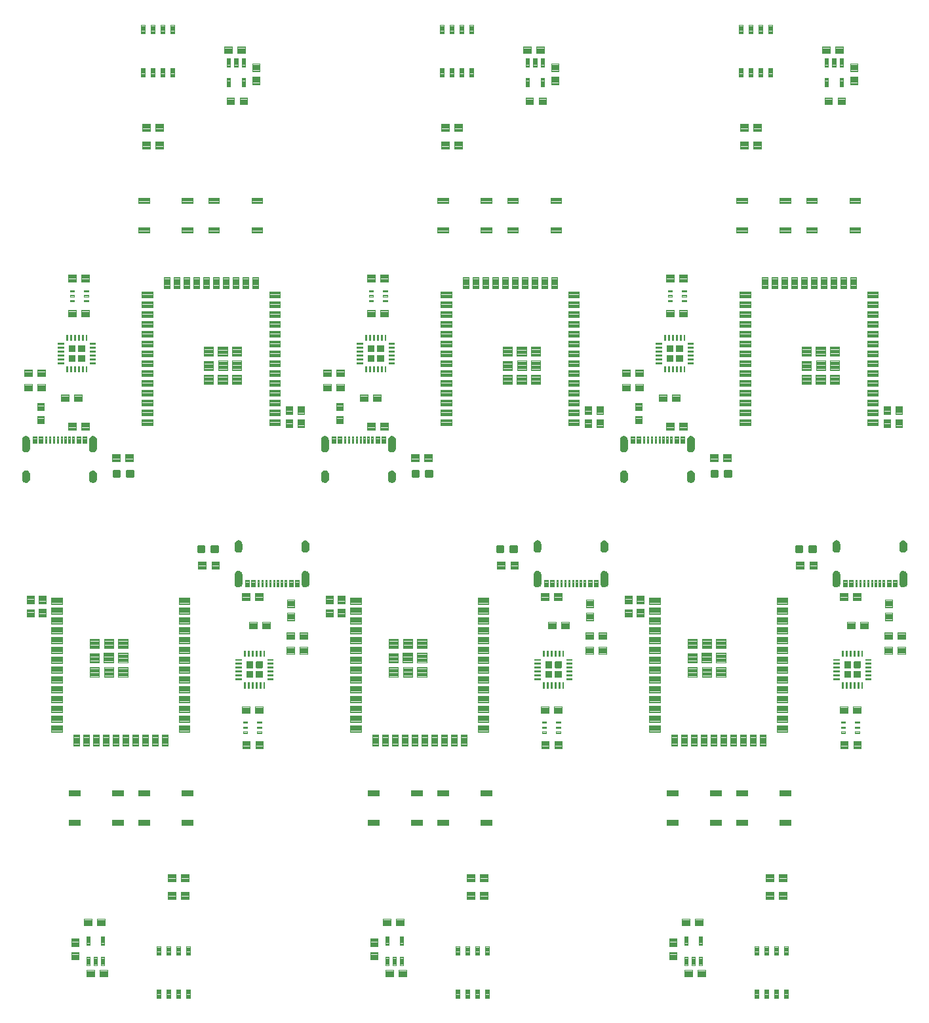
<source format=gtp>
G04 EAGLE Gerber RS-274X export*
G75*
%MOMM*%
%FSLAX34Y34*%
%LPD*%
%INSolderpaste Top*%
%IPPOS*%
%AMOC8*
5,1,8,0,0,1.08239X$1,22.5*%
G01*
%ADD10C,0.100000*%
%ADD11C,0.102000*%
%ADD12C,0.099000*%
%ADD13C,0.099059*%
%ADD14C,0.300000*%
%ADD15C,0.106400*%

G36*
X670744Y583925D02*
X670744Y583925D01*
X670747Y583921D01*
X671855Y584091D01*
X671861Y584097D01*
X671866Y584094D01*
X672908Y584506D01*
X672912Y584513D01*
X672917Y584511D01*
X673842Y585145D01*
X673844Y585153D01*
X673850Y585152D01*
X674610Y585976D01*
X674611Y585984D01*
X674617Y585984D01*
X675174Y586956D01*
X675174Y586960D01*
X675175Y586961D01*
X675173Y586963D01*
X675173Y586964D01*
X675179Y586966D01*
X675506Y588038D01*
X675505Y588043D01*
X675507Y588044D01*
X675505Y588047D01*
X675508Y588049D01*
X675589Y589166D01*
X675588Y589169D01*
X675589Y589170D01*
X675589Y601170D01*
X675584Y601177D01*
X675588Y601181D01*
X675369Y602125D01*
X675363Y602131D01*
X675365Y602136D01*
X674942Y603008D01*
X674934Y603011D01*
X674936Y603017D01*
X674329Y603773D01*
X674321Y603775D01*
X674321Y603781D01*
X673561Y604382D01*
X673552Y604382D01*
X673551Y604388D01*
X672676Y604806D01*
X672668Y604804D01*
X672666Y604809D01*
X671720Y605022D01*
X671713Y605018D01*
X671709Y605023D01*
X670740Y605019D01*
X670739Y605019D01*
X669671Y605000D01*
X669670Y605000D01*
X669664Y604996D01*
X669660Y604999D01*
X668623Y604743D01*
X668618Y604736D01*
X668612Y604739D01*
X667658Y604258D01*
X667655Y604251D01*
X667649Y604252D01*
X666826Y603571D01*
X666824Y603563D01*
X666818Y603563D01*
X666167Y602716D01*
X666167Y602708D01*
X666161Y602707D01*
X665714Y601736D01*
X665716Y601728D01*
X665711Y601726D01*
X665492Y600680D01*
X665495Y600673D01*
X665491Y600670D01*
X665491Y588670D01*
X665494Y588665D01*
X665491Y588662D01*
X665671Y587567D01*
X665677Y587561D01*
X665674Y587556D01*
X666093Y586528D01*
X666100Y586524D01*
X666098Y586519D01*
X666736Y585610D01*
X666743Y585608D01*
X666743Y585602D01*
X667566Y584858D01*
X667574Y584857D01*
X667575Y584851D01*
X668543Y584309D01*
X668552Y584310D01*
X668554Y584304D01*
X669618Y583991D01*
X669626Y583994D01*
X669629Y583989D01*
X670737Y583921D01*
X670744Y583925D01*
G37*
G36*
X1056824Y583925D02*
X1056824Y583925D01*
X1056827Y583921D01*
X1057935Y584091D01*
X1057941Y584097D01*
X1057946Y584094D01*
X1058988Y584506D01*
X1058992Y584513D01*
X1058997Y584511D01*
X1059922Y585145D01*
X1059924Y585153D01*
X1059930Y585152D01*
X1060690Y585976D01*
X1060691Y585984D01*
X1060697Y585984D01*
X1061254Y586956D01*
X1061254Y586960D01*
X1061255Y586961D01*
X1061253Y586963D01*
X1061253Y586964D01*
X1061259Y586966D01*
X1061586Y588038D01*
X1061585Y588043D01*
X1061587Y588044D01*
X1061585Y588047D01*
X1061588Y588049D01*
X1061669Y589166D01*
X1061668Y589169D01*
X1061669Y589170D01*
X1061669Y601170D01*
X1061664Y601177D01*
X1061668Y601181D01*
X1061449Y602125D01*
X1061443Y602131D01*
X1061445Y602136D01*
X1061022Y603008D01*
X1061014Y603011D01*
X1061016Y603017D01*
X1060409Y603773D01*
X1060401Y603775D01*
X1060401Y603781D01*
X1059641Y604382D01*
X1059632Y604382D01*
X1059631Y604388D01*
X1058756Y604806D01*
X1058748Y604804D01*
X1058746Y604809D01*
X1057800Y605022D01*
X1057793Y605018D01*
X1057789Y605023D01*
X1056820Y605019D01*
X1056819Y605019D01*
X1055751Y605000D01*
X1055750Y605000D01*
X1055744Y604996D01*
X1055740Y604999D01*
X1054703Y604743D01*
X1054698Y604736D01*
X1054692Y604739D01*
X1053738Y604258D01*
X1053735Y604251D01*
X1053729Y604252D01*
X1052906Y603571D01*
X1052904Y603563D01*
X1052898Y603563D01*
X1052247Y602716D01*
X1052247Y602708D01*
X1052241Y602707D01*
X1051794Y601736D01*
X1051796Y601728D01*
X1051791Y601726D01*
X1051572Y600680D01*
X1051575Y600673D01*
X1051571Y600670D01*
X1051571Y588670D01*
X1051574Y588665D01*
X1051571Y588662D01*
X1051751Y587567D01*
X1051757Y587561D01*
X1051754Y587556D01*
X1052173Y586528D01*
X1052180Y586524D01*
X1052178Y586519D01*
X1052816Y585610D01*
X1052823Y585608D01*
X1052823Y585602D01*
X1053646Y584858D01*
X1053654Y584857D01*
X1053655Y584851D01*
X1054623Y584309D01*
X1054632Y584310D01*
X1054634Y584304D01*
X1055698Y583991D01*
X1055706Y583994D01*
X1055709Y583989D01*
X1056817Y583921D01*
X1056824Y583925D01*
G37*
G36*
X284664Y583925D02*
X284664Y583925D01*
X284667Y583921D01*
X285775Y584091D01*
X285781Y584097D01*
X285786Y584094D01*
X286828Y584506D01*
X286832Y584513D01*
X286837Y584511D01*
X287762Y585145D01*
X287764Y585153D01*
X287770Y585152D01*
X288530Y585976D01*
X288531Y585984D01*
X288537Y585984D01*
X289094Y586956D01*
X289094Y586960D01*
X289095Y586961D01*
X289093Y586963D01*
X289093Y586964D01*
X289099Y586966D01*
X289426Y588038D01*
X289425Y588043D01*
X289427Y588044D01*
X289425Y588047D01*
X289428Y588049D01*
X289509Y589166D01*
X289508Y589169D01*
X289509Y589170D01*
X289509Y601170D01*
X289504Y601177D01*
X289508Y601181D01*
X289289Y602125D01*
X289283Y602131D01*
X289285Y602136D01*
X288862Y603008D01*
X288854Y603011D01*
X288856Y603017D01*
X288249Y603773D01*
X288241Y603775D01*
X288241Y603781D01*
X287481Y604382D01*
X287472Y604382D01*
X287471Y604388D01*
X286596Y604806D01*
X286588Y604804D01*
X286586Y604809D01*
X285640Y605022D01*
X285633Y605018D01*
X285629Y605023D01*
X284660Y605019D01*
X284659Y605019D01*
X283591Y605000D01*
X283590Y605000D01*
X283584Y604996D01*
X283580Y604999D01*
X282543Y604743D01*
X282538Y604736D01*
X282532Y604739D01*
X281578Y604258D01*
X281575Y604251D01*
X281569Y604252D01*
X280746Y603571D01*
X280744Y603563D01*
X280738Y603563D01*
X280087Y602716D01*
X280087Y602708D01*
X280081Y602707D01*
X279634Y601736D01*
X279636Y601728D01*
X279631Y601726D01*
X279412Y600680D01*
X279415Y600673D01*
X279411Y600670D01*
X279411Y588670D01*
X279414Y588665D01*
X279411Y588662D01*
X279591Y587567D01*
X279597Y587561D01*
X279594Y587556D01*
X280013Y586528D01*
X280020Y586524D01*
X280018Y586519D01*
X280656Y585610D01*
X280663Y585608D01*
X280663Y585602D01*
X281486Y584858D01*
X281494Y584857D01*
X281495Y584851D01*
X282463Y584309D01*
X282472Y584310D01*
X282474Y584304D01*
X283538Y583991D01*
X283546Y583994D01*
X283549Y583989D01*
X284657Y583921D01*
X284664Y583925D01*
G37*
G36*
X868500Y758199D02*
X868500Y758199D01*
X868501Y758199D01*
X869569Y758218D01*
X869576Y758223D01*
X869580Y758219D01*
X870617Y758475D01*
X870622Y758482D01*
X870628Y758479D01*
X871582Y758960D01*
X871586Y758967D01*
X871591Y758966D01*
X872415Y759647D01*
X872416Y759655D01*
X872422Y759655D01*
X873073Y760502D01*
X873073Y760510D01*
X873079Y760511D01*
X873526Y761482D01*
X873524Y761490D01*
X873529Y761492D01*
X873748Y762538D01*
X873745Y762545D01*
X873749Y762548D01*
X873749Y774548D01*
X873746Y774553D01*
X873749Y774556D01*
X873569Y775651D01*
X873563Y775657D01*
X873566Y775662D01*
X873147Y776690D01*
X873140Y776694D01*
X873142Y776699D01*
X872505Y777608D01*
X872497Y777611D01*
X872497Y777616D01*
X871674Y778360D01*
X871666Y778361D01*
X871665Y778367D01*
X870697Y778909D01*
X870688Y778908D01*
X870686Y778914D01*
X869622Y779227D01*
X869617Y779225D01*
X869613Y779225D01*
X869611Y779229D01*
X868503Y779297D01*
X868497Y779293D01*
X868493Y779297D01*
X867385Y779127D01*
X867379Y779121D01*
X867374Y779124D01*
X866332Y778712D01*
X866328Y778705D01*
X866323Y778707D01*
X865398Y778073D01*
X865396Y778065D01*
X865390Y778066D01*
X864630Y777243D01*
X864629Y777234D01*
X864623Y777234D01*
X864066Y776262D01*
X864067Y776254D01*
X864061Y776252D01*
X863734Y775180D01*
X863737Y775172D01*
X863732Y775169D01*
X863651Y774052D01*
X863652Y774049D01*
X863651Y774048D01*
X863651Y762048D01*
X863656Y762041D01*
X863652Y762037D01*
X863871Y761093D01*
X863877Y761087D01*
X863875Y761082D01*
X864299Y760210D01*
X864306Y760207D01*
X864304Y760201D01*
X864911Y759445D01*
X864919Y759443D01*
X864919Y759437D01*
X865679Y758836D01*
X865688Y758836D01*
X865689Y758830D01*
X866564Y758412D01*
X866572Y758414D01*
X866574Y758409D01*
X867520Y758197D01*
X867527Y758200D01*
X867531Y758195D01*
X868500Y758199D01*
G37*
G36*
X96340Y758199D02*
X96340Y758199D01*
X96341Y758199D01*
X97409Y758218D01*
X97416Y758223D01*
X97420Y758219D01*
X98457Y758475D01*
X98462Y758482D01*
X98468Y758479D01*
X99422Y758960D01*
X99426Y758967D01*
X99431Y758966D01*
X100255Y759647D01*
X100256Y759655D01*
X100262Y759655D01*
X100913Y760502D01*
X100913Y760510D01*
X100919Y760511D01*
X101366Y761482D01*
X101364Y761490D01*
X101369Y761492D01*
X101588Y762538D01*
X101585Y762545D01*
X101589Y762548D01*
X101589Y774548D01*
X101586Y774553D01*
X101589Y774556D01*
X101409Y775651D01*
X101403Y775657D01*
X101406Y775662D01*
X100987Y776690D01*
X100980Y776694D01*
X100982Y776699D01*
X100345Y777608D01*
X100337Y777611D01*
X100337Y777616D01*
X99514Y778360D01*
X99506Y778361D01*
X99505Y778367D01*
X98537Y778909D01*
X98528Y778908D01*
X98526Y778914D01*
X97462Y779227D01*
X97457Y779225D01*
X97453Y779225D01*
X97451Y779229D01*
X96343Y779297D01*
X96337Y779293D01*
X96333Y779297D01*
X95225Y779127D01*
X95219Y779121D01*
X95214Y779124D01*
X94172Y778712D01*
X94168Y778705D01*
X94163Y778707D01*
X93238Y778073D01*
X93236Y778065D01*
X93230Y778066D01*
X92470Y777243D01*
X92469Y777234D01*
X92463Y777234D01*
X91906Y776262D01*
X91907Y776254D01*
X91901Y776252D01*
X91574Y775180D01*
X91577Y775172D01*
X91572Y775169D01*
X91491Y774052D01*
X91492Y774049D01*
X91491Y774048D01*
X91491Y762048D01*
X91496Y762041D01*
X91492Y762037D01*
X91711Y761093D01*
X91717Y761087D01*
X91715Y761082D01*
X92139Y760210D01*
X92146Y760207D01*
X92144Y760201D01*
X92751Y759445D01*
X92759Y759443D01*
X92759Y759437D01*
X93519Y758836D01*
X93528Y758836D01*
X93529Y758830D01*
X94404Y758412D01*
X94412Y758414D01*
X94414Y758409D01*
X95360Y758197D01*
X95367Y758200D01*
X95371Y758195D01*
X96340Y758199D01*
G37*
G36*
X482420Y758199D02*
X482420Y758199D01*
X482421Y758199D01*
X483489Y758218D01*
X483496Y758223D01*
X483500Y758219D01*
X484537Y758475D01*
X484542Y758482D01*
X484548Y758479D01*
X485502Y758960D01*
X485506Y758967D01*
X485511Y758966D01*
X486335Y759647D01*
X486336Y759655D01*
X486342Y759655D01*
X486993Y760502D01*
X486993Y760510D01*
X486999Y760511D01*
X487446Y761482D01*
X487444Y761490D01*
X487449Y761492D01*
X487668Y762538D01*
X487665Y762545D01*
X487669Y762548D01*
X487669Y774548D01*
X487666Y774553D01*
X487669Y774556D01*
X487489Y775651D01*
X487483Y775657D01*
X487486Y775662D01*
X487067Y776690D01*
X487060Y776694D01*
X487062Y776699D01*
X486425Y777608D01*
X486417Y777611D01*
X486417Y777616D01*
X485594Y778360D01*
X485586Y778361D01*
X485585Y778367D01*
X484617Y778909D01*
X484608Y778908D01*
X484606Y778914D01*
X483542Y779227D01*
X483537Y779225D01*
X483533Y779225D01*
X483531Y779229D01*
X482423Y779297D01*
X482417Y779293D01*
X482413Y779297D01*
X481305Y779127D01*
X481299Y779121D01*
X481294Y779124D01*
X480252Y778712D01*
X480248Y778705D01*
X480243Y778707D01*
X479318Y778073D01*
X479316Y778065D01*
X479310Y778066D01*
X478550Y777243D01*
X478549Y777234D01*
X478543Y777234D01*
X477986Y776262D01*
X477987Y776254D01*
X477981Y776252D01*
X477654Y775180D01*
X477657Y775172D01*
X477652Y775169D01*
X477571Y774052D01*
X477572Y774049D01*
X477571Y774048D01*
X477571Y762048D01*
X477576Y762041D01*
X477572Y762037D01*
X477791Y761093D01*
X477797Y761087D01*
X477795Y761082D01*
X478219Y760210D01*
X478226Y760207D01*
X478224Y760201D01*
X478831Y759445D01*
X478839Y759443D01*
X478839Y759437D01*
X479599Y758836D01*
X479608Y758836D01*
X479609Y758830D01*
X480484Y758412D01*
X480492Y758414D01*
X480494Y758409D01*
X481440Y758197D01*
X481447Y758200D01*
X481451Y758195D01*
X482420Y758199D01*
G37*
G36*
X1143322Y583924D02*
X1143322Y583924D01*
X1143326Y583921D01*
X1144371Y584039D01*
X1144377Y584045D01*
X1144382Y584041D01*
X1145376Y584389D01*
X1145380Y584396D01*
X1145385Y584394D01*
X1146277Y584954D01*
X1146280Y584961D01*
X1146285Y584961D01*
X1147029Y585705D01*
X1147031Y585713D01*
X1147036Y585713D01*
X1147596Y586605D01*
X1147596Y586612D01*
X1147597Y586613D01*
X1147601Y586614D01*
X1147949Y587608D01*
X1147946Y587616D01*
X1147951Y587619D01*
X1148069Y588665D01*
X1148067Y588668D01*
X1148069Y588670D01*
X1148069Y600670D01*
X1148066Y600675D01*
X1148069Y600678D01*
X1147911Y601674D01*
X1147905Y601680D01*
X1147908Y601685D01*
X1147533Y602621D01*
X1147526Y602625D01*
X1147528Y602631D01*
X1146954Y603460D01*
X1146946Y603463D01*
X1146947Y603468D01*
X1146203Y604149D01*
X1146194Y604150D01*
X1146194Y604156D01*
X1145317Y604654D01*
X1145309Y604653D01*
X1145306Y604658D01*
X1144341Y604949D01*
X1144333Y604946D01*
X1144330Y604951D01*
X1143323Y605019D01*
X1143321Y605018D01*
X1143320Y605019D01*
X1142239Y605010D01*
X1142232Y605005D01*
X1142228Y605009D01*
X1141176Y604760D01*
X1141171Y604753D01*
X1141166Y604756D01*
X1140196Y604279D01*
X1140193Y604271D01*
X1140187Y604273D01*
X1139348Y603592D01*
X1139346Y603584D01*
X1139340Y603584D01*
X1138674Y602734D01*
X1138673Y602725D01*
X1138668Y602724D01*
X1138207Y601747D01*
X1138209Y601739D01*
X1138204Y601736D01*
X1137972Y600681D01*
X1137975Y600673D01*
X1137971Y600670D01*
X1137971Y588670D01*
X1137975Y588665D01*
X1137971Y588662D01*
X1138164Y587556D01*
X1138170Y587551D01*
X1138167Y587546D01*
X1138600Y586511D01*
X1138607Y586507D01*
X1138605Y586502D01*
X1139258Y585589D01*
X1139266Y585587D01*
X1139265Y585581D01*
X1140104Y584837D01*
X1140113Y584836D01*
X1140113Y584831D01*
X1141097Y584292D01*
X1141105Y584293D01*
X1141107Y584288D01*
X1142186Y583981D01*
X1142194Y583984D01*
X1142197Y583979D01*
X1143317Y583921D01*
X1143322Y583924D01*
G37*
G36*
X371162Y583924D02*
X371162Y583924D01*
X371166Y583921D01*
X372211Y584039D01*
X372217Y584045D01*
X372222Y584041D01*
X373216Y584389D01*
X373220Y584396D01*
X373225Y584394D01*
X374117Y584954D01*
X374120Y584961D01*
X374125Y584961D01*
X374869Y585705D01*
X374871Y585713D01*
X374876Y585713D01*
X375436Y586605D01*
X375436Y586612D01*
X375437Y586613D01*
X375441Y586614D01*
X375789Y587608D01*
X375786Y587616D01*
X375791Y587619D01*
X375909Y588665D01*
X375907Y588668D01*
X375909Y588670D01*
X375909Y600670D01*
X375906Y600675D01*
X375909Y600678D01*
X375751Y601674D01*
X375745Y601680D01*
X375748Y601685D01*
X375373Y602621D01*
X375366Y602625D01*
X375368Y602631D01*
X374794Y603460D01*
X374786Y603463D01*
X374787Y603468D01*
X374043Y604149D01*
X374034Y604150D01*
X374034Y604156D01*
X373157Y604654D01*
X373149Y604653D01*
X373146Y604658D01*
X372181Y604949D01*
X372173Y604946D01*
X372170Y604951D01*
X371163Y605019D01*
X371161Y605018D01*
X371160Y605019D01*
X370079Y605010D01*
X370072Y605005D01*
X370068Y605009D01*
X369016Y604760D01*
X369011Y604753D01*
X369006Y604756D01*
X368036Y604279D01*
X368033Y604271D01*
X368027Y604273D01*
X367188Y603592D01*
X367186Y603584D01*
X367180Y603584D01*
X366514Y602734D01*
X366513Y602725D01*
X366508Y602724D01*
X366047Y601747D01*
X366049Y601739D01*
X366044Y601736D01*
X365812Y600681D01*
X365815Y600673D01*
X365811Y600670D01*
X365811Y588670D01*
X365815Y588665D01*
X365811Y588662D01*
X366004Y587556D01*
X366010Y587551D01*
X366007Y587546D01*
X366440Y586511D01*
X366447Y586507D01*
X366445Y586502D01*
X367098Y585589D01*
X367106Y585587D01*
X367105Y585581D01*
X367944Y584837D01*
X367953Y584836D01*
X367953Y584831D01*
X368937Y584292D01*
X368945Y584293D01*
X368947Y584288D01*
X370026Y583981D01*
X370034Y583984D01*
X370037Y583979D01*
X371157Y583921D01*
X371162Y583924D01*
G37*
G36*
X757242Y583924D02*
X757242Y583924D01*
X757246Y583921D01*
X758291Y584039D01*
X758297Y584045D01*
X758302Y584041D01*
X759296Y584389D01*
X759300Y584396D01*
X759305Y584394D01*
X760197Y584954D01*
X760200Y584961D01*
X760205Y584961D01*
X760949Y585705D01*
X760951Y585713D01*
X760956Y585713D01*
X761516Y586605D01*
X761516Y586612D01*
X761517Y586613D01*
X761521Y586614D01*
X761869Y587608D01*
X761866Y587616D01*
X761871Y587619D01*
X761989Y588665D01*
X761987Y588668D01*
X761989Y588670D01*
X761989Y600670D01*
X761986Y600675D01*
X761989Y600678D01*
X761831Y601674D01*
X761825Y601680D01*
X761828Y601685D01*
X761453Y602621D01*
X761446Y602625D01*
X761448Y602631D01*
X760874Y603460D01*
X760866Y603463D01*
X760867Y603468D01*
X760123Y604149D01*
X760114Y604150D01*
X760114Y604156D01*
X759237Y604654D01*
X759229Y604653D01*
X759226Y604658D01*
X758261Y604949D01*
X758253Y604946D01*
X758250Y604951D01*
X757243Y605019D01*
X757241Y605018D01*
X757240Y605019D01*
X756159Y605010D01*
X756152Y605005D01*
X756148Y605009D01*
X755096Y604760D01*
X755091Y604753D01*
X755086Y604756D01*
X754116Y604279D01*
X754113Y604271D01*
X754107Y604273D01*
X753268Y603592D01*
X753266Y603584D01*
X753260Y603584D01*
X752594Y602734D01*
X752593Y602725D01*
X752588Y602724D01*
X752127Y601747D01*
X752129Y601739D01*
X752124Y601736D01*
X751892Y600681D01*
X751895Y600673D01*
X751891Y600670D01*
X751891Y588670D01*
X751895Y588665D01*
X751891Y588662D01*
X752084Y587556D01*
X752090Y587551D01*
X752087Y587546D01*
X752520Y586511D01*
X752527Y586507D01*
X752525Y586502D01*
X753178Y585589D01*
X753186Y585587D01*
X753185Y585581D01*
X754024Y584837D01*
X754033Y584836D01*
X754033Y584831D01*
X755017Y584292D01*
X755025Y584293D01*
X755027Y584288D01*
X756106Y583981D01*
X756114Y583984D01*
X756117Y583979D01*
X757237Y583921D01*
X757242Y583924D01*
G37*
G36*
X10921Y758208D02*
X10921Y758208D01*
X10928Y758213D01*
X10932Y758209D01*
X11984Y758459D01*
X11989Y758465D01*
X11994Y758462D01*
X12964Y758939D01*
X12967Y758947D01*
X12973Y758945D01*
X13812Y759626D01*
X13814Y759634D01*
X13820Y759634D01*
X14486Y760485D01*
X14487Y760493D01*
X14492Y760494D01*
X14953Y761471D01*
X14951Y761479D01*
X14957Y761482D01*
X15188Y762537D01*
X15185Y762545D01*
X15189Y762548D01*
X15189Y774548D01*
X15185Y774553D01*
X15189Y774556D01*
X14996Y775662D01*
X14990Y775667D01*
X14993Y775672D01*
X14560Y776707D01*
X14553Y776711D01*
X14555Y776716D01*
X13902Y777629D01*
X13894Y777631D01*
X13895Y777637D01*
X13056Y778381D01*
X13047Y778382D01*
X13047Y778387D01*
X12063Y778926D01*
X12055Y778925D01*
X12053Y778930D01*
X10974Y779237D01*
X10966Y779234D01*
X10963Y779239D01*
X9843Y779297D01*
X9838Y779294D01*
X9835Y779297D01*
X8789Y779179D01*
X8783Y779173D01*
X8778Y779177D01*
X7784Y778829D01*
X7780Y778822D01*
X7775Y778824D01*
X6883Y778264D01*
X6881Y778257D01*
X6875Y778257D01*
X6131Y777513D01*
X6129Y777505D01*
X6124Y777505D01*
X5564Y776613D01*
X5564Y776605D01*
X5559Y776604D01*
X5211Y775610D01*
X5214Y775602D01*
X5209Y775599D01*
X5091Y774554D01*
X5093Y774550D01*
X5091Y774548D01*
X5091Y762548D01*
X5094Y762543D01*
X5091Y762540D01*
X5249Y761544D01*
X5255Y761538D01*
X5252Y761533D01*
X5627Y760597D01*
X5634Y760593D01*
X5632Y760587D01*
X6206Y759758D01*
X6214Y759755D01*
X6213Y759750D01*
X6957Y759069D01*
X6966Y759068D01*
X6966Y759062D01*
X7843Y758564D01*
X7852Y758565D01*
X7854Y758560D01*
X8819Y758269D01*
X8827Y758272D01*
X8830Y758267D01*
X9837Y758199D01*
X9839Y758200D01*
X9840Y758199D01*
X10921Y758208D01*
G37*
G36*
X783081Y758208D02*
X783081Y758208D01*
X783088Y758213D01*
X783092Y758209D01*
X784144Y758459D01*
X784149Y758465D01*
X784154Y758462D01*
X785124Y758939D01*
X785127Y758947D01*
X785133Y758945D01*
X785972Y759626D01*
X785974Y759634D01*
X785980Y759634D01*
X786646Y760485D01*
X786647Y760493D01*
X786652Y760494D01*
X787113Y761471D01*
X787111Y761479D01*
X787117Y761482D01*
X787348Y762537D01*
X787345Y762545D01*
X787349Y762548D01*
X787349Y774548D01*
X787345Y774553D01*
X787349Y774556D01*
X787156Y775662D01*
X787150Y775667D01*
X787153Y775672D01*
X786720Y776707D01*
X786713Y776711D01*
X786715Y776716D01*
X786062Y777629D01*
X786054Y777631D01*
X786055Y777637D01*
X785216Y778381D01*
X785207Y778382D01*
X785207Y778387D01*
X784223Y778926D01*
X784215Y778925D01*
X784213Y778930D01*
X783134Y779237D01*
X783126Y779234D01*
X783123Y779239D01*
X782003Y779297D01*
X781998Y779294D01*
X781995Y779297D01*
X780949Y779179D01*
X780943Y779173D01*
X780938Y779177D01*
X779944Y778829D01*
X779940Y778822D01*
X779935Y778824D01*
X779043Y778264D01*
X779041Y778257D01*
X779035Y778257D01*
X778291Y777513D01*
X778289Y777505D01*
X778284Y777505D01*
X777724Y776613D01*
X777724Y776605D01*
X777719Y776604D01*
X777371Y775610D01*
X777374Y775602D01*
X777369Y775599D01*
X777251Y774554D01*
X777253Y774550D01*
X777251Y774548D01*
X777251Y762548D01*
X777254Y762543D01*
X777251Y762540D01*
X777409Y761544D01*
X777415Y761538D01*
X777412Y761533D01*
X777787Y760597D01*
X777794Y760593D01*
X777792Y760587D01*
X778366Y759758D01*
X778374Y759755D01*
X778373Y759750D01*
X779117Y759069D01*
X779126Y759068D01*
X779126Y759062D01*
X780003Y758564D01*
X780012Y758565D01*
X780014Y758560D01*
X780979Y758269D01*
X780987Y758272D01*
X780990Y758267D01*
X781997Y758199D01*
X781999Y758200D01*
X782000Y758199D01*
X783081Y758208D01*
G37*
G36*
X397001Y758208D02*
X397001Y758208D01*
X397008Y758213D01*
X397012Y758209D01*
X398064Y758459D01*
X398069Y758465D01*
X398074Y758462D01*
X399044Y758939D01*
X399047Y758947D01*
X399053Y758945D01*
X399892Y759626D01*
X399894Y759634D01*
X399900Y759634D01*
X400566Y760485D01*
X400567Y760493D01*
X400572Y760494D01*
X401033Y761471D01*
X401031Y761479D01*
X401037Y761482D01*
X401268Y762537D01*
X401265Y762545D01*
X401269Y762548D01*
X401269Y774548D01*
X401265Y774553D01*
X401269Y774556D01*
X401076Y775662D01*
X401070Y775667D01*
X401073Y775672D01*
X400640Y776707D01*
X400633Y776711D01*
X400635Y776716D01*
X399982Y777629D01*
X399974Y777631D01*
X399975Y777637D01*
X399136Y778381D01*
X399127Y778382D01*
X399127Y778387D01*
X398143Y778926D01*
X398135Y778925D01*
X398133Y778930D01*
X397054Y779237D01*
X397046Y779234D01*
X397043Y779239D01*
X395923Y779297D01*
X395918Y779294D01*
X395915Y779297D01*
X394869Y779179D01*
X394863Y779173D01*
X394858Y779177D01*
X393864Y778829D01*
X393860Y778822D01*
X393855Y778824D01*
X392963Y778264D01*
X392961Y778257D01*
X392955Y778257D01*
X392211Y777513D01*
X392209Y777505D01*
X392204Y777505D01*
X391644Y776613D01*
X391644Y776605D01*
X391639Y776604D01*
X391291Y775610D01*
X391294Y775602D01*
X391289Y775599D01*
X391171Y774554D01*
X391173Y774550D01*
X391171Y774548D01*
X391171Y762548D01*
X391174Y762543D01*
X391171Y762540D01*
X391329Y761544D01*
X391335Y761538D01*
X391332Y761533D01*
X391707Y760597D01*
X391714Y760593D01*
X391712Y760587D01*
X392286Y759758D01*
X392294Y759755D01*
X392293Y759750D01*
X393037Y759069D01*
X393046Y759068D01*
X393046Y759062D01*
X393923Y758564D01*
X393932Y758565D01*
X393934Y758560D01*
X394899Y758269D01*
X394907Y758272D01*
X394910Y758267D01*
X395917Y758199D01*
X395919Y758200D01*
X395920Y758199D01*
X397001Y758208D01*
G37*
G36*
X482924Y718703D02*
X482924Y718703D01*
X482927Y718699D01*
X484003Y718854D01*
X484008Y718860D01*
X484013Y718857D01*
X485027Y719247D01*
X485031Y719254D01*
X485037Y719253D01*
X485939Y719859D01*
X485941Y719867D01*
X485947Y719866D01*
X486691Y720658D01*
X486692Y720666D01*
X486698Y720666D01*
X487247Y721604D01*
X487246Y721612D01*
X487252Y721614D01*
X487579Y722650D01*
X487576Y722658D01*
X487581Y722661D01*
X487669Y723744D01*
X487667Y723747D01*
X487669Y723748D01*
X487669Y729748D01*
X487666Y729752D01*
X487669Y729754D01*
X487519Y730887D01*
X487513Y730893D01*
X487516Y730898D01*
X487118Y731968D01*
X487111Y731972D01*
X487113Y731978D01*
X486486Y732933D01*
X486478Y732936D01*
X486479Y732941D01*
X485656Y733733D01*
X485648Y733734D01*
X485647Y733740D01*
X484668Y734329D01*
X484660Y734328D01*
X484658Y734333D01*
X483573Y734689D01*
X483565Y734687D01*
X483562Y734691D01*
X482425Y734797D01*
X482416Y734792D01*
X482411Y734796D01*
X481274Y734589D01*
X481268Y734583D01*
X481263Y734586D01*
X480201Y734131D01*
X480197Y734124D01*
X480191Y734126D01*
X479256Y733446D01*
X479254Y733438D01*
X479248Y733439D01*
X478488Y732568D01*
X478488Y732560D01*
X478482Y732559D01*
X477935Y731540D01*
X477936Y731532D01*
X477931Y731530D01*
X477927Y731517D01*
X477914Y731468D01*
X477913Y731468D01*
X477914Y731468D01*
X477900Y731419D01*
X477886Y731369D01*
X477873Y731320D01*
X477859Y731271D01*
X477846Y731222D01*
X477832Y731172D01*
X477819Y731123D01*
X477805Y731074D01*
X477791Y731025D01*
X477778Y730975D01*
X477764Y730926D01*
X477751Y730877D01*
X477737Y730828D01*
X477724Y730778D01*
X477710Y730729D01*
X477697Y730680D01*
X477696Y730680D01*
X477683Y730631D01*
X477669Y730581D01*
X477624Y730416D01*
X477627Y730408D01*
X477622Y730405D01*
X477571Y729250D01*
X477572Y729249D01*
X477571Y729248D01*
X477571Y723248D01*
X477575Y723242D01*
X477572Y723239D01*
X477784Y722158D01*
X477790Y722153D01*
X477787Y722148D01*
X478234Y721142D01*
X478241Y721138D01*
X478239Y721132D01*
X478899Y720251D01*
X478907Y720248D01*
X478907Y720243D01*
X479746Y719530D01*
X479754Y719530D01*
X479755Y719524D01*
X480732Y719016D01*
X480740Y719017D01*
X480742Y719012D01*
X481807Y718734D01*
X481815Y718737D01*
X481818Y718733D01*
X482919Y718699D01*
X482924Y718703D01*
G37*
G36*
X96844Y718703D02*
X96844Y718703D01*
X96847Y718699D01*
X97923Y718854D01*
X97928Y718860D01*
X97933Y718857D01*
X98947Y719247D01*
X98951Y719254D01*
X98957Y719253D01*
X99859Y719859D01*
X99861Y719867D01*
X99867Y719866D01*
X100611Y720658D01*
X100612Y720666D01*
X100618Y720666D01*
X101167Y721604D01*
X101166Y721612D01*
X101172Y721614D01*
X101499Y722650D01*
X101496Y722658D01*
X101501Y722661D01*
X101589Y723744D01*
X101587Y723747D01*
X101589Y723748D01*
X101589Y729748D01*
X101586Y729752D01*
X101589Y729754D01*
X101439Y730887D01*
X101433Y730893D01*
X101436Y730898D01*
X101038Y731968D01*
X101031Y731972D01*
X101033Y731978D01*
X100406Y732933D01*
X100398Y732936D01*
X100399Y732941D01*
X99576Y733733D01*
X99568Y733734D01*
X99567Y733740D01*
X98588Y734329D01*
X98580Y734328D01*
X98578Y734333D01*
X97493Y734689D01*
X97485Y734687D01*
X97482Y734691D01*
X96345Y734797D01*
X96336Y734792D01*
X96331Y734796D01*
X95194Y734589D01*
X95188Y734583D01*
X95183Y734586D01*
X94121Y734131D01*
X94117Y734124D01*
X94111Y734126D01*
X93176Y733446D01*
X93174Y733438D01*
X93168Y733439D01*
X92408Y732568D01*
X92408Y732560D01*
X92402Y732559D01*
X91855Y731540D01*
X91856Y731532D01*
X91851Y731530D01*
X91847Y731517D01*
X91834Y731468D01*
X91833Y731468D01*
X91834Y731468D01*
X91820Y731419D01*
X91806Y731369D01*
X91793Y731320D01*
X91779Y731271D01*
X91766Y731222D01*
X91752Y731172D01*
X91739Y731123D01*
X91725Y731074D01*
X91711Y731025D01*
X91698Y730975D01*
X91684Y730926D01*
X91671Y730877D01*
X91657Y730828D01*
X91644Y730778D01*
X91630Y730729D01*
X91617Y730680D01*
X91616Y730680D01*
X91603Y730631D01*
X91589Y730581D01*
X91544Y730416D01*
X91547Y730408D01*
X91542Y730405D01*
X91491Y729250D01*
X91492Y729249D01*
X91491Y729248D01*
X91491Y723248D01*
X91495Y723242D01*
X91492Y723239D01*
X91704Y722158D01*
X91710Y722153D01*
X91707Y722148D01*
X92154Y721142D01*
X92161Y721138D01*
X92159Y721132D01*
X92819Y720251D01*
X92827Y720248D01*
X92827Y720243D01*
X93666Y719530D01*
X93674Y719530D01*
X93675Y719524D01*
X94652Y719016D01*
X94660Y719017D01*
X94662Y719012D01*
X95727Y718734D01*
X95735Y718737D01*
X95738Y718733D01*
X96839Y718699D01*
X96844Y718703D01*
G37*
G36*
X869004Y718703D02*
X869004Y718703D01*
X869007Y718699D01*
X870083Y718854D01*
X870088Y718860D01*
X870093Y718857D01*
X871107Y719247D01*
X871111Y719254D01*
X871117Y719253D01*
X872019Y719859D01*
X872021Y719867D01*
X872027Y719866D01*
X872771Y720658D01*
X872772Y720666D01*
X872778Y720666D01*
X873327Y721604D01*
X873326Y721612D01*
X873332Y721614D01*
X873659Y722650D01*
X873656Y722658D01*
X873661Y722661D01*
X873749Y723744D01*
X873747Y723747D01*
X873749Y723748D01*
X873749Y729748D01*
X873746Y729752D01*
X873749Y729754D01*
X873599Y730887D01*
X873593Y730893D01*
X873596Y730898D01*
X873198Y731968D01*
X873191Y731972D01*
X873193Y731978D01*
X872566Y732933D01*
X872558Y732936D01*
X872559Y732941D01*
X871736Y733733D01*
X871728Y733734D01*
X871727Y733740D01*
X870748Y734329D01*
X870740Y734328D01*
X870738Y734333D01*
X869653Y734689D01*
X869645Y734687D01*
X869642Y734691D01*
X868505Y734797D01*
X868496Y734792D01*
X868491Y734796D01*
X867354Y734589D01*
X867348Y734583D01*
X867343Y734586D01*
X866281Y734131D01*
X866277Y734124D01*
X866271Y734126D01*
X865336Y733446D01*
X865334Y733438D01*
X865328Y733439D01*
X864568Y732568D01*
X864568Y732560D01*
X864562Y732559D01*
X864015Y731540D01*
X864016Y731532D01*
X864011Y731530D01*
X864007Y731517D01*
X863994Y731468D01*
X863993Y731468D01*
X863994Y731468D01*
X863980Y731419D01*
X863966Y731369D01*
X863953Y731320D01*
X863939Y731271D01*
X863926Y731222D01*
X863912Y731172D01*
X863899Y731123D01*
X863885Y731074D01*
X863871Y731025D01*
X863858Y730975D01*
X863844Y730926D01*
X863831Y730877D01*
X863817Y730828D01*
X863804Y730778D01*
X863790Y730729D01*
X863777Y730680D01*
X863776Y730680D01*
X863763Y730631D01*
X863749Y730581D01*
X863704Y730416D01*
X863707Y730408D01*
X863702Y730405D01*
X863651Y729250D01*
X863652Y729249D01*
X863651Y729248D01*
X863651Y723248D01*
X863655Y723242D01*
X863652Y723239D01*
X863864Y722158D01*
X863870Y722153D01*
X863867Y722148D01*
X864314Y721142D01*
X864321Y721138D01*
X864319Y721132D01*
X864979Y720251D01*
X864987Y720248D01*
X864987Y720243D01*
X865826Y719530D01*
X865834Y719530D01*
X865835Y719524D01*
X866812Y719016D01*
X866820Y719017D01*
X866822Y719012D01*
X867887Y718734D01*
X867895Y718737D01*
X867898Y718733D01*
X868999Y718699D01*
X869004Y718703D01*
G37*
G36*
X1056824Y628426D02*
X1056824Y628426D01*
X1056829Y628422D01*
X1057966Y628629D01*
X1057972Y628635D01*
X1057977Y628632D01*
X1059039Y629087D01*
X1059043Y629094D01*
X1059049Y629092D01*
X1059984Y629772D01*
X1059986Y629780D01*
X1059992Y629779D01*
X1060752Y630650D01*
X1060752Y630658D01*
X1060758Y630659D01*
X1061305Y631678D01*
X1061304Y631686D01*
X1061309Y631688D01*
X1061315Y631707D01*
X1061328Y631756D01*
X1061342Y631806D01*
X1061355Y631855D01*
X1061369Y631904D01*
X1061382Y631953D01*
X1061383Y631953D01*
X1061382Y631953D01*
X1061396Y632003D01*
X1061410Y632052D01*
X1061423Y632101D01*
X1061437Y632150D01*
X1061450Y632200D01*
X1061464Y632249D01*
X1061477Y632298D01*
X1061491Y632347D01*
X1061505Y632397D01*
X1061518Y632446D01*
X1061532Y632495D01*
X1061616Y632802D01*
X1061613Y632810D01*
X1061618Y632813D01*
X1061669Y633968D01*
X1061668Y633969D01*
X1061669Y633970D01*
X1061669Y639970D01*
X1061665Y639976D01*
X1061668Y639979D01*
X1061456Y641060D01*
X1061450Y641065D01*
X1061453Y641070D01*
X1061006Y642076D01*
X1060999Y642080D01*
X1061001Y642086D01*
X1060341Y642967D01*
X1060333Y642970D01*
X1060333Y642975D01*
X1059494Y643688D01*
X1059486Y643688D01*
X1059485Y643694D01*
X1058508Y644202D01*
X1058500Y644201D01*
X1058498Y644206D01*
X1057433Y644484D01*
X1057425Y644481D01*
X1057422Y644485D01*
X1056322Y644519D01*
X1056316Y644516D01*
X1056313Y644519D01*
X1055238Y644364D01*
X1055232Y644358D01*
X1055227Y644361D01*
X1054213Y643971D01*
X1054209Y643964D01*
X1054203Y643966D01*
X1053301Y643359D01*
X1053299Y643351D01*
X1053293Y643352D01*
X1052549Y642560D01*
X1052548Y642552D01*
X1052542Y642552D01*
X1051993Y641614D01*
X1051994Y641606D01*
X1051988Y641604D01*
X1051661Y640568D01*
X1051664Y640560D01*
X1051659Y640557D01*
X1051571Y639474D01*
X1051573Y639471D01*
X1051571Y639470D01*
X1051571Y633470D01*
X1051574Y633466D01*
X1051571Y633464D01*
X1051721Y632331D01*
X1051727Y632325D01*
X1051724Y632320D01*
X1052122Y631250D01*
X1052129Y631246D01*
X1052127Y631240D01*
X1052754Y630285D01*
X1052762Y630282D01*
X1052761Y630277D01*
X1053584Y629485D01*
X1053592Y629484D01*
X1053593Y629478D01*
X1054572Y628889D01*
X1054580Y628890D01*
X1054582Y628885D01*
X1055667Y628529D01*
X1055675Y628532D01*
X1055678Y628527D01*
X1056815Y628421D01*
X1056824Y628426D01*
G37*
G36*
X284664Y628426D02*
X284664Y628426D01*
X284669Y628422D01*
X285806Y628629D01*
X285812Y628635D01*
X285817Y628632D01*
X286879Y629087D01*
X286883Y629094D01*
X286889Y629092D01*
X287824Y629772D01*
X287826Y629780D01*
X287832Y629779D01*
X288592Y630650D01*
X288592Y630658D01*
X288598Y630659D01*
X289145Y631678D01*
X289144Y631686D01*
X289149Y631688D01*
X289155Y631707D01*
X289168Y631756D01*
X289182Y631806D01*
X289195Y631855D01*
X289209Y631904D01*
X289222Y631953D01*
X289223Y631953D01*
X289222Y631953D01*
X289236Y632003D01*
X289250Y632052D01*
X289263Y632101D01*
X289277Y632150D01*
X289290Y632200D01*
X289304Y632249D01*
X289317Y632298D01*
X289331Y632347D01*
X289345Y632397D01*
X289358Y632446D01*
X289372Y632495D01*
X289456Y632802D01*
X289453Y632810D01*
X289458Y632813D01*
X289509Y633968D01*
X289508Y633969D01*
X289509Y633970D01*
X289509Y639970D01*
X289505Y639976D01*
X289508Y639979D01*
X289296Y641060D01*
X289290Y641065D01*
X289293Y641070D01*
X288846Y642076D01*
X288839Y642080D01*
X288841Y642086D01*
X288181Y642967D01*
X288173Y642970D01*
X288173Y642975D01*
X287334Y643688D01*
X287326Y643688D01*
X287325Y643694D01*
X286348Y644202D01*
X286340Y644201D01*
X286338Y644206D01*
X285273Y644484D01*
X285265Y644481D01*
X285262Y644485D01*
X284162Y644519D01*
X284156Y644516D01*
X284153Y644519D01*
X283078Y644364D01*
X283072Y644358D01*
X283067Y644361D01*
X282053Y643971D01*
X282049Y643964D01*
X282043Y643966D01*
X281141Y643359D01*
X281139Y643351D01*
X281133Y643352D01*
X280389Y642560D01*
X280388Y642552D01*
X280382Y642552D01*
X279833Y641614D01*
X279834Y641606D01*
X279828Y641604D01*
X279501Y640568D01*
X279504Y640560D01*
X279499Y640557D01*
X279411Y639474D01*
X279413Y639471D01*
X279411Y639470D01*
X279411Y633470D01*
X279414Y633466D01*
X279411Y633464D01*
X279561Y632331D01*
X279567Y632325D01*
X279564Y632320D01*
X279962Y631250D01*
X279969Y631246D01*
X279967Y631240D01*
X280594Y630285D01*
X280602Y630282D01*
X280601Y630277D01*
X281424Y629485D01*
X281432Y629484D01*
X281433Y629478D01*
X282412Y628889D01*
X282420Y628890D01*
X282422Y628885D01*
X283507Y628529D01*
X283515Y628532D01*
X283518Y628527D01*
X284655Y628421D01*
X284664Y628426D01*
G37*
G36*
X670744Y628426D02*
X670744Y628426D01*
X670749Y628422D01*
X671886Y628629D01*
X671892Y628635D01*
X671897Y628632D01*
X672959Y629087D01*
X672963Y629094D01*
X672969Y629092D01*
X673904Y629772D01*
X673906Y629780D01*
X673912Y629779D01*
X674672Y630650D01*
X674672Y630658D01*
X674678Y630659D01*
X675225Y631678D01*
X675224Y631686D01*
X675229Y631688D01*
X675235Y631707D01*
X675248Y631756D01*
X675262Y631806D01*
X675275Y631855D01*
X675289Y631904D01*
X675302Y631953D01*
X675303Y631953D01*
X675302Y631953D01*
X675316Y632003D01*
X675330Y632052D01*
X675343Y632101D01*
X675357Y632150D01*
X675370Y632200D01*
X675384Y632249D01*
X675397Y632298D01*
X675411Y632347D01*
X675425Y632397D01*
X675438Y632446D01*
X675452Y632495D01*
X675536Y632802D01*
X675533Y632810D01*
X675538Y632813D01*
X675589Y633968D01*
X675588Y633969D01*
X675589Y633970D01*
X675589Y639970D01*
X675585Y639976D01*
X675588Y639979D01*
X675376Y641060D01*
X675370Y641065D01*
X675373Y641070D01*
X674926Y642076D01*
X674919Y642080D01*
X674921Y642086D01*
X674261Y642967D01*
X674253Y642970D01*
X674253Y642975D01*
X673414Y643688D01*
X673406Y643688D01*
X673405Y643694D01*
X672428Y644202D01*
X672420Y644201D01*
X672418Y644206D01*
X671353Y644484D01*
X671345Y644481D01*
X671342Y644485D01*
X670242Y644519D01*
X670236Y644516D01*
X670233Y644519D01*
X669158Y644364D01*
X669152Y644358D01*
X669147Y644361D01*
X668133Y643971D01*
X668129Y643964D01*
X668123Y643966D01*
X667221Y643359D01*
X667219Y643351D01*
X667213Y643352D01*
X666469Y642560D01*
X666468Y642552D01*
X666462Y642552D01*
X665913Y641614D01*
X665914Y641606D01*
X665908Y641604D01*
X665581Y640568D01*
X665584Y640560D01*
X665579Y640557D01*
X665491Y639474D01*
X665493Y639471D01*
X665491Y639470D01*
X665491Y633470D01*
X665494Y633466D01*
X665491Y633464D01*
X665641Y632331D01*
X665647Y632325D01*
X665644Y632320D01*
X666042Y631250D01*
X666049Y631246D01*
X666047Y631240D01*
X666674Y630285D01*
X666682Y630282D01*
X666681Y630277D01*
X667504Y629485D01*
X667512Y629484D01*
X667513Y629478D01*
X668492Y628889D01*
X668500Y628890D01*
X668502Y628885D01*
X669587Y628529D01*
X669595Y628532D01*
X669598Y628527D01*
X670735Y628421D01*
X670744Y628426D01*
G37*
G36*
X10342Y718703D02*
X10342Y718703D01*
X10347Y718699D01*
X11434Y718844D01*
X11440Y718850D01*
X11445Y718847D01*
X12473Y719231D01*
X12478Y719237D01*
X12483Y719236D01*
X13400Y719838D01*
X13403Y719846D01*
X13409Y719845D01*
X14169Y720637D01*
X14170Y720645D01*
X14176Y720646D01*
X14740Y721587D01*
X14740Y721590D01*
X14741Y721591D01*
X14740Y721593D01*
X14739Y721595D01*
X14745Y721597D01*
X15086Y722640D01*
X15084Y722648D01*
X15088Y722651D01*
X15189Y723744D01*
X15187Y723746D01*
X15189Y723748D01*
X15189Y729748D01*
X15187Y729751D01*
X15189Y729753D01*
X15088Y730845D01*
X15083Y730851D01*
X15086Y730856D01*
X14745Y731899D01*
X14738Y731904D01*
X14740Y731909D01*
X14176Y732850D01*
X14168Y732853D01*
X14169Y732859D01*
X13409Y733651D01*
X13401Y733652D01*
X13400Y733658D01*
X12483Y734261D01*
X12475Y734260D01*
X12473Y734266D01*
X11445Y734649D01*
X11437Y734647D01*
X11434Y734652D01*
X10347Y734797D01*
X10339Y734793D01*
X10335Y734797D01*
X9198Y734691D01*
X9192Y734686D01*
X9187Y734689D01*
X8102Y734333D01*
X8097Y734326D01*
X8092Y734329D01*
X7113Y733740D01*
X7110Y733732D01*
X7104Y733733D01*
X6281Y732941D01*
X6280Y732933D01*
X6274Y732933D01*
X5647Y731978D01*
X5648Y731970D01*
X5642Y731968D01*
X5244Y730898D01*
X5246Y730890D01*
X5241Y730887D01*
X5091Y729754D01*
X5094Y729750D01*
X5091Y729748D01*
X5091Y723748D01*
X5094Y723744D01*
X5091Y723742D01*
X5241Y722609D01*
X5247Y722603D01*
X5244Y722598D01*
X5642Y721528D01*
X5649Y721524D01*
X5647Y721518D01*
X6274Y720563D01*
X6282Y720560D01*
X6281Y720555D01*
X7104Y719763D01*
X7112Y719762D01*
X7113Y719756D01*
X8092Y719167D01*
X8100Y719168D01*
X8102Y719163D01*
X9187Y718807D01*
X9195Y718810D01*
X9198Y718805D01*
X10335Y718699D01*
X10342Y718703D01*
G37*
G36*
X396422Y718703D02*
X396422Y718703D01*
X396427Y718699D01*
X397514Y718844D01*
X397520Y718850D01*
X397525Y718847D01*
X398553Y719231D01*
X398558Y719237D01*
X398563Y719236D01*
X399480Y719838D01*
X399483Y719846D01*
X399489Y719845D01*
X400249Y720637D01*
X400250Y720645D01*
X400256Y720646D01*
X400820Y721587D01*
X400820Y721590D01*
X400821Y721591D01*
X400820Y721593D01*
X400819Y721595D01*
X400825Y721597D01*
X401166Y722640D01*
X401164Y722648D01*
X401168Y722651D01*
X401269Y723744D01*
X401267Y723746D01*
X401269Y723748D01*
X401269Y729748D01*
X401267Y729751D01*
X401269Y729753D01*
X401168Y730845D01*
X401163Y730851D01*
X401166Y730856D01*
X400825Y731899D01*
X400818Y731904D01*
X400820Y731909D01*
X400256Y732850D01*
X400248Y732853D01*
X400249Y732859D01*
X399489Y733651D01*
X399481Y733652D01*
X399480Y733658D01*
X398563Y734261D01*
X398555Y734260D01*
X398553Y734266D01*
X397525Y734649D01*
X397517Y734647D01*
X397514Y734652D01*
X396427Y734797D01*
X396419Y734793D01*
X396415Y734797D01*
X395278Y734691D01*
X395272Y734686D01*
X395267Y734689D01*
X394182Y734333D01*
X394177Y734326D01*
X394172Y734329D01*
X393193Y733740D01*
X393190Y733732D01*
X393184Y733733D01*
X392361Y732941D01*
X392360Y732933D01*
X392354Y732933D01*
X391727Y731978D01*
X391728Y731970D01*
X391722Y731968D01*
X391324Y730898D01*
X391326Y730890D01*
X391321Y730887D01*
X391171Y729754D01*
X391174Y729750D01*
X391171Y729748D01*
X391171Y723748D01*
X391174Y723744D01*
X391171Y723742D01*
X391321Y722609D01*
X391327Y722603D01*
X391324Y722598D01*
X391722Y721528D01*
X391729Y721524D01*
X391727Y721518D01*
X392354Y720563D01*
X392362Y720560D01*
X392361Y720555D01*
X393184Y719763D01*
X393192Y719762D01*
X393193Y719756D01*
X394172Y719167D01*
X394180Y719168D01*
X394182Y719163D01*
X395267Y718807D01*
X395275Y718810D01*
X395278Y718805D01*
X396415Y718699D01*
X396422Y718703D01*
G37*
G36*
X782502Y718703D02*
X782502Y718703D01*
X782507Y718699D01*
X783594Y718844D01*
X783600Y718850D01*
X783605Y718847D01*
X784633Y719231D01*
X784638Y719237D01*
X784643Y719236D01*
X785560Y719838D01*
X785563Y719846D01*
X785569Y719845D01*
X786329Y720637D01*
X786330Y720645D01*
X786336Y720646D01*
X786900Y721587D01*
X786900Y721590D01*
X786901Y721591D01*
X786900Y721593D01*
X786899Y721595D01*
X786905Y721597D01*
X787246Y722640D01*
X787244Y722648D01*
X787248Y722651D01*
X787349Y723744D01*
X787347Y723746D01*
X787349Y723748D01*
X787349Y729748D01*
X787347Y729751D01*
X787349Y729753D01*
X787248Y730845D01*
X787243Y730851D01*
X787246Y730856D01*
X786905Y731899D01*
X786898Y731904D01*
X786900Y731909D01*
X786336Y732850D01*
X786328Y732853D01*
X786329Y732859D01*
X785569Y733651D01*
X785561Y733652D01*
X785560Y733658D01*
X784643Y734261D01*
X784635Y734260D01*
X784633Y734266D01*
X783605Y734649D01*
X783597Y734647D01*
X783594Y734652D01*
X782507Y734797D01*
X782499Y734793D01*
X782495Y734797D01*
X781358Y734691D01*
X781352Y734686D01*
X781347Y734689D01*
X780262Y734333D01*
X780257Y734326D01*
X780252Y734329D01*
X779273Y733740D01*
X779270Y733732D01*
X779264Y733733D01*
X778441Y732941D01*
X778440Y732933D01*
X778434Y732933D01*
X777807Y731978D01*
X777808Y731970D01*
X777802Y731968D01*
X777404Y730898D01*
X777406Y730890D01*
X777401Y730887D01*
X777251Y729754D01*
X777254Y729750D01*
X777251Y729748D01*
X777251Y723748D01*
X777254Y723744D01*
X777251Y723742D01*
X777401Y722609D01*
X777407Y722603D01*
X777404Y722598D01*
X777802Y721528D01*
X777809Y721524D01*
X777807Y721518D01*
X778434Y720563D01*
X778442Y720560D01*
X778441Y720555D01*
X779264Y719763D01*
X779272Y719762D01*
X779273Y719756D01*
X780252Y719167D01*
X780260Y719168D01*
X780262Y719163D01*
X781347Y718807D01*
X781355Y718810D01*
X781358Y718805D01*
X782495Y718699D01*
X782502Y718703D01*
G37*
G36*
X371802Y628527D02*
X371802Y628527D01*
X371808Y628532D01*
X371813Y628529D01*
X372898Y628885D01*
X372903Y628892D01*
X372908Y628889D01*
X373887Y629478D01*
X373890Y629486D01*
X373896Y629485D01*
X374719Y630277D01*
X374720Y630285D01*
X374726Y630285D01*
X375353Y631240D01*
X375352Y631248D01*
X375358Y631250D01*
X375756Y632320D01*
X375754Y632328D01*
X375759Y632331D01*
X375909Y633464D01*
X375906Y633468D01*
X375909Y633470D01*
X375909Y639470D01*
X375906Y639474D01*
X375909Y639476D01*
X375759Y640609D01*
X375753Y640615D01*
X375756Y640620D01*
X375358Y641690D01*
X375351Y641694D01*
X375353Y641700D01*
X374726Y642655D01*
X374718Y642658D01*
X374719Y642663D01*
X373896Y643455D01*
X373888Y643456D01*
X373887Y643462D01*
X372908Y644051D01*
X372900Y644050D01*
X372898Y644055D01*
X371813Y644411D01*
X371805Y644409D01*
X371802Y644413D01*
X370665Y644519D01*
X370658Y644515D01*
X370654Y644519D01*
X369566Y644374D01*
X369560Y644368D01*
X369555Y644371D01*
X368527Y643988D01*
X368522Y643981D01*
X368517Y643983D01*
X367600Y643380D01*
X367597Y643372D01*
X367591Y643373D01*
X366831Y642581D01*
X366830Y642573D01*
X366824Y642572D01*
X366260Y641631D01*
X366261Y641623D01*
X366255Y641621D01*
X365914Y640578D01*
X365916Y640570D01*
X365912Y640567D01*
X365811Y639475D01*
X365813Y639472D01*
X365811Y639470D01*
X365811Y633470D01*
X365813Y633467D01*
X365811Y633466D01*
X365912Y632373D01*
X365917Y632367D01*
X365914Y632362D01*
X366255Y631319D01*
X366262Y631314D01*
X366260Y631309D01*
X366824Y630368D01*
X366832Y630365D01*
X366831Y630359D01*
X367591Y629567D01*
X367599Y629566D01*
X367600Y629560D01*
X368517Y628958D01*
X368525Y628958D01*
X368527Y628953D01*
X369555Y628569D01*
X369563Y628571D01*
X369566Y628566D01*
X370654Y628421D01*
X370661Y628425D01*
X370665Y628421D01*
X371802Y628527D01*
G37*
G36*
X1143962Y628527D02*
X1143962Y628527D01*
X1143968Y628532D01*
X1143973Y628529D01*
X1145058Y628885D01*
X1145063Y628892D01*
X1145068Y628889D01*
X1146047Y629478D01*
X1146050Y629486D01*
X1146056Y629485D01*
X1146879Y630277D01*
X1146880Y630285D01*
X1146886Y630285D01*
X1147513Y631240D01*
X1147512Y631248D01*
X1147518Y631250D01*
X1147916Y632320D01*
X1147914Y632328D01*
X1147919Y632331D01*
X1148069Y633464D01*
X1148066Y633468D01*
X1148069Y633470D01*
X1148069Y639470D01*
X1148066Y639474D01*
X1148069Y639476D01*
X1147919Y640609D01*
X1147913Y640615D01*
X1147916Y640620D01*
X1147518Y641690D01*
X1147511Y641694D01*
X1147513Y641700D01*
X1146886Y642655D01*
X1146878Y642658D01*
X1146879Y642663D01*
X1146056Y643455D01*
X1146048Y643456D01*
X1146047Y643462D01*
X1145068Y644051D01*
X1145060Y644050D01*
X1145058Y644055D01*
X1143973Y644411D01*
X1143965Y644409D01*
X1143962Y644413D01*
X1142825Y644519D01*
X1142818Y644515D01*
X1142814Y644519D01*
X1141726Y644374D01*
X1141720Y644368D01*
X1141715Y644371D01*
X1140687Y643988D01*
X1140682Y643981D01*
X1140677Y643983D01*
X1139760Y643380D01*
X1139757Y643372D01*
X1139751Y643373D01*
X1138991Y642581D01*
X1138990Y642573D01*
X1138984Y642572D01*
X1138420Y641631D01*
X1138421Y641623D01*
X1138415Y641621D01*
X1138074Y640578D01*
X1138076Y640570D01*
X1138072Y640567D01*
X1137971Y639475D01*
X1137973Y639472D01*
X1137971Y639470D01*
X1137971Y633470D01*
X1137973Y633467D01*
X1137971Y633466D01*
X1138072Y632373D01*
X1138077Y632367D01*
X1138074Y632362D01*
X1138415Y631319D01*
X1138422Y631314D01*
X1138420Y631309D01*
X1138984Y630368D01*
X1138992Y630365D01*
X1138991Y630359D01*
X1139751Y629567D01*
X1139759Y629566D01*
X1139760Y629560D01*
X1140677Y628958D01*
X1140685Y628958D01*
X1140687Y628953D01*
X1141715Y628569D01*
X1141723Y628571D01*
X1141726Y628566D01*
X1142814Y628421D01*
X1142821Y628425D01*
X1142825Y628421D01*
X1143962Y628527D01*
G37*
G36*
X757882Y628527D02*
X757882Y628527D01*
X757888Y628532D01*
X757893Y628529D01*
X758978Y628885D01*
X758983Y628892D01*
X758988Y628889D01*
X759967Y629478D01*
X759970Y629486D01*
X759976Y629485D01*
X760799Y630277D01*
X760800Y630285D01*
X760806Y630285D01*
X761433Y631240D01*
X761432Y631248D01*
X761438Y631250D01*
X761836Y632320D01*
X761834Y632328D01*
X761839Y632331D01*
X761989Y633464D01*
X761986Y633468D01*
X761989Y633470D01*
X761989Y639470D01*
X761986Y639474D01*
X761989Y639476D01*
X761839Y640609D01*
X761833Y640615D01*
X761836Y640620D01*
X761438Y641690D01*
X761431Y641694D01*
X761433Y641700D01*
X760806Y642655D01*
X760798Y642658D01*
X760799Y642663D01*
X759976Y643455D01*
X759968Y643456D01*
X759967Y643462D01*
X758988Y644051D01*
X758980Y644050D01*
X758978Y644055D01*
X757893Y644411D01*
X757885Y644409D01*
X757882Y644413D01*
X756745Y644519D01*
X756738Y644515D01*
X756734Y644519D01*
X755646Y644374D01*
X755640Y644368D01*
X755635Y644371D01*
X754607Y643988D01*
X754602Y643981D01*
X754597Y643983D01*
X753680Y643380D01*
X753677Y643372D01*
X753671Y643373D01*
X752911Y642581D01*
X752910Y642573D01*
X752904Y642572D01*
X752340Y641631D01*
X752341Y641623D01*
X752335Y641621D01*
X751994Y640578D01*
X751996Y640570D01*
X751992Y640567D01*
X751891Y639475D01*
X751893Y639472D01*
X751891Y639470D01*
X751891Y633470D01*
X751893Y633467D01*
X751891Y633466D01*
X751992Y632373D01*
X751997Y632367D01*
X751994Y632362D01*
X752335Y631319D01*
X752342Y631314D01*
X752340Y631309D01*
X752904Y630368D01*
X752912Y630365D01*
X752911Y630359D01*
X753671Y629567D01*
X753679Y629566D01*
X753680Y629560D01*
X754597Y628958D01*
X754605Y628958D01*
X754607Y628953D01*
X755635Y628569D01*
X755643Y628571D01*
X755646Y628566D01*
X756734Y628421D01*
X756741Y628425D01*
X756745Y628421D01*
X757882Y628527D01*
G37*
G36*
X85831Y887649D02*
X85831Y887649D01*
X85897Y887651D01*
X85940Y887669D01*
X85987Y887677D01*
X86044Y887711D01*
X86104Y887736D01*
X86139Y887767D01*
X86180Y887792D01*
X86222Y887843D01*
X86270Y887887D01*
X86292Y887929D01*
X86321Y887966D01*
X86342Y888028D01*
X86373Y888087D01*
X86381Y888141D01*
X86393Y888178D01*
X86392Y888218D01*
X86400Y888272D01*
X86400Y895772D01*
X86389Y895837D01*
X86387Y895903D01*
X86369Y895946D01*
X86361Y895993D01*
X86327Y896050D01*
X86302Y896110D01*
X86271Y896145D01*
X86246Y896186D01*
X86195Y896228D01*
X86151Y896276D01*
X86109Y896298D01*
X86072Y896327D01*
X86010Y896348D01*
X85951Y896379D01*
X85897Y896387D01*
X85860Y896399D01*
X85820Y896398D01*
X85766Y896406D01*
X78266Y896406D01*
X78201Y896395D01*
X78135Y896393D01*
X78092Y896375D01*
X78045Y896367D01*
X77988Y896333D01*
X77928Y896308D01*
X77893Y896277D01*
X77852Y896252D01*
X77811Y896201D01*
X77762Y896157D01*
X77740Y896115D01*
X77711Y896078D01*
X77690Y896016D01*
X77659Y895957D01*
X77651Y895903D01*
X77639Y895866D01*
X77640Y895826D01*
X77632Y895772D01*
X77632Y888272D01*
X77643Y888207D01*
X77645Y888141D01*
X77663Y888098D01*
X77671Y888051D01*
X77705Y887994D01*
X77730Y887934D01*
X77761Y887899D01*
X77786Y887858D01*
X77837Y887817D01*
X77881Y887768D01*
X77923Y887746D01*
X77960Y887717D01*
X78022Y887696D01*
X78081Y887665D01*
X78135Y887657D01*
X78172Y887645D01*
X78212Y887646D01*
X78266Y887638D01*
X85766Y887638D01*
X85831Y887649D01*
G37*
G36*
X459411Y887649D02*
X459411Y887649D01*
X459477Y887651D01*
X459520Y887669D01*
X459567Y887677D01*
X459624Y887711D01*
X459684Y887736D01*
X459719Y887767D01*
X459760Y887792D01*
X459802Y887843D01*
X459850Y887887D01*
X459872Y887929D01*
X459901Y887966D01*
X459922Y888028D01*
X459953Y888087D01*
X459961Y888141D01*
X459973Y888178D01*
X459972Y888218D01*
X459980Y888272D01*
X459980Y895772D01*
X459969Y895837D01*
X459967Y895903D01*
X459949Y895946D01*
X459941Y895993D01*
X459907Y896050D01*
X459882Y896110D01*
X459851Y896145D01*
X459826Y896186D01*
X459775Y896228D01*
X459731Y896276D01*
X459689Y896298D01*
X459652Y896327D01*
X459590Y896348D01*
X459531Y896379D01*
X459477Y896387D01*
X459440Y896399D01*
X459400Y896398D01*
X459346Y896406D01*
X451846Y896406D01*
X451781Y896395D01*
X451715Y896393D01*
X451672Y896375D01*
X451625Y896367D01*
X451568Y896333D01*
X451508Y896308D01*
X451473Y896277D01*
X451432Y896252D01*
X451391Y896201D01*
X451342Y896157D01*
X451320Y896115D01*
X451291Y896078D01*
X451270Y896016D01*
X451239Y895957D01*
X451231Y895903D01*
X451219Y895866D01*
X451220Y895826D01*
X451212Y895772D01*
X451212Y888272D01*
X451223Y888207D01*
X451225Y888141D01*
X451243Y888098D01*
X451251Y888051D01*
X451285Y887994D01*
X451310Y887934D01*
X451341Y887899D01*
X451366Y887858D01*
X451417Y887817D01*
X451461Y887768D01*
X451503Y887746D01*
X451540Y887717D01*
X451602Y887696D01*
X451661Y887665D01*
X451715Y887657D01*
X451752Y887645D01*
X451792Y887646D01*
X451846Y887638D01*
X459346Y887638D01*
X459411Y887649D01*
G37*
G36*
X857991Y887649D02*
X857991Y887649D01*
X858057Y887651D01*
X858100Y887669D01*
X858147Y887677D01*
X858204Y887711D01*
X858264Y887736D01*
X858299Y887767D01*
X858340Y887792D01*
X858382Y887843D01*
X858430Y887887D01*
X858452Y887929D01*
X858481Y887966D01*
X858502Y888028D01*
X858533Y888087D01*
X858541Y888141D01*
X858553Y888178D01*
X858552Y888218D01*
X858560Y888272D01*
X858560Y895772D01*
X858549Y895837D01*
X858547Y895903D01*
X858529Y895946D01*
X858521Y895993D01*
X858487Y896050D01*
X858462Y896110D01*
X858431Y896145D01*
X858406Y896186D01*
X858355Y896228D01*
X858311Y896276D01*
X858269Y896298D01*
X858232Y896327D01*
X858170Y896348D01*
X858111Y896379D01*
X858057Y896387D01*
X858020Y896399D01*
X857980Y896398D01*
X857926Y896406D01*
X850426Y896406D01*
X850361Y896395D01*
X850295Y896393D01*
X850252Y896375D01*
X850205Y896367D01*
X850148Y896333D01*
X850088Y896308D01*
X850053Y896277D01*
X850012Y896252D01*
X849971Y896201D01*
X849922Y896157D01*
X849900Y896115D01*
X849871Y896078D01*
X849850Y896016D01*
X849819Y895957D01*
X849811Y895903D01*
X849799Y895866D01*
X849800Y895826D01*
X849792Y895772D01*
X849792Y888272D01*
X849803Y888207D01*
X849805Y888141D01*
X849823Y888098D01*
X849831Y888051D01*
X849865Y887994D01*
X849890Y887934D01*
X849921Y887899D01*
X849946Y887858D01*
X849997Y887817D01*
X850041Y887768D01*
X850083Y887746D01*
X850120Y887717D01*
X850182Y887696D01*
X850241Y887665D01*
X850295Y887657D01*
X850332Y887645D01*
X850372Y887646D01*
X850426Y887638D01*
X857926Y887638D01*
X857991Y887649D01*
G37*
G36*
X73331Y887649D02*
X73331Y887649D01*
X73397Y887651D01*
X73440Y887669D01*
X73487Y887677D01*
X73544Y887711D01*
X73604Y887736D01*
X73639Y887767D01*
X73680Y887792D01*
X73722Y887843D01*
X73770Y887887D01*
X73792Y887929D01*
X73821Y887966D01*
X73842Y888028D01*
X73873Y888087D01*
X73881Y888141D01*
X73893Y888178D01*
X73892Y888218D01*
X73900Y888272D01*
X73900Y895772D01*
X73889Y895837D01*
X73887Y895903D01*
X73869Y895946D01*
X73861Y895993D01*
X73827Y896050D01*
X73802Y896110D01*
X73771Y896145D01*
X73746Y896186D01*
X73695Y896228D01*
X73651Y896276D01*
X73609Y896298D01*
X73572Y896327D01*
X73510Y896348D01*
X73451Y896379D01*
X73397Y896387D01*
X73360Y896399D01*
X73320Y896398D01*
X73266Y896406D01*
X65766Y896406D01*
X65701Y896395D01*
X65635Y896393D01*
X65592Y896375D01*
X65545Y896367D01*
X65488Y896333D01*
X65428Y896308D01*
X65393Y896277D01*
X65352Y896252D01*
X65311Y896201D01*
X65262Y896157D01*
X65240Y896115D01*
X65211Y896078D01*
X65190Y896016D01*
X65159Y895957D01*
X65151Y895903D01*
X65139Y895866D01*
X65140Y895826D01*
X65132Y895772D01*
X65132Y888272D01*
X65143Y888207D01*
X65145Y888141D01*
X65163Y888098D01*
X65171Y888051D01*
X65205Y887994D01*
X65230Y887934D01*
X65261Y887899D01*
X65286Y887858D01*
X65337Y887817D01*
X65381Y887768D01*
X65423Y887746D01*
X65460Y887717D01*
X65522Y887696D01*
X65581Y887665D01*
X65635Y887657D01*
X65672Y887645D01*
X65712Y887646D01*
X65766Y887638D01*
X73266Y887638D01*
X73331Y887649D01*
G37*
G36*
X471911Y887649D02*
X471911Y887649D01*
X471977Y887651D01*
X472020Y887669D01*
X472067Y887677D01*
X472124Y887711D01*
X472184Y887736D01*
X472219Y887767D01*
X472260Y887792D01*
X472302Y887843D01*
X472350Y887887D01*
X472372Y887929D01*
X472401Y887966D01*
X472422Y888028D01*
X472453Y888087D01*
X472461Y888141D01*
X472473Y888178D01*
X472472Y888218D01*
X472480Y888272D01*
X472480Y895772D01*
X472469Y895837D01*
X472467Y895903D01*
X472449Y895946D01*
X472441Y895993D01*
X472407Y896050D01*
X472382Y896110D01*
X472351Y896145D01*
X472326Y896186D01*
X472275Y896228D01*
X472231Y896276D01*
X472189Y896298D01*
X472152Y896327D01*
X472090Y896348D01*
X472031Y896379D01*
X471977Y896387D01*
X471940Y896399D01*
X471900Y896398D01*
X471846Y896406D01*
X464346Y896406D01*
X464281Y896395D01*
X464215Y896393D01*
X464172Y896375D01*
X464125Y896367D01*
X464068Y896333D01*
X464008Y896308D01*
X463973Y896277D01*
X463932Y896252D01*
X463891Y896201D01*
X463842Y896157D01*
X463820Y896115D01*
X463791Y896078D01*
X463770Y896016D01*
X463739Y895957D01*
X463731Y895903D01*
X463719Y895866D01*
X463720Y895826D01*
X463712Y895772D01*
X463712Y888272D01*
X463723Y888207D01*
X463725Y888141D01*
X463743Y888098D01*
X463751Y888051D01*
X463785Y887994D01*
X463810Y887934D01*
X463841Y887899D01*
X463866Y887858D01*
X463917Y887817D01*
X463961Y887768D01*
X464003Y887746D01*
X464040Y887717D01*
X464102Y887696D01*
X464161Y887665D01*
X464215Y887657D01*
X464252Y887645D01*
X464292Y887646D01*
X464346Y887638D01*
X471846Y887638D01*
X471911Y887649D01*
G37*
G36*
X459411Y875149D02*
X459411Y875149D01*
X459477Y875151D01*
X459520Y875169D01*
X459567Y875177D01*
X459624Y875211D01*
X459684Y875236D01*
X459719Y875267D01*
X459760Y875292D01*
X459802Y875343D01*
X459850Y875387D01*
X459872Y875429D01*
X459901Y875466D01*
X459922Y875528D01*
X459953Y875587D01*
X459961Y875641D01*
X459973Y875678D01*
X459972Y875718D01*
X459980Y875772D01*
X459980Y883272D01*
X459969Y883337D01*
X459967Y883403D01*
X459949Y883446D01*
X459941Y883493D01*
X459907Y883550D01*
X459882Y883610D01*
X459851Y883645D01*
X459826Y883686D01*
X459775Y883728D01*
X459731Y883776D01*
X459689Y883798D01*
X459652Y883827D01*
X459590Y883848D01*
X459531Y883879D01*
X459477Y883887D01*
X459440Y883899D01*
X459400Y883898D01*
X459346Y883906D01*
X451846Y883906D01*
X451781Y883895D01*
X451715Y883893D01*
X451672Y883875D01*
X451625Y883867D01*
X451568Y883833D01*
X451508Y883808D01*
X451473Y883777D01*
X451432Y883752D01*
X451391Y883701D01*
X451342Y883657D01*
X451320Y883615D01*
X451291Y883578D01*
X451270Y883516D01*
X451239Y883457D01*
X451231Y883403D01*
X451219Y883366D01*
X451220Y883326D01*
X451212Y883272D01*
X451212Y875772D01*
X451223Y875707D01*
X451225Y875641D01*
X451243Y875598D01*
X451251Y875551D01*
X451285Y875494D01*
X451310Y875434D01*
X451341Y875399D01*
X451366Y875358D01*
X451417Y875317D01*
X451461Y875268D01*
X451503Y875246D01*
X451540Y875217D01*
X451602Y875196D01*
X451661Y875165D01*
X451715Y875157D01*
X451752Y875145D01*
X451792Y875146D01*
X451846Y875138D01*
X459346Y875138D01*
X459411Y875149D01*
G37*
G36*
X85831Y875149D02*
X85831Y875149D01*
X85897Y875151D01*
X85940Y875169D01*
X85987Y875177D01*
X86044Y875211D01*
X86104Y875236D01*
X86139Y875267D01*
X86180Y875292D01*
X86222Y875343D01*
X86270Y875387D01*
X86292Y875429D01*
X86321Y875466D01*
X86342Y875528D01*
X86373Y875587D01*
X86381Y875641D01*
X86393Y875678D01*
X86392Y875718D01*
X86400Y875772D01*
X86400Y883272D01*
X86389Y883337D01*
X86387Y883403D01*
X86369Y883446D01*
X86361Y883493D01*
X86327Y883550D01*
X86302Y883610D01*
X86271Y883645D01*
X86246Y883686D01*
X86195Y883728D01*
X86151Y883776D01*
X86109Y883798D01*
X86072Y883827D01*
X86010Y883848D01*
X85951Y883879D01*
X85897Y883887D01*
X85860Y883899D01*
X85820Y883898D01*
X85766Y883906D01*
X78266Y883906D01*
X78201Y883895D01*
X78135Y883893D01*
X78092Y883875D01*
X78045Y883867D01*
X77988Y883833D01*
X77928Y883808D01*
X77893Y883777D01*
X77852Y883752D01*
X77811Y883701D01*
X77762Y883657D01*
X77740Y883615D01*
X77711Y883578D01*
X77690Y883516D01*
X77659Y883457D01*
X77651Y883403D01*
X77639Y883366D01*
X77640Y883326D01*
X77632Y883272D01*
X77632Y875772D01*
X77643Y875707D01*
X77645Y875641D01*
X77663Y875598D01*
X77671Y875551D01*
X77705Y875494D01*
X77730Y875434D01*
X77761Y875399D01*
X77786Y875358D01*
X77837Y875317D01*
X77881Y875268D01*
X77923Y875246D01*
X77960Y875217D01*
X78022Y875196D01*
X78081Y875165D01*
X78135Y875157D01*
X78172Y875145D01*
X78212Y875146D01*
X78266Y875138D01*
X85766Y875138D01*
X85831Y875149D01*
G37*
G36*
X471911Y875149D02*
X471911Y875149D01*
X471977Y875151D01*
X472020Y875169D01*
X472067Y875177D01*
X472124Y875211D01*
X472184Y875236D01*
X472219Y875267D01*
X472260Y875292D01*
X472302Y875343D01*
X472350Y875387D01*
X472372Y875429D01*
X472401Y875466D01*
X472422Y875528D01*
X472453Y875587D01*
X472461Y875641D01*
X472473Y875678D01*
X472472Y875718D01*
X472480Y875772D01*
X472480Y883272D01*
X472469Y883337D01*
X472467Y883403D01*
X472449Y883446D01*
X472441Y883493D01*
X472407Y883550D01*
X472382Y883610D01*
X472351Y883645D01*
X472326Y883686D01*
X472275Y883728D01*
X472231Y883776D01*
X472189Y883798D01*
X472152Y883827D01*
X472090Y883848D01*
X472031Y883879D01*
X471977Y883887D01*
X471940Y883899D01*
X471900Y883898D01*
X471846Y883906D01*
X464346Y883906D01*
X464281Y883895D01*
X464215Y883893D01*
X464172Y883875D01*
X464125Y883867D01*
X464068Y883833D01*
X464008Y883808D01*
X463973Y883777D01*
X463932Y883752D01*
X463891Y883701D01*
X463842Y883657D01*
X463820Y883615D01*
X463791Y883578D01*
X463770Y883516D01*
X463739Y883457D01*
X463731Y883403D01*
X463719Y883366D01*
X463720Y883326D01*
X463712Y883272D01*
X463712Y875772D01*
X463723Y875707D01*
X463725Y875641D01*
X463743Y875598D01*
X463751Y875551D01*
X463785Y875494D01*
X463810Y875434D01*
X463841Y875399D01*
X463866Y875358D01*
X463917Y875317D01*
X463961Y875268D01*
X464003Y875246D01*
X464040Y875217D01*
X464102Y875196D01*
X464161Y875165D01*
X464215Y875157D01*
X464252Y875145D01*
X464292Y875146D01*
X464346Y875138D01*
X471846Y875138D01*
X471911Y875149D01*
G37*
G36*
X857991Y875149D02*
X857991Y875149D01*
X858057Y875151D01*
X858100Y875169D01*
X858147Y875177D01*
X858204Y875211D01*
X858264Y875236D01*
X858299Y875267D01*
X858340Y875292D01*
X858382Y875343D01*
X858430Y875387D01*
X858452Y875429D01*
X858481Y875466D01*
X858502Y875528D01*
X858533Y875587D01*
X858541Y875641D01*
X858553Y875678D01*
X858552Y875718D01*
X858560Y875772D01*
X858560Y883272D01*
X858549Y883337D01*
X858547Y883403D01*
X858529Y883446D01*
X858521Y883493D01*
X858487Y883550D01*
X858462Y883610D01*
X858431Y883645D01*
X858406Y883686D01*
X858355Y883728D01*
X858311Y883776D01*
X858269Y883798D01*
X858232Y883827D01*
X858170Y883848D01*
X858111Y883879D01*
X858057Y883887D01*
X858020Y883899D01*
X857980Y883898D01*
X857926Y883906D01*
X850426Y883906D01*
X850361Y883895D01*
X850295Y883893D01*
X850252Y883875D01*
X850205Y883867D01*
X850148Y883833D01*
X850088Y883808D01*
X850053Y883777D01*
X850012Y883752D01*
X849971Y883701D01*
X849922Y883657D01*
X849900Y883615D01*
X849871Y883578D01*
X849850Y883516D01*
X849819Y883457D01*
X849811Y883403D01*
X849799Y883366D01*
X849800Y883326D01*
X849792Y883272D01*
X849792Y875772D01*
X849803Y875707D01*
X849805Y875641D01*
X849823Y875598D01*
X849831Y875551D01*
X849865Y875494D01*
X849890Y875434D01*
X849921Y875399D01*
X849946Y875358D01*
X849997Y875317D01*
X850041Y875268D01*
X850083Y875246D01*
X850120Y875217D01*
X850182Y875196D01*
X850241Y875165D01*
X850295Y875157D01*
X850332Y875145D01*
X850372Y875146D01*
X850426Y875138D01*
X857926Y875138D01*
X857991Y875149D01*
G37*
G36*
X845491Y875149D02*
X845491Y875149D01*
X845557Y875151D01*
X845600Y875169D01*
X845647Y875177D01*
X845704Y875211D01*
X845764Y875236D01*
X845799Y875267D01*
X845840Y875292D01*
X845882Y875343D01*
X845930Y875387D01*
X845952Y875429D01*
X845981Y875466D01*
X846002Y875528D01*
X846033Y875587D01*
X846041Y875641D01*
X846053Y875678D01*
X846052Y875718D01*
X846060Y875772D01*
X846060Y883272D01*
X846049Y883337D01*
X846047Y883403D01*
X846029Y883446D01*
X846021Y883493D01*
X845987Y883550D01*
X845962Y883610D01*
X845931Y883645D01*
X845906Y883686D01*
X845855Y883728D01*
X845811Y883776D01*
X845769Y883798D01*
X845732Y883827D01*
X845670Y883848D01*
X845611Y883879D01*
X845557Y883887D01*
X845520Y883899D01*
X845480Y883898D01*
X845426Y883906D01*
X837926Y883906D01*
X837861Y883895D01*
X837795Y883893D01*
X837752Y883875D01*
X837705Y883867D01*
X837648Y883833D01*
X837588Y883808D01*
X837553Y883777D01*
X837512Y883752D01*
X837471Y883701D01*
X837422Y883657D01*
X837400Y883615D01*
X837371Y883578D01*
X837350Y883516D01*
X837319Y883457D01*
X837311Y883403D01*
X837299Y883366D01*
X837300Y883326D01*
X837292Y883272D01*
X837292Y875772D01*
X837303Y875707D01*
X837305Y875641D01*
X837323Y875598D01*
X837331Y875551D01*
X837365Y875494D01*
X837390Y875434D01*
X837421Y875399D01*
X837446Y875358D01*
X837497Y875317D01*
X837541Y875268D01*
X837583Y875246D01*
X837620Y875217D01*
X837682Y875196D01*
X837741Y875165D01*
X837795Y875157D01*
X837832Y875145D01*
X837872Y875146D01*
X837926Y875138D01*
X845426Y875138D01*
X845491Y875149D01*
G37*
G36*
X73331Y875149D02*
X73331Y875149D01*
X73397Y875151D01*
X73440Y875169D01*
X73487Y875177D01*
X73544Y875211D01*
X73604Y875236D01*
X73639Y875267D01*
X73680Y875292D01*
X73722Y875343D01*
X73770Y875387D01*
X73792Y875429D01*
X73821Y875466D01*
X73842Y875528D01*
X73873Y875587D01*
X73881Y875641D01*
X73893Y875678D01*
X73892Y875718D01*
X73900Y875772D01*
X73900Y883272D01*
X73889Y883337D01*
X73887Y883403D01*
X73869Y883446D01*
X73861Y883493D01*
X73827Y883550D01*
X73802Y883610D01*
X73771Y883645D01*
X73746Y883686D01*
X73695Y883728D01*
X73651Y883776D01*
X73609Y883798D01*
X73572Y883827D01*
X73510Y883848D01*
X73451Y883879D01*
X73397Y883887D01*
X73360Y883899D01*
X73320Y883898D01*
X73266Y883906D01*
X65766Y883906D01*
X65701Y883895D01*
X65635Y883893D01*
X65592Y883875D01*
X65545Y883867D01*
X65488Y883833D01*
X65428Y883808D01*
X65393Y883777D01*
X65352Y883752D01*
X65311Y883701D01*
X65262Y883657D01*
X65240Y883615D01*
X65211Y883578D01*
X65190Y883516D01*
X65159Y883457D01*
X65151Y883403D01*
X65139Y883366D01*
X65140Y883326D01*
X65132Y883272D01*
X65132Y875772D01*
X65143Y875707D01*
X65145Y875641D01*
X65163Y875598D01*
X65171Y875551D01*
X65205Y875494D01*
X65230Y875434D01*
X65261Y875399D01*
X65286Y875358D01*
X65337Y875317D01*
X65381Y875268D01*
X65423Y875246D01*
X65460Y875217D01*
X65522Y875196D01*
X65581Y875165D01*
X65635Y875157D01*
X65672Y875145D01*
X65712Y875146D01*
X65766Y875138D01*
X73266Y875138D01*
X73331Y875149D01*
G37*
G36*
X845491Y887649D02*
X845491Y887649D01*
X845557Y887651D01*
X845600Y887669D01*
X845647Y887677D01*
X845704Y887711D01*
X845764Y887736D01*
X845799Y887767D01*
X845840Y887792D01*
X845882Y887843D01*
X845930Y887887D01*
X845952Y887929D01*
X845981Y887966D01*
X846002Y888028D01*
X846033Y888087D01*
X846041Y888141D01*
X846053Y888178D01*
X846052Y888218D01*
X846060Y888272D01*
X846060Y895772D01*
X846049Y895837D01*
X846047Y895903D01*
X846029Y895946D01*
X846021Y895993D01*
X845987Y896050D01*
X845962Y896110D01*
X845931Y896145D01*
X845906Y896186D01*
X845855Y896228D01*
X845811Y896276D01*
X845769Y896298D01*
X845732Y896327D01*
X845670Y896348D01*
X845611Y896379D01*
X845557Y896387D01*
X845520Y896399D01*
X845480Y896398D01*
X845426Y896406D01*
X837926Y896406D01*
X837861Y896395D01*
X837795Y896393D01*
X837752Y896375D01*
X837705Y896367D01*
X837648Y896333D01*
X837588Y896308D01*
X837553Y896277D01*
X837512Y896252D01*
X837471Y896201D01*
X837422Y896157D01*
X837400Y896115D01*
X837371Y896078D01*
X837350Y896016D01*
X837319Y895957D01*
X837311Y895903D01*
X837299Y895866D01*
X837300Y895826D01*
X837292Y895772D01*
X837292Y888272D01*
X837303Y888207D01*
X837305Y888141D01*
X837323Y888098D01*
X837331Y888051D01*
X837365Y887994D01*
X837390Y887934D01*
X837421Y887899D01*
X837446Y887858D01*
X837497Y887817D01*
X837541Y887768D01*
X837583Y887746D01*
X837620Y887717D01*
X837682Y887696D01*
X837741Y887665D01*
X837795Y887657D01*
X837832Y887645D01*
X837872Y887646D01*
X837926Y887638D01*
X845426Y887638D01*
X845491Y887649D01*
G37*
G36*
X688879Y479323D02*
X688879Y479323D01*
X688945Y479325D01*
X688988Y479343D01*
X689035Y479351D01*
X689092Y479385D01*
X689152Y479410D01*
X689187Y479441D01*
X689228Y479466D01*
X689270Y479517D01*
X689318Y479561D01*
X689340Y479603D01*
X689369Y479640D01*
X689390Y479702D01*
X689421Y479761D01*
X689429Y479815D01*
X689441Y479852D01*
X689440Y479892D01*
X689448Y479946D01*
X689448Y487446D01*
X689437Y487511D01*
X689435Y487577D01*
X689417Y487620D01*
X689409Y487667D01*
X689375Y487724D01*
X689350Y487784D01*
X689319Y487819D01*
X689294Y487860D01*
X689243Y487902D01*
X689199Y487950D01*
X689157Y487972D01*
X689120Y488001D01*
X689058Y488022D01*
X688999Y488053D01*
X688945Y488061D01*
X688908Y488073D01*
X688868Y488072D01*
X688814Y488080D01*
X681314Y488080D01*
X681249Y488069D01*
X681183Y488067D01*
X681140Y488049D01*
X681093Y488041D01*
X681036Y488007D01*
X680976Y487982D01*
X680941Y487951D01*
X680900Y487926D01*
X680859Y487875D01*
X680810Y487831D01*
X680788Y487789D01*
X680759Y487752D01*
X680738Y487690D01*
X680707Y487631D01*
X680699Y487577D01*
X680687Y487540D01*
X680688Y487500D01*
X680680Y487446D01*
X680680Y479946D01*
X680691Y479881D01*
X680693Y479815D01*
X680711Y479772D01*
X680719Y479725D01*
X680753Y479668D01*
X680778Y479608D01*
X680809Y479573D01*
X680834Y479532D01*
X680885Y479491D01*
X680929Y479442D01*
X680971Y479420D01*
X681008Y479391D01*
X681070Y479370D01*
X681129Y479339D01*
X681183Y479331D01*
X681220Y479319D01*
X681260Y479320D01*
X681314Y479312D01*
X688814Y479312D01*
X688879Y479323D01*
G37*
G36*
X701379Y479323D02*
X701379Y479323D01*
X701445Y479325D01*
X701488Y479343D01*
X701535Y479351D01*
X701592Y479385D01*
X701652Y479410D01*
X701687Y479441D01*
X701728Y479466D01*
X701770Y479517D01*
X701818Y479561D01*
X701840Y479603D01*
X701869Y479640D01*
X701890Y479702D01*
X701921Y479761D01*
X701929Y479815D01*
X701941Y479852D01*
X701940Y479892D01*
X701948Y479946D01*
X701948Y487446D01*
X701937Y487511D01*
X701935Y487577D01*
X701917Y487620D01*
X701909Y487667D01*
X701875Y487724D01*
X701850Y487784D01*
X701819Y487819D01*
X701794Y487860D01*
X701743Y487902D01*
X701699Y487950D01*
X701657Y487972D01*
X701620Y488001D01*
X701558Y488022D01*
X701499Y488053D01*
X701445Y488061D01*
X701408Y488073D01*
X701368Y488072D01*
X701314Y488080D01*
X693814Y488080D01*
X693749Y488069D01*
X693683Y488067D01*
X693640Y488049D01*
X693593Y488041D01*
X693536Y488007D01*
X693476Y487982D01*
X693441Y487951D01*
X693400Y487926D01*
X693359Y487875D01*
X693310Y487831D01*
X693288Y487789D01*
X693259Y487752D01*
X693238Y487690D01*
X693207Y487631D01*
X693199Y487577D01*
X693187Y487540D01*
X693188Y487500D01*
X693180Y487446D01*
X693180Y479946D01*
X693191Y479881D01*
X693193Y479815D01*
X693211Y479772D01*
X693219Y479725D01*
X693253Y479668D01*
X693278Y479608D01*
X693309Y479573D01*
X693334Y479532D01*
X693385Y479491D01*
X693429Y479442D01*
X693471Y479420D01*
X693508Y479391D01*
X693570Y479370D01*
X693629Y479339D01*
X693683Y479331D01*
X693720Y479319D01*
X693760Y479320D01*
X693814Y479312D01*
X701314Y479312D01*
X701379Y479323D01*
G37*
G36*
X302799Y479323D02*
X302799Y479323D01*
X302865Y479325D01*
X302908Y479343D01*
X302955Y479351D01*
X303012Y479385D01*
X303072Y479410D01*
X303107Y479441D01*
X303148Y479466D01*
X303190Y479517D01*
X303238Y479561D01*
X303260Y479603D01*
X303289Y479640D01*
X303310Y479702D01*
X303341Y479761D01*
X303349Y479815D01*
X303361Y479852D01*
X303360Y479892D01*
X303368Y479946D01*
X303368Y487446D01*
X303357Y487511D01*
X303355Y487577D01*
X303337Y487620D01*
X303329Y487667D01*
X303295Y487724D01*
X303270Y487784D01*
X303239Y487819D01*
X303214Y487860D01*
X303163Y487902D01*
X303119Y487950D01*
X303077Y487972D01*
X303040Y488001D01*
X302978Y488022D01*
X302919Y488053D01*
X302865Y488061D01*
X302828Y488073D01*
X302788Y488072D01*
X302734Y488080D01*
X295234Y488080D01*
X295169Y488069D01*
X295103Y488067D01*
X295060Y488049D01*
X295013Y488041D01*
X294956Y488007D01*
X294896Y487982D01*
X294861Y487951D01*
X294820Y487926D01*
X294779Y487875D01*
X294730Y487831D01*
X294708Y487789D01*
X294679Y487752D01*
X294658Y487690D01*
X294627Y487631D01*
X294619Y487577D01*
X294607Y487540D01*
X294608Y487500D01*
X294600Y487446D01*
X294600Y479946D01*
X294611Y479881D01*
X294613Y479815D01*
X294631Y479772D01*
X294639Y479725D01*
X294673Y479668D01*
X294698Y479608D01*
X294729Y479573D01*
X294754Y479532D01*
X294805Y479491D01*
X294849Y479442D01*
X294891Y479420D01*
X294928Y479391D01*
X294990Y479370D01*
X295049Y479339D01*
X295103Y479331D01*
X295140Y479319D01*
X295180Y479320D01*
X295234Y479312D01*
X302734Y479312D01*
X302799Y479323D01*
G37*
G36*
X315299Y479323D02*
X315299Y479323D01*
X315365Y479325D01*
X315408Y479343D01*
X315455Y479351D01*
X315512Y479385D01*
X315572Y479410D01*
X315607Y479441D01*
X315648Y479466D01*
X315690Y479517D01*
X315738Y479561D01*
X315760Y479603D01*
X315789Y479640D01*
X315810Y479702D01*
X315841Y479761D01*
X315849Y479815D01*
X315861Y479852D01*
X315860Y479892D01*
X315868Y479946D01*
X315868Y487446D01*
X315857Y487511D01*
X315855Y487577D01*
X315837Y487620D01*
X315829Y487667D01*
X315795Y487724D01*
X315770Y487784D01*
X315739Y487819D01*
X315714Y487860D01*
X315663Y487902D01*
X315619Y487950D01*
X315577Y487972D01*
X315540Y488001D01*
X315478Y488022D01*
X315419Y488053D01*
X315365Y488061D01*
X315328Y488073D01*
X315288Y488072D01*
X315234Y488080D01*
X307734Y488080D01*
X307669Y488069D01*
X307603Y488067D01*
X307560Y488049D01*
X307513Y488041D01*
X307456Y488007D01*
X307396Y487982D01*
X307361Y487951D01*
X307320Y487926D01*
X307279Y487875D01*
X307230Y487831D01*
X307208Y487789D01*
X307179Y487752D01*
X307158Y487690D01*
X307127Y487631D01*
X307119Y487577D01*
X307107Y487540D01*
X307108Y487500D01*
X307100Y487446D01*
X307100Y479946D01*
X307111Y479881D01*
X307113Y479815D01*
X307131Y479772D01*
X307139Y479725D01*
X307173Y479668D01*
X307198Y479608D01*
X307229Y479573D01*
X307254Y479532D01*
X307305Y479491D01*
X307349Y479442D01*
X307391Y479420D01*
X307428Y479391D01*
X307490Y479370D01*
X307549Y479339D01*
X307603Y479331D01*
X307640Y479319D01*
X307680Y479320D01*
X307734Y479312D01*
X315234Y479312D01*
X315299Y479323D01*
G37*
G36*
X1074959Y479323D02*
X1074959Y479323D01*
X1075025Y479325D01*
X1075068Y479343D01*
X1075115Y479351D01*
X1075172Y479385D01*
X1075232Y479410D01*
X1075267Y479441D01*
X1075308Y479466D01*
X1075350Y479517D01*
X1075398Y479561D01*
X1075420Y479603D01*
X1075449Y479640D01*
X1075470Y479702D01*
X1075501Y479761D01*
X1075509Y479815D01*
X1075521Y479852D01*
X1075520Y479892D01*
X1075528Y479946D01*
X1075528Y487446D01*
X1075517Y487511D01*
X1075515Y487577D01*
X1075497Y487620D01*
X1075489Y487667D01*
X1075455Y487724D01*
X1075430Y487784D01*
X1075399Y487819D01*
X1075374Y487860D01*
X1075323Y487902D01*
X1075279Y487950D01*
X1075237Y487972D01*
X1075200Y488001D01*
X1075138Y488022D01*
X1075079Y488053D01*
X1075025Y488061D01*
X1074988Y488073D01*
X1074948Y488072D01*
X1074894Y488080D01*
X1067394Y488080D01*
X1067329Y488069D01*
X1067263Y488067D01*
X1067220Y488049D01*
X1067173Y488041D01*
X1067116Y488007D01*
X1067056Y487982D01*
X1067021Y487951D01*
X1066980Y487926D01*
X1066939Y487875D01*
X1066890Y487831D01*
X1066868Y487789D01*
X1066839Y487752D01*
X1066818Y487690D01*
X1066787Y487631D01*
X1066779Y487577D01*
X1066767Y487540D01*
X1066768Y487500D01*
X1066760Y487446D01*
X1066760Y479946D01*
X1066771Y479881D01*
X1066773Y479815D01*
X1066791Y479772D01*
X1066799Y479725D01*
X1066833Y479668D01*
X1066858Y479608D01*
X1066889Y479573D01*
X1066914Y479532D01*
X1066965Y479491D01*
X1067009Y479442D01*
X1067051Y479420D01*
X1067088Y479391D01*
X1067150Y479370D01*
X1067209Y479339D01*
X1067263Y479331D01*
X1067300Y479319D01*
X1067340Y479320D01*
X1067394Y479312D01*
X1074894Y479312D01*
X1074959Y479323D01*
G37*
G36*
X1087459Y479323D02*
X1087459Y479323D01*
X1087525Y479325D01*
X1087568Y479343D01*
X1087615Y479351D01*
X1087672Y479385D01*
X1087732Y479410D01*
X1087767Y479441D01*
X1087808Y479466D01*
X1087850Y479517D01*
X1087898Y479561D01*
X1087920Y479603D01*
X1087949Y479640D01*
X1087970Y479702D01*
X1088001Y479761D01*
X1088009Y479815D01*
X1088021Y479852D01*
X1088020Y479892D01*
X1088028Y479946D01*
X1088028Y487446D01*
X1088017Y487511D01*
X1088015Y487577D01*
X1087997Y487620D01*
X1087989Y487667D01*
X1087955Y487724D01*
X1087930Y487784D01*
X1087899Y487819D01*
X1087874Y487860D01*
X1087823Y487902D01*
X1087779Y487950D01*
X1087737Y487972D01*
X1087700Y488001D01*
X1087638Y488022D01*
X1087579Y488053D01*
X1087525Y488061D01*
X1087488Y488073D01*
X1087448Y488072D01*
X1087394Y488080D01*
X1079894Y488080D01*
X1079829Y488069D01*
X1079763Y488067D01*
X1079720Y488049D01*
X1079673Y488041D01*
X1079616Y488007D01*
X1079556Y487982D01*
X1079521Y487951D01*
X1079480Y487926D01*
X1079439Y487875D01*
X1079390Y487831D01*
X1079368Y487789D01*
X1079339Y487752D01*
X1079318Y487690D01*
X1079287Y487631D01*
X1079279Y487577D01*
X1079267Y487540D01*
X1079268Y487500D01*
X1079260Y487446D01*
X1079260Y479946D01*
X1079271Y479881D01*
X1079273Y479815D01*
X1079291Y479772D01*
X1079299Y479725D01*
X1079333Y479668D01*
X1079358Y479608D01*
X1079389Y479573D01*
X1079414Y479532D01*
X1079465Y479491D01*
X1079509Y479442D01*
X1079551Y479420D01*
X1079588Y479391D01*
X1079650Y479370D01*
X1079709Y479339D01*
X1079763Y479331D01*
X1079800Y479319D01*
X1079840Y479320D01*
X1079894Y479312D01*
X1087394Y479312D01*
X1087459Y479323D01*
G37*
G36*
X1087459Y466823D02*
X1087459Y466823D01*
X1087525Y466825D01*
X1087568Y466843D01*
X1087615Y466851D01*
X1087672Y466885D01*
X1087732Y466910D01*
X1087767Y466941D01*
X1087808Y466966D01*
X1087850Y467017D01*
X1087898Y467061D01*
X1087920Y467103D01*
X1087949Y467140D01*
X1087970Y467202D01*
X1088001Y467261D01*
X1088009Y467315D01*
X1088021Y467352D01*
X1088020Y467392D01*
X1088028Y467446D01*
X1088028Y474946D01*
X1088017Y475011D01*
X1088015Y475077D01*
X1087997Y475120D01*
X1087989Y475167D01*
X1087955Y475224D01*
X1087930Y475284D01*
X1087899Y475319D01*
X1087874Y475360D01*
X1087823Y475402D01*
X1087779Y475450D01*
X1087737Y475472D01*
X1087700Y475501D01*
X1087638Y475522D01*
X1087579Y475553D01*
X1087525Y475561D01*
X1087488Y475573D01*
X1087448Y475572D01*
X1087394Y475580D01*
X1079894Y475580D01*
X1079829Y475569D01*
X1079763Y475567D01*
X1079720Y475549D01*
X1079673Y475541D01*
X1079616Y475507D01*
X1079556Y475482D01*
X1079521Y475451D01*
X1079480Y475426D01*
X1079439Y475375D01*
X1079390Y475331D01*
X1079368Y475289D01*
X1079339Y475252D01*
X1079318Y475190D01*
X1079287Y475131D01*
X1079279Y475077D01*
X1079267Y475040D01*
X1079268Y475000D01*
X1079260Y474946D01*
X1079260Y467446D01*
X1079271Y467381D01*
X1079273Y467315D01*
X1079291Y467272D01*
X1079299Y467225D01*
X1079333Y467168D01*
X1079358Y467108D01*
X1079389Y467073D01*
X1079414Y467032D01*
X1079465Y466991D01*
X1079509Y466942D01*
X1079551Y466920D01*
X1079588Y466891D01*
X1079650Y466870D01*
X1079709Y466839D01*
X1079763Y466831D01*
X1079800Y466819D01*
X1079840Y466820D01*
X1079894Y466812D01*
X1087394Y466812D01*
X1087459Y466823D01*
G37*
G36*
X688879Y466823D02*
X688879Y466823D01*
X688945Y466825D01*
X688988Y466843D01*
X689035Y466851D01*
X689092Y466885D01*
X689152Y466910D01*
X689187Y466941D01*
X689228Y466966D01*
X689270Y467017D01*
X689318Y467061D01*
X689340Y467103D01*
X689369Y467140D01*
X689390Y467202D01*
X689421Y467261D01*
X689429Y467315D01*
X689441Y467352D01*
X689440Y467392D01*
X689448Y467446D01*
X689448Y474946D01*
X689437Y475011D01*
X689435Y475077D01*
X689417Y475120D01*
X689409Y475167D01*
X689375Y475224D01*
X689350Y475284D01*
X689319Y475319D01*
X689294Y475360D01*
X689243Y475402D01*
X689199Y475450D01*
X689157Y475472D01*
X689120Y475501D01*
X689058Y475522D01*
X688999Y475553D01*
X688945Y475561D01*
X688908Y475573D01*
X688868Y475572D01*
X688814Y475580D01*
X681314Y475580D01*
X681249Y475569D01*
X681183Y475567D01*
X681140Y475549D01*
X681093Y475541D01*
X681036Y475507D01*
X680976Y475482D01*
X680941Y475451D01*
X680900Y475426D01*
X680859Y475375D01*
X680810Y475331D01*
X680788Y475289D01*
X680759Y475252D01*
X680738Y475190D01*
X680707Y475131D01*
X680699Y475077D01*
X680687Y475040D01*
X680688Y475000D01*
X680680Y474946D01*
X680680Y467446D01*
X680691Y467381D01*
X680693Y467315D01*
X680711Y467272D01*
X680719Y467225D01*
X680753Y467168D01*
X680778Y467108D01*
X680809Y467073D01*
X680834Y467032D01*
X680885Y466991D01*
X680929Y466942D01*
X680971Y466920D01*
X681008Y466891D01*
X681070Y466870D01*
X681129Y466839D01*
X681183Y466831D01*
X681220Y466819D01*
X681260Y466820D01*
X681314Y466812D01*
X688814Y466812D01*
X688879Y466823D01*
G37*
G36*
X302799Y466823D02*
X302799Y466823D01*
X302865Y466825D01*
X302908Y466843D01*
X302955Y466851D01*
X303012Y466885D01*
X303072Y466910D01*
X303107Y466941D01*
X303148Y466966D01*
X303190Y467017D01*
X303238Y467061D01*
X303260Y467103D01*
X303289Y467140D01*
X303310Y467202D01*
X303341Y467261D01*
X303349Y467315D01*
X303361Y467352D01*
X303360Y467392D01*
X303368Y467446D01*
X303368Y474946D01*
X303357Y475011D01*
X303355Y475077D01*
X303337Y475120D01*
X303329Y475167D01*
X303295Y475224D01*
X303270Y475284D01*
X303239Y475319D01*
X303214Y475360D01*
X303163Y475402D01*
X303119Y475450D01*
X303077Y475472D01*
X303040Y475501D01*
X302978Y475522D01*
X302919Y475553D01*
X302865Y475561D01*
X302828Y475573D01*
X302788Y475572D01*
X302734Y475580D01*
X295234Y475580D01*
X295169Y475569D01*
X295103Y475567D01*
X295060Y475549D01*
X295013Y475541D01*
X294956Y475507D01*
X294896Y475482D01*
X294861Y475451D01*
X294820Y475426D01*
X294779Y475375D01*
X294730Y475331D01*
X294708Y475289D01*
X294679Y475252D01*
X294658Y475190D01*
X294627Y475131D01*
X294619Y475077D01*
X294607Y475040D01*
X294608Y475000D01*
X294600Y474946D01*
X294600Y467446D01*
X294611Y467381D01*
X294613Y467315D01*
X294631Y467272D01*
X294639Y467225D01*
X294673Y467168D01*
X294698Y467108D01*
X294729Y467073D01*
X294754Y467032D01*
X294805Y466991D01*
X294849Y466942D01*
X294891Y466920D01*
X294928Y466891D01*
X294990Y466870D01*
X295049Y466839D01*
X295103Y466831D01*
X295140Y466819D01*
X295180Y466820D01*
X295234Y466812D01*
X302734Y466812D01*
X302799Y466823D01*
G37*
G36*
X1074959Y466823D02*
X1074959Y466823D01*
X1075025Y466825D01*
X1075068Y466843D01*
X1075115Y466851D01*
X1075172Y466885D01*
X1075232Y466910D01*
X1075267Y466941D01*
X1075308Y466966D01*
X1075350Y467017D01*
X1075398Y467061D01*
X1075420Y467103D01*
X1075449Y467140D01*
X1075470Y467202D01*
X1075501Y467261D01*
X1075509Y467315D01*
X1075521Y467352D01*
X1075520Y467392D01*
X1075528Y467446D01*
X1075528Y474946D01*
X1075517Y475011D01*
X1075515Y475077D01*
X1075497Y475120D01*
X1075489Y475167D01*
X1075455Y475224D01*
X1075430Y475284D01*
X1075399Y475319D01*
X1075374Y475360D01*
X1075323Y475402D01*
X1075279Y475450D01*
X1075237Y475472D01*
X1075200Y475501D01*
X1075138Y475522D01*
X1075079Y475553D01*
X1075025Y475561D01*
X1074988Y475573D01*
X1074948Y475572D01*
X1074894Y475580D01*
X1067394Y475580D01*
X1067329Y475569D01*
X1067263Y475567D01*
X1067220Y475549D01*
X1067173Y475541D01*
X1067116Y475507D01*
X1067056Y475482D01*
X1067021Y475451D01*
X1066980Y475426D01*
X1066939Y475375D01*
X1066890Y475331D01*
X1066868Y475289D01*
X1066839Y475252D01*
X1066818Y475190D01*
X1066787Y475131D01*
X1066779Y475077D01*
X1066767Y475040D01*
X1066768Y475000D01*
X1066760Y474946D01*
X1066760Y467446D01*
X1066771Y467381D01*
X1066773Y467315D01*
X1066791Y467272D01*
X1066799Y467225D01*
X1066833Y467168D01*
X1066858Y467108D01*
X1066889Y467073D01*
X1066914Y467032D01*
X1066965Y466991D01*
X1067009Y466942D01*
X1067051Y466920D01*
X1067088Y466891D01*
X1067150Y466870D01*
X1067209Y466839D01*
X1067263Y466831D01*
X1067300Y466819D01*
X1067340Y466820D01*
X1067394Y466812D01*
X1074894Y466812D01*
X1074959Y466823D01*
G37*
G36*
X315299Y466823D02*
X315299Y466823D01*
X315365Y466825D01*
X315408Y466843D01*
X315455Y466851D01*
X315512Y466885D01*
X315572Y466910D01*
X315607Y466941D01*
X315648Y466966D01*
X315690Y467017D01*
X315738Y467061D01*
X315760Y467103D01*
X315789Y467140D01*
X315810Y467202D01*
X315841Y467261D01*
X315849Y467315D01*
X315861Y467352D01*
X315860Y467392D01*
X315868Y467446D01*
X315868Y474946D01*
X315857Y475011D01*
X315855Y475077D01*
X315837Y475120D01*
X315829Y475167D01*
X315795Y475224D01*
X315770Y475284D01*
X315739Y475319D01*
X315714Y475360D01*
X315663Y475402D01*
X315619Y475450D01*
X315577Y475472D01*
X315540Y475501D01*
X315478Y475522D01*
X315419Y475553D01*
X315365Y475561D01*
X315328Y475573D01*
X315288Y475572D01*
X315234Y475580D01*
X307734Y475580D01*
X307669Y475569D01*
X307603Y475567D01*
X307560Y475549D01*
X307513Y475541D01*
X307456Y475507D01*
X307396Y475482D01*
X307361Y475451D01*
X307320Y475426D01*
X307279Y475375D01*
X307230Y475331D01*
X307208Y475289D01*
X307179Y475252D01*
X307158Y475190D01*
X307127Y475131D01*
X307119Y475077D01*
X307107Y475040D01*
X307108Y475000D01*
X307100Y474946D01*
X307100Y467446D01*
X307111Y467381D01*
X307113Y467315D01*
X307131Y467272D01*
X307139Y467225D01*
X307173Y467168D01*
X307198Y467108D01*
X307229Y467073D01*
X307254Y467032D01*
X307305Y466991D01*
X307349Y466942D01*
X307391Y466920D01*
X307428Y466891D01*
X307490Y466870D01*
X307549Y466839D01*
X307603Y466831D01*
X307640Y466819D01*
X307680Y466820D01*
X307734Y466812D01*
X315234Y466812D01*
X315299Y466823D01*
G37*
G36*
X701379Y466823D02*
X701379Y466823D01*
X701445Y466825D01*
X701488Y466843D01*
X701535Y466851D01*
X701592Y466885D01*
X701652Y466910D01*
X701687Y466941D01*
X701728Y466966D01*
X701770Y467017D01*
X701818Y467061D01*
X701840Y467103D01*
X701869Y467140D01*
X701890Y467202D01*
X701921Y467261D01*
X701929Y467315D01*
X701941Y467352D01*
X701940Y467392D01*
X701948Y467446D01*
X701948Y474946D01*
X701937Y475011D01*
X701935Y475077D01*
X701917Y475120D01*
X701909Y475167D01*
X701875Y475224D01*
X701850Y475284D01*
X701819Y475319D01*
X701794Y475360D01*
X701743Y475402D01*
X701699Y475450D01*
X701657Y475472D01*
X701620Y475501D01*
X701558Y475522D01*
X701499Y475553D01*
X701445Y475561D01*
X701408Y475573D01*
X701368Y475572D01*
X701314Y475580D01*
X693814Y475580D01*
X693749Y475569D01*
X693683Y475567D01*
X693640Y475549D01*
X693593Y475541D01*
X693536Y475507D01*
X693476Y475482D01*
X693441Y475451D01*
X693400Y475426D01*
X693359Y475375D01*
X693310Y475331D01*
X693288Y475289D01*
X693259Y475252D01*
X693238Y475190D01*
X693207Y475131D01*
X693199Y475077D01*
X693187Y475040D01*
X693188Y475000D01*
X693180Y474946D01*
X693180Y467446D01*
X693191Y467381D01*
X693193Y467315D01*
X693211Y467272D01*
X693219Y467225D01*
X693253Y467168D01*
X693278Y467108D01*
X693309Y467073D01*
X693334Y467032D01*
X693385Y466991D01*
X693429Y466942D01*
X693471Y466920D01*
X693508Y466891D01*
X693570Y466870D01*
X693629Y466839D01*
X693683Y466831D01*
X693720Y466819D01*
X693760Y466820D01*
X693814Y466812D01*
X701314Y466812D01*
X701379Y466823D01*
G37*
G36*
X59213Y892059D02*
X59213Y892059D01*
X59208Y892066D01*
X59215Y892072D01*
X59215Y894472D01*
X59179Y894519D01*
X59172Y894514D01*
X59166Y894521D01*
X51366Y894521D01*
X51319Y894485D01*
X51324Y894478D01*
X51317Y894472D01*
X51317Y892072D01*
X51353Y892025D01*
X51360Y892030D01*
X51366Y892023D01*
X59166Y892023D01*
X59213Y892059D01*
G37*
G36*
X486293Y892059D02*
X486293Y892059D01*
X486288Y892066D01*
X486295Y892072D01*
X486295Y894472D01*
X486259Y894519D01*
X486252Y894514D01*
X486246Y894521D01*
X478446Y894521D01*
X478399Y894485D01*
X478404Y894478D01*
X478397Y894472D01*
X478397Y892072D01*
X478433Y892025D01*
X478440Y892030D01*
X478446Y892023D01*
X486246Y892023D01*
X486293Y892059D01*
G37*
G36*
X100213Y892059D02*
X100213Y892059D01*
X100208Y892066D01*
X100215Y892072D01*
X100215Y894472D01*
X100179Y894519D01*
X100172Y894514D01*
X100166Y894521D01*
X92366Y894521D01*
X92319Y894485D01*
X92324Y894478D01*
X92317Y894472D01*
X92317Y892072D01*
X92353Y892025D01*
X92360Y892030D01*
X92366Y892023D01*
X100166Y892023D01*
X100213Y892059D01*
G37*
G36*
X872373Y892059D02*
X872373Y892059D01*
X872368Y892066D01*
X872375Y892072D01*
X872375Y894472D01*
X872339Y894519D01*
X872332Y894514D01*
X872326Y894521D01*
X864526Y894521D01*
X864479Y894485D01*
X864484Y894478D01*
X864477Y894472D01*
X864477Y892072D01*
X864513Y892025D01*
X864520Y892030D01*
X864526Y892023D01*
X872326Y892023D01*
X872373Y892059D01*
G37*
G36*
X445293Y892059D02*
X445293Y892059D01*
X445288Y892066D01*
X445295Y892072D01*
X445295Y894472D01*
X445259Y894519D01*
X445252Y894514D01*
X445246Y894521D01*
X437446Y894521D01*
X437399Y894485D01*
X437404Y894478D01*
X437397Y894472D01*
X437397Y892072D01*
X437433Y892025D01*
X437440Y892030D01*
X437446Y892023D01*
X445246Y892023D01*
X445293Y892059D01*
G37*
G36*
X831373Y892059D02*
X831373Y892059D01*
X831368Y892066D01*
X831375Y892072D01*
X831375Y894472D01*
X831339Y894519D01*
X831332Y894514D01*
X831326Y894521D01*
X823526Y894521D01*
X823479Y894485D01*
X823484Y894478D01*
X823477Y894472D01*
X823477Y892072D01*
X823513Y892025D01*
X823520Y892030D01*
X823526Y892023D01*
X831326Y892023D01*
X831373Y892059D01*
G37*
G36*
X486293Y887059D02*
X486293Y887059D01*
X486288Y887066D01*
X486295Y887072D01*
X486295Y889472D01*
X486259Y889519D01*
X486252Y889514D01*
X486246Y889521D01*
X478446Y889521D01*
X478399Y889485D01*
X478404Y889478D01*
X478397Y889472D01*
X478397Y887072D01*
X478433Y887025D01*
X478440Y887030D01*
X478446Y887023D01*
X486246Y887023D01*
X486293Y887059D01*
G37*
G36*
X59213Y887059D02*
X59213Y887059D01*
X59208Y887066D01*
X59215Y887072D01*
X59215Y889472D01*
X59179Y889519D01*
X59172Y889514D01*
X59166Y889521D01*
X51366Y889521D01*
X51319Y889485D01*
X51324Y889478D01*
X51317Y889472D01*
X51317Y887072D01*
X51353Y887025D01*
X51360Y887030D01*
X51366Y887023D01*
X59166Y887023D01*
X59213Y887059D01*
G37*
G36*
X445293Y887059D02*
X445293Y887059D01*
X445288Y887066D01*
X445295Y887072D01*
X445295Y889472D01*
X445259Y889519D01*
X445252Y889514D01*
X445246Y889521D01*
X437446Y889521D01*
X437399Y889485D01*
X437404Y889478D01*
X437397Y889472D01*
X437397Y887072D01*
X437433Y887025D01*
X437440Y887030D01*
X437446Y887023D01*
X445246Y887023D01*
X445293Y887059D01*
G37*
G36*
X831373Y887059D02*
X831373Y887059D01*
X831368Y887066D01*
X831375Y887072D01*
X831375Y889472D01*
X831339Y889519D01*
X831332Y889514D01*
X831326Y889521D01*
X823526Y889521D01*
X823479Y889485D01*
X823484Y889478D01*
X823477Y889472D01*
X823477Y887072D01*
X823513Y887025D01*
X823520Y887030D01*
X823526Y887023D01*
X831326Y887023D01*
X831373Y887059D01*
G37*
G36*
X872373Y887059D02*
X872373Y887059D01*
X872368Y887066D01*
X872375Y887072D01*
X872375Y889472D01*
X872339Y889519D01*
X872332Y889514D01*
X872326Y889521D01*
X864526Y889521D01*
X864479Y889485D01*
X864484Y889478D01*
X864477Y889472D01*
X864477Y887072D01*
X864513Y887025D01*
X864520Y887030D01*
X864526Y887023D01*
X872326Y887023D01*
X872373Y887059D01*
G37*
G36*
X100213Y887059D02*
X100213Y887059D01*
X100208Y887066D01*
X100215Y887072D01*
X100215Y889472D01*
X100179Y889519D01*
X100172Y889514D01*
X100166Y889521D01*
X92366Y889521D01*
X92319Y889485D01*
X92324Y889478D01*
X92317Y889472D01*
X92317Y887072D01*
X92353Y887025D01*
X92360Y887030D01*
X92366Y887023D01*
X100166Y887023D01*
X100213Y887059D01*
G37*
G36*
X872373Y882059D02*
X872373Y882059D01*
X872368Y882066D01*
X872375Y882072D01*
X872375Y884472D01*
X872339Y884519D01*
X872332Y884514D01*
X872326Y884521D01*
X864526Y884521D01*
X864479Y884485D01*
X864484Y884478D01*
X864477Y884472D01*
X864477Y882072D01*
X864513Y882025D01*
X864520Y882030D01*
X864526Y882023D01*
X872326Y882023D01*
X872373Y882059D01*
G37*
G36*
X100213Y882059D02*
X100213Y882059D01*
X100208Y882066D01*
X100215Y882072D01*
X100215Y884472D01*
X100179Y884519D01*
X100172Y884514D01*
X100166Y884521D01*
X92366Y884521D01*
X92319Y884485D01*
X92324Y884478D01*
X92317Y884472D01*
X92317Y882072D01*
X92353Y882025D01*
X92360Y882030D01*
X92366Y882023D01*
X100166Y882023D01*
X100213Y882059D01*
G37*
G36*
X831373Y882059D02*
X831373Y882059D01*
X831368Y882066D01*
X831375Y882072D01*
X831375Y884472D01*
X831339Y884519D01*
X831332Y884514D01*
X831326Y884521D01*
X823526Y884521D01*
X823479Y884485D01*
X823484Y884478D01*
X823477Y884472D01*
X823477Y882072D01*
X823513Y882025D01*
X823520Y882030D01*
X823526Y882023D01*
X831326Y882023D01*
X831373Y882059D01*
G37*
G36*
X486293Y882059D02*
X486293Y882059D01*
X486288Y882066D01*
X486295Y882072D01*
X486295Y884472D01*
X486259Y884519D01*
X486252Y884514D01*
X486246Y884521D01*
X478446Y884521D01*
X478399Y884485D01*
X478404Y884478D01*
X478397Y884472D01*
X478397Y882072D01*
X478433Y882025D01*
X478440Y882030D01*
X478446Y882023D01*
X486246Y882023D01*
X486293Y882059D01*
G37*
G36*
X59213Y882059D02*
X59213Y882059D01*
X59208Y882066D01*
X59215Y882072D01*
X59215Y884472D01*
X59179Y884519D01*
X59172Y884514D01*
X59166Y884521D01*
X51366Y884521D01*
X51319Y884485D01*
X51324Y884478D01*
X51317Y884472D01*
X51317Y882072D01*
X51353Y882025D01*
X51360Y882030D01*
X51366Y882023D01*
X59166Y882023D01*
X59213Y882059D01*
G37*
G36*
X445293Y882059D02*
X445293Y882059D01*
X445288Y882066D01*
X445295Y882072D01*
X445295Y884472D01*
X445259Y884519D01*
X445252Y884514D01*
X445246Y884521D01*
X437446Y884521D01*
X437399Y884485D01*
X437404Y884478D01*
X437397Y884472D01*
X437397Y882072D01*
X437433Y882025D01*
X437440Y882030D01*
X437446Y882023D01*
X445246Y882023D01*
X445293Y882059D01*
G37*
G36*
X64513Y902359D02*
X64513Y902359D01*
X64508Y902366D01*
X64515Y902372D01*
X64515Y910172D01*
X64479Y910219D01*
X64472Y910214D01*
X64466Y910221D01*
X62066Y910221D01*
X62019Y910185D01*
X62024Y910178D01*
X62017Y910172D01*
X62017Y902372D01*
X62053Y902325D01*
X62060Y902330D01*
X62066Y902323D01*
X64466Y902323D01*
X64513Y902359D01*
G37*
G36*
X445293Y877059D02*
X445293Y877059D01*
X445288Y877066D01*
X445295Y877072D01*
X445295Y879472D01*
X445259Y879519D01*
X445252Y879514D01*
X445246Y879521D01*
X437446Y879521D01*
X437399Y879485D01*
X437404Y879478D01*
X437397Y879472D01*
X437397Y877072D01*
X437433Y877025D01*
X437440Y877030D01*
X437446Y877023D01*
X445246Y877023D01*
X445293Y877059D01*
G37*
G36*
X486293Y877059D02*
X486293Y877059D01*
X486288Y877066D01*
X486295Y877072D01*
X486295Y879472D01*
X486259Y879519D01*
X486252Y879514D01*
X486246Y879521D01*
X478446Y879521D01*
X478399Y879485D01*
X478404Y879478D01*
X478397Y879472D01*
X478397Y877072D01*
X478433Y877025D01*
X478440Y877030D01*
X478446Y877023D01*
X486246Y877023D01*
X486293Y877059D01*
G37*
G36*
X59213Y877059D02*
X59213Y877059D01*
X59208Y877066D01*
X59215Y877072D01*
X59215Y879472D01*
X59179Y879519D01*
X59172Y879514D01*
X59166Y879521D01*
X51366Y879521D01*
X51319Y879485D01*
X51324Y879478D01*
X51317Y879472D01*
X51317Y877072D01*
X51353Y877025D01*
X51360Y877030D01*
X51366Y877023D01*
X59166Y877023D01*
X59213Y877059D01*
G37*
G36*
X872373Y877059D02*
X872373Y877059D01*
X872368Y877066D01*
X872375Y877072D01*
X872375Y879472D01*
X872339Y879519D01*
X872332Y879514D01*
X872326Y879521D01*
X864526Y879521D01*
X864479Y879485D01*
X864484Y879478D01*
X864477Y879472D01*
X864477Y877072D01*
X864513Y877025D01*
X864520Y877030D01*
X864526Y877023D01*
X872326Y877023D01*
X872373Y877059D01*
G37*
G36*
X100213Y877059D02*
X100213Y877059D01*
X100208Y877066D01*
X100215Y877072D01*
X100215Y879472D01*
X100179Y879519D01*
X100172Y879514D01*
X100166Y879521D01*
X92366Y879521D01*
X92319Y879485D01*
X92324Y879478D01*
X92317Y879472D01*
X92317Y877072D01*
X92353Y877025D01*
X92360Y877030D01*
X92366Y877023D01*
X100166Y877023D01*
X100213Y877059D01*
G37*
G36*
X831373Y877059D02*
X831373Y877059D01*
X831368Y877066D01*
X831375Y877072D01*
X831375Y879472D01*
X831339Y879519D01*
X831332Y879514D01*
X831326Y879521D01*
X823526Y879521D01*
X823479Y879485D01*
X823484Y879478D01*
X823477Y879472D01*
X823477Y877072D01*
X823513Y877025D01*
X823520Y877030D01*
X823526Y877023D01*
X831326Y877023D01*
X831373Y877059D01*
G37*
G36*
X445293Y872059D02*
X445293Y872059D01*
X445288Y872066D01*
X445295Y872072D01*
X445295Y874472D01*
X445259Y874519D01*
X445252Y874514D01*
X445246Y874521D01*
X437446Y874521D01*
X437399Y874485D01*
X437404Y874478D01*
X437397Y874472D01*
X437397Y872072D01*
X437433Y872025D01*
X437440Y872030D01*
X437446Y872023D01*
X445246Y872023D01*
X445293Y872059D01*
G37*
G36*
X100213Y872059D02*
X100213Y872059D01*
X100208Y872066D01*
X100215Y872072D01*
X100215Y874472D01*
X100179Y874519D01*
X100172Y874514D01*
X100166Y874521D01*
X92366Y874521D01*
X92319Y874485D01*
X92324Y874478D01*
X92317Y874472D01*
X92317Y872072D01*
X92353Y872025D01*
X92360Y872030D01*
X92366Y872023D01*
X100166Y872023D01*
X100213Y872059D01*
G37*
G36*
X59213Y872059D02*
X59213Y872059D01*
X59208Y872066D01*
X59215Y872072D01*
X59215Y874472D01*
X59179Y874519D01*
X59172Y874514D01*
X59166Y874521D01*
X51366Y874521D01*
X51319Y874485D01*
X51324Y874478D01*
X51317Y874472D01*
X51317Y872072D01*
X51353Y872025D01*
X51360Y872030D01*
X51366Y872023D01*
X59166Y872023D01*
X59213Y872059D01*
G37*
G36*
X831373Y872059D02*
X831373Y872059D01*
X831368Y872066D01*
X831375Y872072D01*
X831375Y874472D01*
X831339Y874519D01*
X831332Y874514D01*
X831326Y874521D01*
X823526Y874521D01*
X823479Y874485D01*
X823484Y874478D01*
X823477Y874472D01*
X823477Y872072D01*
X823513Y872025D01*
X823520Y872030D01*
X823526Y872023D01*
X831326Y872023D01*
X831373Y872059D01*
G37*
G36*
X486293Y872059D02*
X486293Y872059D01*
X486288Y872066D01*
X486295Y872072D01*
X486295Y874472D01*
X486259Y874519D01*
X486252Y874514D01*
X486246Y874521D01*
X478446Y874521D01*
X478399Y874485D01*
X478404Y874478D01*
X478397Y874472D01*
X478397Y872072D01*
X478433Y872025D01*
X478440Y872030D01*
X478446Y872023D01*
X486246Y872023D01*
X486293Y872059D01*
G37*
G36*
X872373Y872059D02*
X872373Y872059D01*
X872368Y872066D01*
X872375Y872072D01*
X872375Y874472D01*
X872339Y874519D01*
X872332Y874514D01*
X872326Y874521D01*
X864526Y874521D01*
X864479Y874485D01*
X864484Y874478D01*
X864477Y874472D01*
X864477Y872072D01*
X864513Y872025D01*
X864520Y872030D01*
X864526Y872023D01*
X872326Y872023D01*
X872373Y872059D01*
G37*
G36*
X851673Y861359D02*
X851673Y861359D01*
X851668Y861366D01*
X851675Y861372D01*
X851675Y869172D01*
X851639Y869219D01*
X851632Y869214D01*
X851626Y869221D01*
X849226Y869221D01*
X849179Y869185D01*
X849184Y869178D01*
X849177Y869172D01*
X849177Y861372D01*
X849213Y861325D01*
X849220Y861330D01*
X849226Y861323D01*
X851626Y861323D01*
X851673Y861359D01*
G37*
G36*
X861673Y861359D02*
X861673Y861359D01*
X861668Y861366D01*
X861675Y861372D01*
X861675Y869172D01*
X861639Y869219D01*
X861632Y869214D01*
X861626Y869221D01*
X859226Y869221D01*
X859179Y869185D01*
X859184Y869178D01*
X859177Y869172D01*
X859177Y861372D01*
X859213Y861325D01*
X859220Y861330D01*
X859226Y861323D01*
X861626Y861323D01*
X861673Y861359D01*
G37*
G36*
X470593Y861359D02*
X470593Y861359D01*
X470588Y861366D01*
X470595Y861372D01*
X470595Y869172D01*
X470559Y869219D01*
X470552Y869214D01*
X470546Y869221D01*
X468146Y869221D01*
X468099Y869185D01*
X468104Y869178D01*
X468097Y869172D01*
X468097Y861372D01*
X468133Y861325D01*
X468140Y861330D01*
X468146Y861323D01*
X470546Y861323D01*
X470593Y861359D01*
G37*
G36*
X836673Y861359D02*
X836673Y861359D01*
X836668Y861366D01*
X836675Y861372D01*
X836675Y869172D01*
X836639Y869219D01*
X836632Y869214D01*
X836626Y869221D01*
X834226Y869221D01*
X834179Y869185D01*
X834184Y869178D01*
X834177Y869172D01*
X834177Y861372D01*
X834213Y861325D01*
X834220Y861330D01*
X834226Y861323D01*
X836626Y861323D01*
X836673Y861359D01*
G37*
G36*
X460593Y861359D02*
X460593Y861359D01*
X460588Y861366D01*
X460595Y861372D01*
X460595Y869172D01*
X460559Y869219D01*
X460552Y869214D01*
X460546Y869221D01*
X458146Y869221D01*
X458099Y869185D01*
X458104Y869178D01*
X458097Y869172D01*
X458097Y861372D01*
X458133Y861325D01*
X458140Y861330D01*
X458146Y861323D01*
X460546Y861323D01*
X460593Y861359D01*
G37*
G36*
X84513Y861359D02*
X84513Y861359D01*
X84508Y861366D01*
X84515Y861372D01*
X84515Y869172D01*
X84479Y869219D01*
X84472Y869214D01*
X84466Y869221D01*
X82066Y869221D01*
X82019Y869185D01*
X82024Y869178D01*
X82017Y869172D01*
X82017Y861372D01*
X82053Y861325D01*
X82060Y861330D01*
X82066Y861323D01*
X84466Y861323D01*
X84513Y861359D01*
G37*
G36*
X465593Y861359D02*
X465593Y861359D01*
X465588Y861366D01*
X465595Y861372D01*
X465595Y869172D01*
X465559Y869219D01*
X465552Y869214D01*
X465546Y869221D01*
X463146Y869221D01*
X463099Y869185D01*
X463104Y869178D01*
X463097Y869172D01*
X463097Y861372D01*
X463133Y861325D01*
X463140Y861330D01*
X463146Y861323D01*
X465546Y861323D01*
X465593Y861359D01*
G37*
G36*
X89513Y861359D02*
X89513Y861359D01*
X89508Y861366D01*
X89515Y861372D01*
X89515Y869172D01*
X89479Y869219D01*
X89472Y869214D01*
X89466Y869221D01*
X87066Y869221D01*
X87019Y869185D01*
X87024Y869178D01*
X87017Y869172D01*
X87017Y861372D01*
X87053Y861325D01*
X87060Y861330D01*
X87066Y861323D01*
X89466Y861323D01*
X89513Y861359D01*
G37*
G36*
X856673Y861359D02*
X856673Y861359D01*
X856668Y861366D01*
X856675Y861372D01*
X856675Y869172D01*
X856639Y869219D01*
X856632Y869214D01*
X856626Y869221D01*
X854226Y869221D01*
X854179Y869185D01*
X854184Y869178D01*
X854177Y869172D01*
X854177Y861372D01*
X854213Y861325D01*
X854220Y861330D01*
X854226Y861323D01*
X856626Y861323D01*
X856673Y861359D01*
G37*
G36*
X79513Y861359D02*
X79513Y861359D01*
X79508Y861366D01*
X79515Y861372D01*
X79515Y869172D01*
X79479Y869219D01*
X79472Y869214D01*
X79466Y869221D01*
X77066Y869221D01*
X77019Y869185D01*
X77024Y869178D01*
X77017Y869172D01*
X77017Y861372D01*
X77053Y861325D01*
X77060Y861330D01*
X77066Y861323D01*
X79466Y861323D01*
X79513Y861359D01*
G37*
G36*
X475593Y861359D02*
X475593Y861359D01*
X475588Y861366D01*
X475595Y861372D01*
X475595Y869172D01*
X475559Y869219D01*
X475552Y869214D01*
X475546Y869221D01*
X473146Y869221D01*
X473099Y869185D01*
X473104Y869178D01*
X473097Y869172D01*
X473097Y861372D01*
X473133Y861325D01*
X473140Y861330D01*
X473146Y861323D01*
X475546Y861323D01*
X475593Y861359D01*
G37*
G36*
X846673Y861359D02*
X846673Y861359D01*
X846668Y861366D01*
X846675Y861372D01*
X846675Y869172D01*
X846639Y869219D01*
X846632Y869214D01*
X846626Y869221D01*
X844226Y869221D01*
X844179Y869185D01*
X844184Y869178D01*
X844177Y869172D01*
X844177Y861372D01*
X844213Y861325D01*
X844220Y861330D01*
X844226Y861323D01*
X846626Y861323D01*
X846673Y861359D01*
G37*
G36*
X450593Y861359D02*
X450593Y861359D01*
X450588Y861366D01*
X450595Y861372D01*
X450595Y869172D01*
X450559Y869219D01*
X450552Y869214D01*
X450546Y869221D01*
X448146Y869221D01*
X448099Y869185D01*
X448104Y869178D01*
X448097Y869172D01*
X448097Y861372D01*
X448133Y861325D01*
X448140Y861330D01*
X448146Y861323D01*
X450546Y861323D01*
X450593Y861359D01*
G37*
G36*
X841673Y861359D02*
X841673Y861359D01*
X841668Y861366D01*
X841675Y861372D01*
X841675Y869172D01*
X841639Y869219D01*
X841632Y869214D01*
X841626Y869221D01*
X839226Y869221D01*
X839179Y869185D01*
X839184Y869178D01*
X839177Y869172D01*
X839177Y861372D01*
X839213Y861325D01*
X839220Y861330D01*
X839226Y861323D01*
X841626Y861323D01*
X841673Y861359D01*
G37*
G36*
X69513Y861359D02*
X69513Y861359D01*
X69508Y861366D01*
X69515Y861372D01*
X69515Y869172D01*
X69479Y869219D01*
X69472Y869214D01*
X69466Y869221D01*
X67066Y869221D01*
X67019Y869185D01*
X67024Y869178D01*
X67017Y869172D01*
X67017Y861372D01*
X67053Y861325D01*
X67060Y861330D01*
X67066Y861323D01*
X69466Y861323D01*
X69513Y861359D01*
G37*
G36*
X74513Y861359D02*
X74513Y861359D01*
X74508Y861366D01*
X74515Y861372D01*
X74515Y869172D01*
X74479Y869219D01*
X74472Y869214D01*
X74466Y869221D01*
X72066Y869221D01*
X72019Y869185D01*
X72024Y869178D01*
X72017Y869172D01*
X72017Y861372D01*
X72053Y861325D01*
X72060Y861330D01*
X72066Y861323D01*
X74466Y861323D01*
X74513Y861359D01*
G37*
G36*
X64513Y861359D02*
X64513Y861359D01*
X64508Y861366D01*
X64515Y861372D01*
X64515Y869172D01*
X64479Y869219D01*
X64472Y869214D01*
X64466Y869221D01*
X62066Y869221D01*
X62019Y869185D01*
X62024Y869178D01*
X62017Y869172D01*
X62017Y861372D01*
X62053Y861325D01*
X62060Y861330D01*
X62066Y861323D01*
X64466Y861323D01*
X64513Y861359D01*
G37*
G36*
X455593Y861359D02*
X455593Y861359D01*
X455588Y861366D01*
X455595Y861372D01*
X455595Y869172D01*
X455559Y869219D01*
X455552Y869214D01*
X455546Y869221D01*
X453146Y869221D01*
X453099Y869185D01*
X453104Y869178D01*
X453097Y869172D01*
X453097Y861372D01*
X453133Y861325D01*
X453140Y861330D01*
X453146Y861323D01*
X455546Y861323D01*
X455593Y861359D01*
G37*
G36*
X465593Y902359D02*
X465593Y902359D01*
X465588Y902366D01*
X465595Y902372D01*
X465595Y910172D01*
X465559Y910219D01*
X465552Y910214D01*
X465546Y910221D01*
X463146Y910221D01*
X463099Y910185D01*
X463104Y910178D01*
X463097Y910172D01*
X463097Y902372D01*
X463133Y902325D01*
X463140Y902330D01*
X463146Y902323D01*
X465546Y902323D01*
X465593Y902359D01*
G37*
G36*
X856673Y902359D02*
X856673Y902359D01*
X856668Y902366D01*
X856675Y902372D01*
X856675Y910172D01*
X856639Y910219D01*
X856632Y910214D01*
X856626Y910221D01*
X854226Y910221D01*
X854179Y910185D01*
X854184Y910178D01*
X854177Y910172D01*
X854177Y902372D01*
X854213Y902325D01*
X854220Y902330D01*
X854226Y902323D01*
X856626Y902323D01*
X856673Y902359D01*
G37*
G36*
X84513Y902359D02*
X84513Y902359D01*
X84508Y902366D01*
X84515Y902372D01*
X84515Y910172D01*
X84479Y910219D01*
X84472Y910214D01*
X84466Y910221D01*
X82066Y910221D01*
X82019Y910185D01*
X82024Y910178D01*
X82017Y910172D01*
X82017Y902372D01*
X82053Y902325D01*
X82060Y902330D01*
X82066Y902323D01*
X84466Y902323D01*
X84513Y902359D01*
G37*
G36*
X460593Y902359D02*
X460593Y902359D01*
X460588Y902366D01*
X460595Y902372D01*
X460595Y910172D01*
X460559Y910219D01*
X460552Y910214D01*
X460546Y910221D01*
X458146Y910221D01*
X458099Y910185D01*
X458104Y910178D01*
X458097Y910172D01*
X458097Y902372D01*
X458133Y902325D01*
X458140Y902330D01*
X458146Y902323D01*
X460546Y902323D01*
X460593Y902359D01*
G37*
G36*
X79513Y902359D02*
X79513Y902359D01*
X79508Y902366D01*
X79515Y902372D01*
X79515Y910172D01*
X79479Y910219D01*
X79472Y910214D01*
X79466Y910221D01*
X77066Y910221D01*
X77019Y910185D01*
X77024Y910178D01*
X77017Y910172D01*
X77017Y902372D01*
X77053Y902325D01*
X77060Y902330D01*
X77066Y902323D01*
X79466Y902323D01*
X79513Y902359D01*
G37*
G36*
X846673Y902359D02*
X846673Y902359D01*
X846668Y902366D01*
X846675Y902372D01*
X846675Y910172D01*
X846639Y910219D01*
X846632Y910214D01*
X846626Y910221D01*
X844226Y910221D01*
X844179Y910185D01*
X844184Y910178D01*
X844177Y910172D01*
X844177Y902372D01*
X844213Y902325D01*
X844220Y902330D01*
X844226Y902323D01*
X846626Y902323D01*
X846673Y902359D01*
G37*
G36*
X74513Y902359D02*
X74513Y902359D01*
X74508Y902366D01*
X74515Y902372D01*
X74515Y910172D01*
X74479Y910219D01*
X74472Y910214D01*
X74466Y910221D01*
X72066Y910221D01*
X72019Y910185D01*
X72024Y910178D01*
X72017Y910172D01*
X72017Y902372D01*
X72053Y902325D01*
X72060Y902330D01*
X72066Y902323D01*
X74466Y902323D01*
X74513Y902359D01*
G37*
G36*
X841673Y902359D02*
X841673Y902359D01*
X841668Y902366D01*
X841675Y902372D01*
X841675Y910172D01*
X841639Y910219D01*
X841632Y910214D01*
X841626Y910221D01*
X839226Y910221D01*
X839179Y910185D01*
X839184Y910178D01*
X839177Y910172D01*
X839177Y902372D01*
X839213Y902325D01*
X839220Y902330D01*
X839226Y902323D01*
X841626Y902323D01*
X841673Y902359D01*
G37*
G36*
X89513Y902359D02*
X89513Y902359D01*
X89508Y902366D01*
X89515Y902372D01*
X89515Y910172D01*
X89479Y910219D01*
X89472Y910214D01*
X89466Y910221D01*
X87066Y910221D01*
X87019Y910185D01*
X87024Y910178D01*
X87017Y910172D01*
X87017Y902372D01*
X87053Y902325D01*
X87060Y902330D01*
X87066Y902323D01*
X89466Y902323D01*
X89513Y902359D01*
G37*
G36*
X861673Y902359D02*
X861673Y902359D01*
X861668Y902366D01*
X861675Y902372D01*
X861675Y910172D01*
X861639Y910219D01*
X861632Y910214D01*
X861626Y910221D01*
X859226Y910221D01*
X859179Y910185D01*
X859184Y910178D01*
X859177Y910172D01*
X859177Y902372D01*
X859213Y902325D01*
X859220Y902330D01*
X859226Y902323D01*
X861626Y902323D01*
X861673Y902359D01*
G37*
G36*
X455593Y902359D02*
X455593Y902359D01*
X455588Y902366D01*
X455595Y902372D01*
X455595Y910172D01*
X455559Y910219D01*
X455552Y910214D01*
X455546Y910221D01*
X453146Y910221D01*
X453099Y910185D01*
X453104Y910178D01*
X453097Y910172D01*
X453097Y902372D01*
X453133Y902325D01*
X453140Y902330D01*
X453146Y902323D01*
X455546Y902323D01*
X455593Y902359D01*
G37*
G36*
X705061Y494033D02*
X705061Y494033D01*
X705056Y494040D01*
X705063Y494046D01*
X705063Y501846D01*
X705027Y501893D01*
X705020Y501888D01*
X705014Y501895D01*
X702614Y501895D01*
X702567Y501859D01*
X702572Y501852D01*
X702565Y501846D01*
X702565Y494046D01*
X702601Y493999D01*
X702608Y494004D01*
X702614Y493997D01*
X705014Y493997D01*
X705061Y494033D01*
G37*
G36*
X1076141Y494033D02*
X1076141Y494033D01*
X1076136Y494040D01*
X1076143Y494046D01*
X1076143Y501846D01*
X1076107Y501893D01*
X1076100Y501888D01*
X1076094Y501895D01*
X1073694Y501895D01*
X1073647Y501859D01*
X1073652Y501852D01*
X1073645Y501846D01*
X1073645Y494046D01*
X1073681Y493999D01*
X1073688Y494004D01*
X1073694Y493997D01*
X1076094Y493997D01*
X1076141Y494033D01*
G37*
G36*
X1081141Y494033D02*
X1081141Y494033D01*
X1081136Y494040D01*
X1081143Y494046D01*
X1081143Y501846D01*
X1081107Y501893D01*
X1081100Y501888D01*
X1081094Y501895D01*
X1078694Y501895D01*
X1078647Y501859D01*
X1078652Y501852D01*
X1078645Y501846D01*
X1078645Y494046D01*
X1078681Y493999D01*
X1078688Y494004D01*
X1078694Y493997D01*
X1081094Y493997D01*
X1081141Y494033D01*
G37*
G36*
X1066141Y494033D02*
X1066141Y494033D01*
X1066136Y494040D01*
X1066143Y494046D01*
X1066143Y501846D01*
X1066107Y501893D01*
X1066100Y501888D01*
X1066094Y501895D01*
X1063694Y501895D01*
X1063647Y501859D01*
X1063652Y501852D01*
X1063645Y501846D01*
X1063645Y494046D01*
X1063681Y493999D01*
X1063688Y494004D01*
X1063694Y493997D01*
X1066094Y493997D01*
X1066141Y494033D01*
G37*
G36*
X1071141Y494033D02*
X1071141Y494033D01*
X1071136Y494040D01*
X1071143Y494046D01*
X1071143Y501846D01*
X1071107Y501893D01*
X1071100Y501888D01*
X1071094Y501895D01*
X1068694Y501895D01*
X1068647Y501859D01*
X1068652Y501852D01*
X1068645Y501846D01*
X1068645Y494046D01*
X1068681Y493999D01*
X1068688Y494004D01*
X1068694Y493997D01*
X1071094Y493997D01*
X1071141Y494033D01*
G37*
G36*
X298981Y494033D02*
X298981Y494033D01*
X298976Y494040D01*
X298983Y494046D01*
X298983Y501846D01*
X298947Y501893D01*
X298940Y501888D01*
X298934Y501895D01*
X296534Y501895D01*
X296487Y501859D01*
X296492Y501852D01*
X296485Y501846D01*
X296485Y494046D01*
X296521Y493999D01*
X296528Y494004D01*
X296534Y493997D01*
X298934Y493997D01*
X298981Y494033D01*
G37*
G36*
X700061Y494033D02*
X700061Y494033D01*
X700056Y494040D01*
X700063Y494046D01*
X700063Y501846D01*
X700027Y501893D01*
X700020Y501888D01*
X700014Y501895D01*
X697614Y501895D01*
X697567Y501859D01*
X697572Y501852D01*
X697565Y501846D01*
X697565Y494046D01*
X697601Y493999D01*
X697608Y494004D01*
X697614Y493997D01*
X700014Y493997D01*
X700061Y494033D01*
G37*
G36*
X695061Y494033D02*
X695061Y494033D01*
X695056Y494040D01*
X695063Y494046D01*
X695063Y501846D01*
X695027Y501893D01*
X695020Y501888D01*
X695014Y501895D01*
X692614Y501895D01*
X692567Y501859D01*
X692572Y501852D01*
X692565Y501846D01*
X692565Y494046D01*
X692601Y493999D01*
X692608Y494004D01*
X692614Y493997D01*
X695014Y493997D01*
X695061Y494033D01*
G37*
G36*
X293981Y494033D02*
X293981Y494033D01*
X293976Y494040D01*
X293983Y494046D01*
X293983Y501846D01*
X293947Y501893D01*
X293940Y501888D01*
X293934Y501895D01*
X291534Y501895D01*
X291487Y501859D01*
X291492Y501852D01*
X291485Y501846D01*
X291485Y494046D01*
X291521Y493999D01*
X291528Y494004D01*
X291534Y493997D01*
X293934Y493997D01*
X293981Y494033D01*
G37*
G36*
X1091141Y494033D02*
X1091141Y494033D01*
X1091136Y494040D01*
X1091143Y494046D01*
X1091143Y501846D01*
X1091107Y501893D01*
X1091100Y501888D01*
X1091094Y501895D01*
X1088694Y501895D01*
X1088647Y501859D01*
X1088652Y501852D01*
X1088645Y501846D01*
X1088645Y494046D01*
X1088681Y493999D01*
X1088688Y494004D01*
X1088694Y493997D01*
X1091094Y493997D01*
X1091141Y494033D01*
G37*
G36*
X685061Y494033D02*
X685061Y494033D01*
X685056Y494040D01*
X685063Y494046D01*
X685063Y501846D01*
X685027Y501893D01*
X685020Y501888D01*
X685014Y501895D01*
X682614Y501895D01*
X682567Y501859D01*
X682572Y501852D01*
X682565Y501846D01*
X682565Y494046D01*
X682601Y493999D01*
X682608Y494004D01*
X682614Y493997D01*
X685014Y493997D01*
X685061Y494033D01*
G37*
G36*
X308981Y494033D02*
X308981Y494033D01*
X308976Y494040D01*
X308983Y494046D01*
X308983Y501846D01*
X308947Y501893D01*
X308940Y501888D01*
X308934Y501895D01*
X306534Y501895D01*
X306487Y501859D01*
X306492Y501852D01*
X306485Y501846D01*
X306485Y494046D01*
X306521Y493999D01*
X306528Y494004D01*
X306534Y493997D01*
X308934Y493997D01*
X308981Y494033D01*
G37*
G36*
X303981Y494033D02*
X303981Y494033D01*
X303976Y494040D01*
X303983Y494046D01*
X303983Y501846D01*
X303947Y501893D01*
X303940Y501888D01*
X303934Y501895D01*
X301534Y501895D01*
X301487Y501859D01*
X301492Y501852D01*
X301485Y501846D01*
X301485Y494046D01*
X301521Y493999D01*
X301528Y494004D01*
X301534Y493997D01*
X303934Y493997D01*
X303981Y494033D01*
G37*
G36*
X313981Y494033D02*
X313981Y494033D01*
X313976Y494040D01*
X313983Y494046D01*
X313983Y501846D01*
X313947Y501893D01*
X313940Y501888D01*
X313934Y501895D01*
X311534Y501895D01*
X311487Y501859D01*
X311492Y501852D01*
X311485Y501846D01*
X311485Y494046D01*
X311521Y493999D01*
X311528Y494004D01*
X311534Y493997D01*
X313934Y493997D01*
X313981Y494033D01*
G37*
G36*
X690061Y494033D02*
X690061Y494033D01*
X690056Y494040D01*
X690063Y494046D01*
X690063Y501846D01*
X690027Y501893D01*
X690020Y501888D01*
X690014Y501895D01*
X687614Y501895D01*
X687567Y501859D01*
X687572Y501852D01*
X687565Y501846D01*
X687565Y494046D01*
X687601Y493999D01*
X687608Y494004D01*
X687614Y493997D01*
X690014Y493997D01*
X690061Y494033D01*
G37*
G36*
X1086141Y494033D02*
X1086141Y494033D01*
X1086136Y494040D01*
X1086143Y494046D01*
X1086143Y501846D01*
X1086107Y501893D01*
X1086100Y501888D01*
X1086094Y501895D01*
X1083694Y501895D01*
X1083647Y501859D01*
X1083652Y501852D01*
X1083645Y501846D01*
X1083645Y494046D01*
X1083681Y493999D01*
X1083688Y494004D01*
X1083694Y493997D01*
X1086094Y493997D01*
X1086141Y494033D01*
G37*
G36*
X318981Y494033D02*
X318981Y494033D01*
X318976Y494040D01*
X318983Y494046D01*
X318983Y501846D01*
X318947Y501893D01*
X318940Y501888D01*
X318934Y501895D01*
X316534Y501895D01*
X316487Y501859D01*
X316492Y501852D01*
X316485Y501846D01*
X316485Y494046D01*
X316521Y493999D01*
X316528Y494004D01*
X316534Y493997D01*
X318934Y493997D01*
X318981Y494033D01*
G37*
G36*
X680061Y494033D02*
X680061Y494033D01*
X680056Y494040D01*
X680063Y494046D01*
X680063Y501846D01*
X680027Y501893D01*
X680020Y501888D01*
X680014Y501895D01*
X677614Y501895D01*
X677567Y501859D01*
X677572Y501852D01*
X677565Y501846D01*
X677565Y494046D01*
X677601Y493999D01*
X677608Y494004D01*
X677614Y493997D01*
X680014Y493997D01*
X680061Y494033D01*
G37*
G36*
X329681Y488733D02*
X329681Y488733D01*
X329676Y488740D01*
X329683Y488746D01*
X329683Y491146D01*
X329647Y491193D01*
X329640Y491188D01*
X329634Y491195D01*
X321834Y491195D01*
X321787Y491159D01*
X321792Y491152D01*
X321785Y491146D01*
X321785Y488746D01*
X321821Y488699D01*
X321828Y488704D01*
X321834Y488697D01*
X329634Y488697D01*
X329681Y488733D01*
G37*
G36*
X715761Y488733D02*
X715761Y488733D01*
X715756Y488740D01*
X715763Y488746D01*
X715763Y491146D01*
X715727Y491193D01*
X715720Y491188D01*
X715714Y491195D01*
X707914Y491195D01*
X707867Y491159D01*
X707872Y491152D01*
X707865Y491146D01*
X707865Y488746D01*
X707901Y488699D01*
X707908Y488704D01*
X707914Y488697D01*
X715714Y488697D01*
X715761Y488733D01*
G37*
G36*
X674761Y488733D02*
X674761Y488733D01*
X674756Y488740D01*
X674763Y488746D01*
X674763Y491146D01*
X674727Y491193D01*
X674720Y491188D01*
X674714Y491195D01*
X666914Y491195D01*
X666867Y491159D01*
X666872Y491152D01*
X666865Y491146D01*
X666865Y488746D01*
X666901Y488699D01*
X666908Y488704D01*
X666914Y488697D01*
X674714Y488697D01*
X674761Y488733D01*
G37*
G36*
X288681Y488733D02*
X288681Y488733D01*
X288676Y488740D01*
X288683Y488746D01*
X288683Y491146D01*
X288647Y491193D01*
X288640Y491188D01*
X288634Y491195D01*
X280834Y491195D01*
X280787Y491159D01*
X280792Y491152D01*
X280785Y491146D01*
X280785Y488746D01*
X280821Y488699D01*
X280828Y488704D01*
X280834Y488697D01*
X288634Y488697D01*
X288681Y488733D01*
G37*
G36*
X1101841Y488733D02*
X1101841Y488733D01*
X1101836Y488740D01*
X1101843Y488746D01*
X1101843Y491146D01*
X1101807Y491193D01*
X1101800Y491188D01*
X1101794Y491195D01*
X1093994Y491195D01*
X1093947Y491159D01*
X1093952Y491152D01*
X1093945Y491146D01*
X1093945Y488746D01*
X1093981Y488699D01*
X1093988Y488704D01*
X1093994Y488697D01*
X1101794Y488697D01*
X1101841Y488733D01*
G37*
G36*
X1060841Y488733D02*
X1060841Y488733D01*
X1060836Y488740D01*
X1060843Y488746D01*
X1060843Y491146D01*
X1060807Y491193D01*
X1060800Y491188D01*
X1060794Y491195D01*
X1052994Y491195D01*
X1052947Y491159D01*
X1052952Y491152D01*
X1052945Y491146D01*
X1052945Y488746D01*
X1052981Y488699D01*
X1052988Y488704D01*
X1052994Y488697D01*
X1060794Y488697D01*
X1060841Y488733D01*
G37*
G36*
X836673Y902359D02*
X836673Y902359D01*
X836668Y902366D01*
X836675Y902372D01*
X836675Y910172D01*
X836639Y910219D01*
X836632Y910214D01*
X836626Y910221D01*
X834226Y910221D01*
X834179Y910185D01*
X834184Y910178D01*
X834177Y910172D01*
X834177Y902372D01*
X834213Y902325D01*
X834220Y902330D01*
X834226Y902323D01*
X836626Y902323D01*
X836673Y902359D01*
G37*
G36*
X69513Y902359D02*
X69513Y902359D01*
X69508Y902366D01*
X69515Y902372D01*
X69515Y910172D01*
X69479Y910219D01*
X69472Y910214D01*
X69466Y910221D01*
X67066Y910221D01*
X67019Y910185D01*
X67024Y910178D01*
X67017Y910172D01*
X67017Y902372D01*
X67053Y902325D01*
X67060Y902330D01*
X67066Y902323D01*
X69466Y902323D01*
X69513Y902359D01*
G37*
G36*
X851673Y902359D02*
X851673Y902359D01*
X851668Y902366D01*
X851675Y902372D01*
X851675Y910172D01*
X851639Y910219D01*
X851632Y910214D01*
X851626Y910221D01*
X849226Y910221D01*
X849179Y910185D01*
X849184Y910178D01*
X849177Y910172D01*
X849177Y902372D01*
X849213Y902325D01*
X849220Y902330D01*
X849226Y902323D01*
X851626Y902323D01*
X851673Y902359D01*
G37*
G36*
X450593Y902359D02*
X450593Y902359D01*
X450588Y902366D01*
X450595Y902372D01*
X450595Y910172D01*
X450559Y910219D01*
X450552Y910214D01*
X450546Y910221D01*
X448146Y910221D01*
X448099Y910185D01*
X448104Y910178D01*
X448097Y910172D01*
X448097Y902372D01*
X448133Y902325D01*
X448140Y902330D01*
X448146Y902323D01*
X450546Y902323D01*
X450593Y902359D01*
G37*
G36*
X475593Y902359D02*
X475593Y902359D01*
X475588Y902366D01*
X475595Y902372D01*
X475595Y910172D01*
X475559Y910219D01*
X475552Y910214D01*
X475546Y910221D01*
X473146Y910221D01*
X473099Y910185D01*
X473104Y910178D01*
X473097Y910172D01*
X473097Y902372D01*
X473133Y902325D01*
X473140Y902330D01*
X473146Y902323D01*
X475546Y902323D01*
X475593Y902359D01*
G37*
G36*
X470593Y902359D02*
X470593Y902359D01*
X470588Y902366D01*
X470595Y902372D01*
X470595Y910172D01*
X470559Y910219D01*
X470552Y910214D01*
X470546Y910221D01*
X468146Y910221D01*
X468099Y910185D01*
X468104Y910178D01*
X468097Y910172D01*
X468097Y902372D01*
X468133Y902325D01*
X468140Y902330D01*
X468146Y902323D01*
X470546Y902323D01*
X470593Y902359D01*
G37*
G36*
X715761Y483733D02*
X715761Y483733D01*
X715756Y483740D01*
X715763Y483746D01*
X715763Y486146D01*
X715727Y486193D01*
X715720Y486188D01*
X715714Y486195D01*
X707914Y486195D01*
X707867Y486159D01*
X707872Y486152D01*
X707865Y486146D01*
X707865Y483746D01*
X707901Y483699D01*
X707908Y483704D01*
X707914Y483697D01*
X715714Y483697D01*
X715761Y483733D01*
G37*
G36*
X329681Y483733D02*
X329681Y483733D01*
X329676Y483740D01*
X329683Y483746D01*
X329683Y486146D01*
X329647Y486193D01*
X329640Y486188D01*
X329634Y486195D01*
X321834Y486195D01*
X321787Y486159D01*
X321792Y486152D01*
X321785Y486146D01*
X321785Y483746D01*
X321821Y483699D01*
X321828Y483704D01*
X321834Y483697D01*
X329634Y483697D01*
X329681Y483733D01*
G37*
G36*
X1060841Y483733D02*
X1060841Y483733D01*
X1060836Y483740D01*
X1060843Y483746D01*
X1060843Y486146D01*
X1060807Y486193D01*
X1060800Y486188D01*
X1060794Y486195D01*
X1052994Y486195D01*
X1052947Y486159D01*
X1052952Y486152D01*
X1052945Y486146D01*
X1052945Y483746D01*
X1052981Y483699D01*
X1052988Y483704D01*
X1052994Y483697D01*
X1060794Y483697D01*
X1060841Y483733D01*
G37*
G36*
X674761Y483733D02*
X674761Y483733D01*
X674756Y483740D01*
X674763Y483746D01*
X674763Y486146D01*
X674727Y486193D01*
X674720Y486188D01*
X674714Y486195D01*
X666914Y486195D01*
X666867Y486159D01*
X666872Y486152D01*
X666865Y486146D01*
X666865Y483746D01*
X666901Y483699D01*
X666908Y483704D01*
X666914Y483697D01*
X674714Y483697D01*
X674761Y483733D01*
G37*
G36*
X288681Y483733D02*
X288681Y483733D01*
X288676Y483740D01*
X288683Y483746D01*
X288683Y486146D01*
X288647Y486193D01*
X288640Y486188D01*
X288634Y486195D01*
X280834Y486195D01*
X280787Y486159D01*
X280792Y486152D01*
X280785Y486146D01*
X280785Y483746D01*
X280821Y483699D01*
X280828Y483704D01*
X280834Y483697D01*
X288634Y483697D01*
X288681Y483733D01*
G37*
G36*
X1101841Y483733D02*
X1101841Y483733D01*
X1101836Y483740D01*
X1101843Y483746D01*
X1101843Y486146D01*
X1101807Y486193D01*
X1101800Y486188D01*
X1101794Y486195D01*
X1093994Y486195D01*
X1093947Y486159D01*
X1093952Y486152D01*
X1093945Y486146D01*
X1093945Y483746D01*
X1093981Y483699D01*
X1093988Y483704D01*
X1093994Y483697D01*
X1101794Y483697D01*
X1101841Y483733D01*
G37*
G36*
X715761Y478733D02*
X715761Y478733D01*
X715756Y478740D01*
X715763Y478746D01*
X715763Y481146D01*
X715727Y481193D01*
X715720Y481188D01*
X715714Y481195D01*
X707914Y481195D01*
X707867Y481159D01*
X707872Y481152D01*
X707865Y481146D01*
X707865Y478746D01*
X707901Y478699D01*
X707908Y478704D01*
X707914Y478697D01*
X715714Y478697D01*
X715761Y478733D01*
G37*
G36*
X674761Y478733D02*
X674761Y478733D01*
X674756Y478740D01*
X674763Y478746D01*
X674763Y481146D01*
X674727Y481193D01*
X674720Y481188D01*
X674714Y481195D01*
X666914Y481195D01*
X666867Y481159D01*
X666872Y481152D01*
X666865Y481146D01*
X666865Y478746D01*
X666901Y478699D01*
X666908Y478704D01*
X666914Y478697D01*
X674714Y478697D01*
X674761Y478733D01*
G37*
G36*
X1101841Y478733D02*
X1101841Y478733D01*
X1101836Y478740D01*
X1101843Y478746D01*
X1101843Y481146D01*
X1101807Y481193D01*
X1101800Y481188D01*
X1101794Y481195D01*
X1093994Y481195D01*
X1093947Y481159D01*
X1093952Y481152D01*
X1093945Y481146D01*
X1093945Y478746D01*
X1093981Y478699D01*
X1093988Y478704D01*
X1093994Y478697D01*
X1101794Y478697D01*
X1101841Y478733D01*
G37*
G36*
X1060841Y478733D02*
X1060841Y478733D01*
X1060836Y478740D01*
X1060843Y478746D01*
X1060843Y481146D01*
X1060807Y481193D01*
X1060800Y481188D01*
X1060794Y481195D01*
X1052994Y481195D01*
X1052947Y481159D01*
X1052952Y481152D01*
X1052945Y481146D01*
X1052945Y478746D01*
X1052981Y478699D01*
X1052988Y478704D01*
X1052994Y478697D01*
X1060794Y478697D01*
X1060841Y478733D01*
G37*
G36*
X288681Y478733D02*
X288681Y478733D01*
X288676Y478740D01*
X288683Y478746D01*
X288683Y481146D01*
X288647Y481193D01*
X288640Y481188D01*
X288634Y481195D01*
X280834Y481195D01*
X280787Y481159D01*
X280792Y481152D01*
X280785Y481146D01*
X280785Y478746D01*
X280821Y478699D01*
X280828Y478704D01*
X280834Y478697D01*
X288634Y478697D01*
X288681Y478733D01*
G37*
G36*
X329681Y478733D02*
X329681Y478733D01*
X329676Y478740D01*
X329683Y478746D01*
X329683Y481146D01*
X329647Y481193D01*
X329640Y481188D01*
X329634Y481195D01*
X321834Y481195D01*
X321787Y481159D01*
X321792Y481152D01*
X321785Y481146D01*
X321785Y478746D01*
X321821Y478699D01*
X321828Y478704D01*
X321834Y478697D01*
X329634Y478697D01*
X329681Y478733D01*
G37*
G36*
X329681Y473733D02*
X329681Y473733D01*
X329676Y473740D01*
X329683Y473746D01*
X329683Y476146D01*
X329647Y476193D01*
X329640Y476188D01*
X329634Y476195D01*
X321834Y476195D01*
X321787Y476159D01*
X321792Y476152D01*
X321785Y476146D01*
X321785Y473746D01*
X321821Y473699D01*
X321828Y473704D01*
X321834Y473697D01*
X329634Y473697D01*
X329681Y473733D01*
G37*
G36*
X1060841Y473733D02*
X1060841Y473733D01*
X1060836Y473740D01*
X1060843Y473746D01*
X1060843Y476146D01*
X1060807Y476193D01*
X1060800Y476188D01*
X1060794Y476195D01*
X1052994Y476195D01*
X1052947Y476159D01*
X1052952Y476152D01*
X1052945Y476146D01*
X1052945Y473746D01*
X1052981Y473699D01*
X1052988Y473704D01*
X1052994Y473697D01*
X1060794Y473697D01*
X1060841Y473733D01*
G37*
G36*
X674761Y473733D02*
X674761Y473733D01*
X674756Y473740D01*
X674763Y473746D01*
X674763Y476146D01*
X674727Y476193D01*
X674720Y476188D01*
X674714Y476195D01*
X666914Y476195D01*
X666867Y476159D01*
X666872Y476152D01*
X666865Y476146D01*
X666865Y473746D01*
X666901Y473699D01*
X666908Y473704D01*
X666914Y473697D01*
X674714Y473697D01*
X674761Y473733D01*
G37*
G36*
X288681Y473733D02*
X288681Y473733D01*
X288676Y473740D01*
X288683Y473746D01*
X288683Y476146D01*
X288647Y476193D01*
X288640Y476188D01*
X288634Y476195D01*
X280834Y476195D01*
X280787Y476159D01*
X280792Y476152D01*
X280785Y476146D01*
X280785Y473746D01*
X280821Y473699D01*
X280828Y473704D01*
X280834Y473697D01*
X288634Y473697D01*
X288681Y473733D01*
G37*
G36*
X715761Y473733D02*
X715761Y473733D01*
X715756Y473740D01*
X715763Y473746D01*
X715763Y476146D01*
X715727Y476193D01*
X715720Y476188D01*
X715714Y476195D01*
X707914Y476195D01*
X707867Y476159D01*
X707872Y476152D01*
X707865Y476146D01*
X707865Y473746D01*
X707901Y473699D01*
X707908Y473704D01*
X707914Y473697D01*
X715714Y473697D01*
X715761Y473733D01*
G37*
G36*
X1101841Y473733D02*
X1101841Y473733D01*
X1101836Y473740D01*
X1101843Y473746D01*
X1101843Y476146D01*
X1101807Y476193D01*
X1101800Y476188D01*
X1101794Y476195D01*
X1093994Y476195D01*
X1093947Y476159D01*
X1093952Y476152D01*
X1093945Y476146D01*
X1093945Y473746D01*
X1093981Y473699D01*
X1093988Y473704D01*
X1093994Y473697D01*
X1101794Y473697D01*
X1101841Y473733D01*
G37*
G36*
X831373Y897059D02*
X831373Y897059D01*
X831368Y897066D01*
X831375Y897072D01*
X831375Y899472D01*
X831339Y899519D01*
X831332Y899514D01*
X831326Y899521D01*
X823526Y899521D01*
X823479Y899485D01*
X823484Y899478D01*
X823477Y899472D01*
X823477Y897072D01*
X823513Y897025D01*
X823520Y897030D01*
X823526Y897023D01*
X831326Y897023D01*
X831373Y897059D01*
G37*
G36*
X100213Y897059D02*
X100213Y897059D01*
X100208Y897066D01*
X100215Y897072D01*
X100215Y899472D01*
X100179Y899519D01*
X100172Y899514D01*
X100166Y899521D01*
X92366Y899521D01*
X92319Y899485D01*
X92324Y899478D01*
X92317Y899472D01*
X92317Y897072D01*
X92353Y897025D01*
X92360Y897030D01*
X92366Y897023D01*
X100166Y897023D01*
X100213Y897059D01*
G37*
G36*
X445293Y897059D02*
X445293Y897059D01*
X445288Y897066D01*
X445295Y897072D01*
X445295Y899472D01*
X445259Y899519D01*
X445252Y899514D01*
X445246Y899521D01*
X437446Y899521D01*
X437399Y899485D01*
X437404Y899478D01*
X437397Y899472D01*
X437397Y897072D01*
X437433Y897025D01*
X437440Y897030D01*
X437446Y897023D01*
X445246Y897023D01*
X445293Y897059D01*
G37*
G36*
X59213Y897059D02*
X59213Y897059D01*
X59208Y897066D01*
X59215Y897072D01*
X59215Y899472D01*
X59179Y899519D01*
X59172Y899514D01*
X59166Y899521D01*
X51366Y899521D01*
X51319Y899485D01*
X51324Y899478D01*
X51317Y899472D01*
X51317Y897072D01*
X51353Y897025D01*
X51360Y897030D01*
X51366Y897023D01*
X59166Y897023D01*
X59213Y897059D01*
G37*
G36*
X872373Y897059D02*
X872373Y897059D01*
X872368Y897066D01*
X872375Y897072D01*
X872375Y899472D01*
X872339Y899519D01*
X872332Y899514D01*
X872326Y899521D01*
X864526Y899521D01*
X864479Y899485D01*
X864484Y899478D01*
X864477Y899472D01*
X864477Y897072D01*
X864513Y897025D01*
X864520Y897030D01*
X864526Y897023D01*
X872326Y897023D01*
X872373Y897059D01*
G37*
G36*
X486293Y897059D02*
X486293Y897059D01*
X486288Y897066D01*
X486295Y897072D01*
X486295Y899472D01*
X486259Y899519D01*
X486252Y899514D01*
X486246Y899521D01*
X478446Y899521D01*
X478399Y899485D01*
X478404Y899478D01*
X478397Y899472D01*
X478397Y897072D01*
X478433Y897025D01*
X478440Y897030D01*
X478446Y897023D01*
X486246Y897023D01*
X486293Y897059D01*
G37*
G36*
X674761Y468733D02*
X674761Y468733D01*
X674756Y468740D01*
X674763Y468746D01*
X674763Y471146D01*
X674727Y471193D01*
X674720Y471188D01*
X674714Y471195D01*
X666914Y471195D01*
X666867Y471159D01*
X666872Y471152D01*
X666865Y471146D01*
X666865Y468746D01*
X666901Y468699D01*
X666908Y468704D01*
X666914Y468697D01*
X674714Y468697D01*
X674761Y468733D01*
G37*
G36*
X329681Y468733D02*
X329681Y468733D01*
X329676Y468740D01*
X329683Y468746D01*
X329683Y471146D01*
X329647Y471193D01*
X329640Y471188D01*
X329634Y471195D01*
X321834Y471195D01*
X321787Y471159D01*
X321792Y471152D01*
X321785Y471146D01*
X321785Y468746D01*
X321821Y468699D01*
X321828Y468704D01*
X321834Y468697D01*
X329634Y468697D01*
X329681Y468733D01*
G37*
G36*
X1101841Y468733D02*
X1101841Y468733D01*
X1101836Y468740D01*
X1101843Y468746D01*
X1101843Y471146D01*
X1101807Y471193D01*
X1101800Y471188D01*
X1101794Y471195D01*
X1093994Y471195D01*
X1093947Y471159D01*
X1093952Y471152D01*
X1093945Y471146D01*
X1093945Y468746D01*
X1093981Y468699D01*
X1093988Y468704D01*
X1093994Y468697D01*
X1101794Y468697D01*
X1101841Y468733D01*
G37*
G36*
X1060841Y468733D02*
X1060841Y468733D01*
X1060836Y468740D01*
X1060843Y468746D01*
X1060843Y471146D01*
X1060807Y471193D01*
X1060800Y471188D01*
X1060794Y471195D01*
X1052994Y471195D01*
X1052947Y471159D01*
X1052952Y471152D01*
X1052945Y471146D01*
X1052945Y468746D01*
X1052981Y468699D01*
X1052988Y468704D01*
X1052994Y468697D01*
X1060794Y468697D01*
X1060841Y468733D01*
G37*
G36*
X288681Y468733D02*
X288681Y468733D01*
X288676Y468740D01*
X288683Y468746D01*
X288683Y471146D01*
X288647Y471193D01*
X288640Y471188D01*
X288634Y471195D01*
X280834Y471195D01*
X280787Y471159D01*
X280792Y471152D01*
X280785Y471146D01*
X280785Y468746D01*
X280821Y468699D01*
X280828Y468704D01*
X280834Y468697D01*
X288634Y468697D01*
X288681Y468733D01*
G37*
G36*
X715761Y468733D02*
X715761Y468733D01*
X715756Y468740D01*
X715763Y468746D01*
X715763Y471146D01*
X715727Y471193D01*
X715720Y471188D01*
X715714Y471195D01*
X707914Y471195D01*
X707867Y471159D01*
X707872Y471152D01*
X707865Y471146D01*
X707865Y468746D01*
X707901Y468699D01*
X707908Y468704D01*
X707914Y468697D01*
X715714Y468697D01*
X715761Y468733D01*
G37*
G36*
X288681Y463733D02*
X288681Y463733D01*
X288676Y463740D01*
X288683Y463746D01*
X288683Y466146D01*
X288647Y466193D01*
X288640Y466188D01*
X288634Y466195D01*
X280834Y466195D01*
X280787Y466159D01*
X280792Y466152D01*
X280785Y466146D01*
X280785Y463746D01*
X280821Y463699D01*
X280828Y463704D01*
X280834Y463697D01*
X288634Y463697D01*
X288681Y463733D01*
G37*
G36*
X674761Y463733D02*
X674761Y463733D01*
X674756Y463740D01*
X674763Y463746D01*
X674763Y466146D01*
X674727Y466193D01*
X674720Y466188D01*
X674714Y466195D01*
X666914Y466195D01*
X666867Y466159D01*
X666872Y466152D01*
X666865Y466146D01*
X666865Y463746D01*
X666901Y463699D01*
X666908Y463704D01*
X666914Y463697D01*
X674714Y463697D01*
X674761Y463733D01*
G37*
G36*
X1101841Y463733D02*
X1101841Y463733D01*
X1101836Y463740D01*
X1101843Y463746D01*
X1101843Y466146D01*
X1101807Y466193D01*
X1101800Y466188D01*
X1101794Y466195D01*
X1093994Y466195D01*
X1093947Y466159D01*
X1093952Y466152D01*
X1093945Y466146D01*
X1093945Y463746D01*
X1093981Y463699D01*
X1093988Y463704D01*
X1093994Y463697D01*
X1101794Y463697D01*
X1101841Y463733D01*
G37*
G36*
X329681Y463733D02*
X329681Y463733D01*
X329676Y463740D01*
X329683Y463746D01*
X329683Y466146D01*
X329647Y466193D01*
X329640Y466188D01*
X329634Y466195D01*
X321834Y466195D01*
X321787Y466159D01*
X321792Y466152D01*
X321785Y466146D01*
X321785Y463746D01*
X321821Y463699D01*
X321828Y463704D01*
X321834Y463697D01*
X329634Y463697D01*
X329681Y463733D01*
G37*
G36*
X715761Y463733D02*
X715761Y463733D01*
X715756Y463740D01*
X715763Y463746D01*
X715763Y466146D01*
X715727Y466193D01*
X715720Y466188D01*
X715714Y466195D01*
X707914Y466195D01*
X707867Y466159D01*
X707872Y466152D01*
X707865Y466146D01*
X707865Y463746D01*
X707901Y463699D01*
X707908Y463704D01*
X707914Y463697D01*
X715714Y463697D01*
X715761Y463733D01*
G37*
G36*
X1060841Y463733D02*
X1060841Y463733D01*
X1060836Y463740D01*
X1060843Y463746D01*
X1060843Y466146D01*
X1060807Y466193D01*
X1060800Y466188D01*
X1060794Y466195D01*
X1052994Y466195D01*
X1052947Y466159D01*
X1052952Y466152D01*
X1052945Y466146D01*
X1052945Y463746D01*
X1052981Y463699D01*
X1052988Y463704D01*
X1052994Y463697D01*
X1060794Y463697D01*
X1060841Y463733D01*
G37*
G36*
X680061Y453033D02*
X680061Y453033D01*
X680056Y453040D01*
X680063Y453046D01*
X680063Y460846D01*
X680027Y460893D01*
X680020Y460888D01*
X680014Y460895D01*
X677614Y460895D01*
X677567Y460859D01*
X677572Y460852D01*
X677565Y460846D01*
X677565Y453046D01*
X677601Y452999D01*
X677608Y453004D01*
X677614Y452997D01*
X680014Y452997D01*
X680061Y453033D01*
G37*
G36*
X298981Y453033D02*
X298981Y453033D01*
X298976Y453040D01*
X298983Y453046D01*
X298983Y460846D01*
X298947Y460893D01*
X298940Y460888D01*
X298934Y460895D01*
X296534Y460895D01*
X296487Y460859D01*
X296492Y460852D01*
X296485Y460846D01*
X296485Y453046D01*
X296521Y452999D01*
X296528Y453004D01*
X296534Y452997D01*
X298934Y452997D01*
X298981Y453033D01*
G37*
G36*
X705061Y453033D02*
X705061Y453033D01*
X705056Y453040D01*
X705063Y453046D01*
X705063Y460846D01*
X705027Y460893D01*
X705020Y460888D01*
X705014Y460895D01*
X702614Y460895D01*
X702567Y460859D01*
X702572Y460852D01*
X702565Y460846D01*
X702565Y453046D01*
X702601Y452999D01*
X702608Y453004D01*
X702614Y452997D01*
X705014Y452997D01*
X705061Y453033D01*
G37*
G36*
X695061Y453033D02*
X695061Y453033D01*
X695056Y453040D01*
X695063Y453046D01*
X695063Y460846D01*
X695027Y460893D01*
X695020Y460888D01*
X695014Y460895D01*
X692614Y460895D01*
X692567Y460859D01*
X692572Y460852D01*
X692565Y460846D01*
X692565Y453046D01*
X692601Y452999D01*
X692608Y453004D01*
X692614Y452997D01*
X695014Y452997D01*
X695061Y453033D01*
G37*
G36*
X308981Y453033D02*
X308981Y453033D01*
X308976Y453040D01*
X308983Y453046D01*
X308983Y460846D01*
X308947Y460893D01*
X308940Y460888D01*
X308934Y460895D01*
X306534Y460895D01*
X306487Y460859D01*
X306492Y460852D01*
X306485Y460846D01*
X306485Y453046D01*
X306521Y452999D01*
X306528Y453004D01*
X306534Y452997D01*
X308934Y452997D01*
X308981Y453033D01*
G37*
G36*
X303981Y453033D02*
X303981Y453033D01*
X303976Y453040D01*
X303983Y453046D01*
X303983Y460846D01*
X303947Y460893D01*
X303940Y460888D01*
X303934Y460895D01*
X301534Y460895D01*
X301487Y460859D01*
X301492Y460852D01*
X301485Y460846D01*
X301485Y453046D01*
X301521Y452999D01*
X301528Y453004D01*
X301534Y452997D01*
X303934Y452997D01*
X303981Y453033D01*
G37*
G36*
X313981Y453033D02*
X313981Y453033D01*
X313976Y453040D01*
X313983Y453046D01*
X313983Y460846D01*
X313947Y460893D01*
X313940Y460888D01*
X313934Y460895D01*
X311534Y460895D01*
X311487Y460859D01*
X311492Y460852D01*
X311485Y460846D01*
X311485Y453046D01*
X311521Y452999D01*
X311528Y453004D01*
X311534Y452997D01*
X313934Y452997D01*
X313981Y453033D01*
G37*
G36*
X685061Y453033D02*
X685061Y453033D01*
X685056Y453040D01*
X685063Y453046D01*
X685063Y460846D01*
X685027Y460893D01*
X685020Y460888D01*
X685014Y460895D01*
X682614Y460895D01*
X682567Y460859D01*
X682572Y460852D01*
X682565Y460846D01*
X682565Y453046D01*
X682601Y452999D01*
X682608Y453004D01*
X682614Y452997D01*
X685014Y452997D01*
X685061Y453033D01*
G37*
G36*
X293981Y453033D02*
X293981Y453033D01*
X293976Y453040D01*
X293983Y453046D01*
X293983Y460846D01*
X293947Y460893D01*
X293940Y460888D01*
X293934Y460895D01*
X291534Y460895D01*
X291487Y460859D01*
X291492Y460852D01*
X291485Y460846D01*
X291485Y453046D01*
X291521Y452999D01*
X291528Y453004D01*
X291534Y452997D01*
X293934Y452997D01*
X293981Y453033D01*
G37*
G36*
X1071141Y453033D02*
X1071141Y453033D01*
X1071136Y453040D01*
X1071143Y453046D01*
X1071143Y460846D01*
X1071107Y460893D01*
X1071100Y460888D01*
X1071094Y460895D01*
X1068694Y460895D01*
X1068647Y460859D01*
X1068652Y460852D01*
X1068645Y460846D01*
X1068645Y453046D01*
X1068681Y452999D01*
X1068688Y453004D01*
X1068694Y452997D01*
X1071094Y452997D01*
X1071141Y453033D01*
G37*
G36*
X1076141Y453033D02*
X1076141Y453033D01*
X1076136Y453040D01*
X1076143Y453046D01*
X1076143Y460846D01*
X1076107Y460893D01*
X1076100Y460888D01*
X1076094Y460895D01*
X1073694Y460895D01*
X1073647Y460859D01*
X1073652Y460852D01*
X1073645Y460846D01*
X1073645Y453046D01*
X1073681Y452999D01*
X1073688Y453004D01*
X1073694Y452997D01*
X1076094Y452997D01*
X1076141Y453033D01*
G37*
G36*
X1081141Y453033D02*
X1081141Y453033D01*
X1081136Y453040D01*
X1081143Y453046D01*
X1081143Y460846D01*
X1081107Y460893D01*
X1081100Y460888D01*
X1081094Y460895D01*
X1078694Y460895D01*
X1078647Y460859D01*
X1078652Y460852D01*
X1078645Y460846D01*
X1078645Y453046D01*
X1078681Y452999D01*
X1078688Y453004D01*
X1078694Y452997D01*
X1081094Y452997D01*
X1081141Y453033D01*
G37*
G36*
X700061Y453033D02*
X700061Y453033D01*
X700056Y453040D01*
X700063Y453046D01*
X700063Y460846D01*
X700027Y460893D01*
X700020Y460888D01*
X700014Y460895D01*
X697614Y460895D01*
X697567Y460859D01*
X697572Y460852D01*
X697565Y460846D01*
X697565Y453046D01*
X697601Y452999D01*
X697608Y453004D01*
X697614Y452997D01*
X700014Y452997D01*
X700061Y453033D01*
G37*
G36*
X318981Y453033D02*
X318981Y453033D01*
X318976Y453040D01*
X318983Y453046D01*
X318983Y460846D01*
X318947Y460893D01*
X318940Y460888D01*
X318934Y460895D01*
X316534Y460895D01*
X316487Y460859D01*
X316492Y460852D01*
X316485Y460846D01*
X316485Y453046D01*
X316521Y452999D01*
X316528Y453004D01*
X316534Y452997D01*
X318934Y452997D01*
X318981Y453033D01*
G37*
G36*
X1086141Y453033D02*
X1086141Y453033D01*
X1086136Y453040D01*
X1086143Y453046D01*
X1086143Y460846D01*
X1086107Y460893D01*
X1086100Y460888D01*
X1086094Y460895D01*
X1083694Y460895D01*
X1083647Y460859D01*
X1083652Y460852D01*
X1083645Y460846D01*
X1083645Y453046D01*
X1083681Y452999D01*
X1083688Y453004D01*
X1083694Y452997D01*
X1086094Y452997D01*
X1086141Y453033D01*
G37*
G36*
X1091141Y453033D02*
X1091141Y453033D01*
X1091136Y453040D01*
X1091143Y453046D01*
X1091143Y460846D01*
X1091107Y460893D01*
X1091100Y460888D01*
X1091094Y460895D01*
X1088694Y460895D01*
X1088647Y460859D01*
X1088652Y460852D01*
X1088645Y460846D01*
X1088645Y453046D01*
X1088681Y452999D01*
X1088688Y453004D01*
X1088694Y452997D01*
X1091094Y452997D01*
X1091141Y453033D01*
G37*
G36*
X690061Y453033D02*
X690061Y453033D01*
X690056Y453040D01*
X690063Y453046D01*
X690063Y460846D01*
X690027Y460893D01*
X690020Y460888D01*
X690014Y460895D01*
X687614Y460895D01*
X687567Y460859D01*
X687572Y460852D01*
X687565Y460846D01*
X687565Y453046D01*
X687601Y452999D01*
X687608Y453004D01*
X687614Y452997D01*
X690014Y452997D01*
X690061Y453033D01*
G37*
G36*
X1066141Y453033D02*
X1066141Y453033D01*
X1066136Y453040D01*
X1066143Y453046D01*
X1066143Y460846D01*
X1066107Y460893D01*
X1066100Y460888D01*
X1066094Y460895D01*
X1063694Y460895D01*
X1063647Y460859D01*
X1063652Y460852D01*
X1063645Y460846D01*
X1063645Y453046D01*
X1063681Y452999D01*
X1063688Y453004D01*
X1063694Y452997D01*
X1066094Y452997D01*
X1066141Y453033D01*
G37*
D10*
X306425Y384738D02*
X316425Y384738D01*
X316425Y375738D01*
X306425Y375738D01*
X306425Y384738D01*
X306425Y376688D02*
X316425Y376688D01*
X316425Y377638D02*
X306425Y377638D01*
X306425Y378588D02*
X316425Y378588D01*
X316425Y379538D02*
X306425Y379538D01*
X306425Y380488D02*
X316425Y380488D01*
X316425Y381438D02*
X306425Y381438D01*
X306425Y382388D02*
X316425Y382388D01*
X316425Y383338D02*
X306425Y383338D01*
X306425Y384288D02*
X316425Y384288D01*
X299425Y384738D02*
X289425Y384738D01*
X299425Y384738D02*
X299425Y375738D01*
X289425Y375738D01*
X289425Y384738D01*
X289425Y376688D02*
X299425Y376688D01*
X299425Y377638D02*
X289425Y377638D01*
X289425Y378588D02*
X299425Y378588D01*
X299425Y379538D02*
X289425Y379538D01*
X289425Y380488D02*
X299425Y380488D01*
X299425Y381438D02*
X289425Y381438D01*
X289425Y382388D02*
X299425Y382388D01*
X299425Y383338D02*
X289425Y383338D01*
X289425Y384288D02*
X299425Y384288D01*
X299171Y420950D02*
X289171Y420950D01*
X289171Y429950D01*
X299171Y429950D01*
X299171Y420950D01*
X299171Y421900D02*
X289171Y421900D01*
X289171Y422850D02*
X299171Y422850D01*
X299171Y423800D02*
X289171Y423800D01*
X289171Y424750D02*
X299171Y424750D01*
X299171Y425700D02*
X289171Y425700D01*
X289171Y426650D02*
X299171Y426650D01*
X299171Y427600D02*
X289171Y427600D01*
X289171Y428550D02*
X299171Y428550D01*
X299171Y429500D02*
X289171Y429500D01*
X306171Y420950D02*
X316171Y420950D01*
X306171Y420950D02*
X306171Y429950D01*
X316171Y429950D01*
X316171Y420950D01*
X316171Y421900D02*
X306171Y421900D01*
X306171Y422850D02*
X316171Y422850D01*
X316171Y423800D02*
X306171Y423800D01*
X306171Y424750D02*
X316171Y424750D01*
X316171Y425700D02*
X306171Y425700D01*
X306171Y426650D02*
X316171Y426650D01*
X316171Y427600D02*
X306171Y427600D01*
X306171Y428550D02*
X316171Y428550D01*
X316171Y429500D02*
X306171Y429500D01*
D11*
X295907Y410334D02*
X295907Y408354D01*
X290327Y408354D01*
X290327Y410334D01*
X295907Y410334D01*
X295907Y409323D02*
X290327Y409323D01*
X290327Y410292D02*
X295907Y410292D01*
X308727Y403834D02*
X308727Y401854D01*
X308727Y403834D02*
X314307Y403834D01*
X314307Y401854D01*
X308727Y401854D01*
X308727Y402823D02*
X314307Y402823D01*
X314307Y403792D02*
X308727Y403792D01*
X308727Y397334D02*
X308727Y395354D01*
X308727Y397334D02*
X314307Y397334D01*
X314307Y395354D01*
X308727Y395354D01*
X308727Y396323D02*
X314307Y396323D01*
X314307Y397292D02*
X308727Y397292D01*
X308727Y408354D02*
X308727Y410334D01*
X314307Y410334D01*
X314307Y408354D01*
X308727Y408354D01*
X308727Y409323D02*
X314307Y409323D01*
X314307Y410292D02*
X308727Y410292D01*
X295907Y403834D02*
X295907Y401854D01*
X290327Y401854D01*
X290327Y403834D01*
X295907Y403834D01*
X295907Y402823D02*
X290327Y402823D01*
X290327Y403792D02*
X295907Y403792D01*
X295907Y397334D02*
X295907Y395354D01*
X290327Y395354D01*
X290327Y397334D01*
X295907Y397334D01*
X295907Y396323D02*
X290327Y396323D01*
X290327Y397292D02*
X295907Y397292D01*
D10*
X94925Y146630D02*
X84925Y146630D01*
X84925Y155630D01*
X94925Y155630D01*
X94925Y146630D01*
X94925Y147580D02*
X84925Y147580D01*
X84925Y148530D02*
X94925Y148530D01*
X94925Y149480D02*
X84925Y149480D01*
X84925Y150430D02*
X94925Y150430D01*
X94925Y151380D02*
X84925Y151380D01*
X84925Y152330D02*
X94925Y152330D01*
X94925Y153280D02*
X84925Y153280D01*
X84925Y154230D02*
X94925Y154230D01*
X94925Y155180D02*
X84925Y155180D01*
X101925Y146630D02*
X111925Y146630D01*
X101925Y146630D02*
X101925Y155630D01*
X111925Y155630D01*
X111925Y146630D01*
X111925Y147580D02*
X101925Y147580D01*
X101925Y148530D02*
X111925Y148530D01*
X111925Y149480D02*
X101925Y149480D01*
X101925Y150430D02*
X111925Y150430D01*
X111925Y151380D02*
X101925Y151380D01*
X101925Y152330D02*
X111925Y152330D01*
X111925Y153280D02*
X101925Y153280D01*
X101925Y154230D02*
X111925Y154230D01*
X111925Y155180D02*
X101925Y155180D01*
D12*
X92435Y95794D02*
X87925Y95794D01*
X87925Y106804D01*
X92435Y106804D01*
X92435Y95794D01*
X92435Y96734D02*
X87925Y96734D01*
X87925Y97674D02*
X92435Y97674D01*
X92435Y98614D02*
X87925Y98614D01*
X87925Y99554D02*
X92435Y99554D01*
X92435Y100494D02*
X87925Y100494D01*
X87925Y101434D02*
X92435Y101434D01*
X92435Y102374D02*
X87925Y102374D01*
X87925Y103314D02*
X92435Y103314D01*
X92435Y104254D02*
X87925Y104254D01*
X87925Y105194D02*
X92435Y105194D01*
X92435Y106134D02*
X87925Y106134D01*
X97425Y95794D02*
X101935Y95794D01*
X97425Y95794D02*
X97425Y106804D01*
X101935Y106804D01*
X101935Y95794D01*
X101935Y96734D02*
X97425Y96734D01*
X97425Y97674D02*
X101935Y97674D01*
X101935Y98614D02*
X97425Y98614D01*
X97425Y99554D02*
X101935Y99554D01*
X101935Y100494D02*
X97425Y100494D01*
X97425Y101434D02*
X101935Y101434D01*
X101935Y102374D02*
X97425Y102374D01*
X97425Y103314D02*
X101935Y103314D01*
X101935Y104254D02*
X97425Y104254D01*
X97425Y105194D02*
X101935Y105194D01*
X101935Y106134D02*
X97425Y106134D01*
X106925Y95794D02*
X111435Y95794D01*
X106925Y95794D02*
X106925Y106804D01*
X111435Y106804D01*
X111435Y95794D01*
X111435Y96734D02*
X106925Y96734D01*
X106925Y97674D02*
X111435Y97674D01*
X111435Y98614D02*
X106925Y98614D01*
X106925Y99554D02*
X111435Y99554D01*
X111435Y100494D02*
X106925Y100494D01*
X106925Y101434D02*
X111435Y101434D01*
X111435Y102374D02*
X106925Y102374D01*
X106925Y103314D02*
X111435Y103314D01*
X111435Y104254D02*
X106925Y104254D01*
X106925Y105194D02*
X111435Y105194D01*
X111435Y106134D02*
X106925Y106134D01*
X106925Y121796D02*
X111435Y121796D01*
X106925Y121796D02*
X106925Y132806D01*
X111435Y132806D01*
X111435Y121796D01*
X111435Y122736D02*
X106925Y122736D01*
X106925Y123676D02*
X111435Y123676D01*
X111435Y124616D02*
X106925Y124616D01*
X106925Y125556D02*
X111435Y125556D01*
X111435Y126496D02*
X106925Y126496D01*
X106925Y127436D02*
X111435Y127436D01*
X111435Y128376D02*
X106925Y128376D01*
X106925Y129316D02*
X111435Y129316D01*
X111435Y130256D02*
X106925Y130256D01*
X106925Y131196D02*
X111435Y131196D01*
X111435Y132136D02*
X106925Y132136D01*
X92435Y121796D02*
X87925Y121796D01*
X87925Y132806D01*
X92435Y132806D01*
X92435Y121796D01*
X92435Y122736D02*
X87925Y122736D01*
X87925Y123676D02*
X92435Y123676D01*
X92435Y124616D02*
X87925Y124616D01*
X87925Y125556D02*
X92435Y125556D01*
X92435Y126496D02*
X87925Y126496D01*
X87925Y127436D02*
X92435Y127436D01*
X92435Y128376D02*
X87925Y128376D01*
X87925Y129316D02*
X92435Y129316D01*
X92435Y130256D02*
X87925Y130256D01*
X87925Y131196D02*
X92435Y131196D01*
X92435Y132136D02*
X87925Y132136D01*
D10*
X78160Y112705D02*
X78160Y102705D01*
X69160Y102705D01*
X69160Y112705D01*
X78160Y112705D01*
X78160Y103655D02*
X69160Y103655D01*
X69160Y104605D02*
X78160Y104605D01*
X78160Y105555D02*
X69160Y105555D01*
X69160Y106505D02*
X78160Y106505D01*
X78160Y107455D02*
X69160Y107455D01*
X69160Y108405D02*
X78160Y108405D01*
X78160Y109355D02*
X69160Y109355D01*
X69160Y110305D02*
X78160Y110305D01*
X78160Y111255D02*
X69160Y111255D01*
X69160Y112205D02*
X78160Y112205D01*
X78160Y119705D02*
X78160Y129705D01*
X78160Y119705D02*
X69160Y119705D01*
X69160Y129705D01*
X78160Y129705D01*
X78160Y120655D02*
X69160Y120655D01*
X69160Y121605D02*
X78160Y121605D01*
X78160Y122555D02*
X69160Y122555D01*
X69160Y123505D02*
X78160Y123505D01*
X78160Y124455D02*
X69160Y124455D01*
X69160Y125405D02*
X78160Y125405D01*
X78160Y126355D02*
X69160Y126355D01*
X69160Y127305D02*
X78160Y127305D01*
X78160Y128255D02*
X69160Y128255D01*
X69160Y129205D02*
X78160Y129205D01*
X105100Y89590D02*
X115100Y89590D01*
X115100Y80590D01*
X105100Y80590D01*
X105100Y89590D01*
X105100Y81540D02*
X115100Y81540D01*
X115100Y82490D02*
X105100Y82490D01*
X105100Y83440D02*
X115100Y83440D01*
X115100Y84390D02*
X105100Y84390D01*
X105100Y85340D02*
X115100Y85340D01*
X115100Y86290D02*
X105100Y86290D01*
X105100Y87240D02*
X115100Y87240D01*
X115100Y88190D02*
X105100Y88190D01*
X105100Y89140D02*
X115100Y89140D01*
X98100Y89590D02*
X88100Y89590D01*
X98100Y89590D02*
X98100Y80590D01*
X88100Y80590D01*
X88100Y89590D01*
X88100Y81540D02*
X98100Y81540D01*
X98100Y82490D02*
X88100Y82490D01*
X88100Y83440D02*
X98100Y83440D01*
X98100Y84390D02*
X88100Y84390D01*
X88100Y85340D02*
X98100Y85340D01*
X98100Y86290D02*
X88100Y86290D01*
X88100Y87240D02*
X98100Y87240D01*
X98100Y88190D02*
X88100Y88190D01*
X88100Y89140D02*
X98100Y89140D01*
X11248Y562554D02*
X11248Y572554D01*
X20248Y572554D01*
X20248Y562554D01*
X11248Y562554D01*
X11248Y563504D02*
X20248Y563504D01*
X20248Y564454D02*
X11248Y564454D01*
X11248Y565404D02*
X20248Y565404D01*
X20248Y566354D02*
X11248Y566354D01*
X11248Y567304D02*
X20248Y567304D01*
X20248Y568254D02*
X11248Y568254D01*
X11248Y569204D02*
X20248Y569204D01*
X20248Y570154D02*
X11248Y570154D01*
X11248Y571104D02*
X20248Y571104D01*
X20248Y572054D02*
X11248Y572054D01*
X11248Y555554D02*
X11248Y545554D01*
X11248Y555554D02*
X20248Y555554D01*
X20248Y545554D01*
X11248Y545554D01*
X11248Y546504D02*
X20248Y546504D01*
X20248Y547454D02*
X11248Y547454D01*
X11248Y548404D02*
X20248Y548404D01*
X20248Y549354D02*
X11248Y549354D01*
X11248Y550304D02*
X20248Y550304D01*
X20248Y551254D02*
X11248Y551254D01*
X11248Y552204D02*
X20248Y552204D01*
X20248Y553154D02*
X11248Y553154D01*
X11248Y554104D02*
X20248Y554104D01*
X20248Y555054D02*
X11248Y555054D01*
D13*
X169685Y321069D02*
X169685Y314439D01*
X155435Y314439D01*
X155435Y321069D01*
X169685Y321069D01*
X169685Y315380D02*
X155435Y315380D01*
X155435Y316321D02*
X169685Y316321D01*
X169685Y317262D02*
X155435Y317262D01*
X155435Y318203D02*
X169685Y318203D01*
X169685Y319144D02*
X155435Y319144D01*
X155435Y320085D02*
X169685Y320085D01*
X169685Y321026D02*
X155435Y321026D01*
X225565Y321069D02*
X225565Y314439D01*
X211315Y314439D01*
X211315Y321069D01*
X225565Y321069D01*
X225565Y315380D02*
X211315Y315380D01*
X211315Y316321D02*
X225565Y316321D01*
X225565Y317262D02*
X211315Y317262D01*
X211315Y318203D02*
X225565Y318203D01*
X225565Y319144D02*
X211315Y319144D01*
X211315Y320085D02*
X225565Y320085D01*
X225565Y321026D02*
X211315Y321026D01*
X169685Y282969D02*
X169685Y276339D01*
X155435Y276339D01*
X155435Y282969D01*
X169685Y282969D01*
X169685Y277280D02*
X155435Y277280D01*
X155435Y278221D02*
X169685Y278221D01*
X169685Y279162D02*
X155435Y279162D01*
X155435Y280103D02*
X169685Y280103D01*
X169685Y281044D02*
X155435Y281044D01*
X155435Y281985D02*
X169685Y281985D01*
X169685Y282926D02*
X155435Y282926D01*
X225565Y282969D02*
X225565Y276339D01*
X211315Y276339D01*
X211315Y282969D01*
X225565Y282969D01*
X225565Y277280D02*
X211315Y277280D01*
X211315Y278221D02*
X225565Y278221D01*
X225565Y279162D02*
X211315Y279162D01*
X211315Y280103D02*
X225565Y280103D01*
X225565Y281044D02*
X211315Y281044D01*
X211315Y281985D02*
X225565Y281985D01*
X225565Y282926D02*
X211315Y282926D01*
D10*
X298412Y530170D02*
X308412Y530170D01*
X298412Y530170D02*
X298412Y539170D01*
X308412Y539170D01*
X308412Y530170D01*
X308412Y531120D02*
X298412Y531120D01*
X298412Y532070D02*
X308412Y532070D01*
X308412Y533020D02*
X298412Y533020D01*
X298412Y533970D02*
X308412Y533970D01*
X308412Y534920D02*
X298412Y534920D01*
X298412Y535870D02*
X308412Y535870D01*
X308412Y536820D02*
X298412Y536820D01*
X298412Y537770D02*
X308412Y537770D01*
X308412Y538720D02*
X298412Y538720D01*
X315412Y530170D02*
X325412Y530170D01*
X315412Y530170D02*
X315412Y539170D01*
X325412Y539170D01*
X325412Y530170D01*
X325412Y531120D02*
X315412Y531120D01*
X315412Y532070D02*
X325412Y532070D01*
X325412Y533020D02*
X315412Y533020D01*
X315412Y533970D02*
X325412Y533970D01*
X325412Y534920D02*
X315412Y534920D01*
X315412Y535870D02*
X325412Y535870D01*
X325412Y536820D02*
X315412Y536820D01*
X315412Y537770D02*
X325412Y537770D01*
X325412Y538720D02*
X315412Y538720D01*
D11*
X319170Y593360D02*
X321150Y593360D01*
X321150Y584380D01*
X319170Y584380D01*
X319170Y593360D01*
X319170Y585349D02*
X321150Y585349D01*
X321150Y586318D02*
X319170Y586318D01*
X319170Y587287D02*
X321150Y587287D01*
X321150Y588256D02*
X319170Y588256D01*
X319170Y589225D02*
X321150Y589225D01*
X321150Y590194D02*
X319170Y590194D01*
X319170Y591163D02*
X321150Y591163D01*
X321150Y592132D02*
X319170Y592132D01*
X319170Y593101D02*
X321150Y593101D01*
X324170Y593360D02*
X326150Y593360D01*
X326150Y584380D01*
X324170Y584380D01*
X324170Y593360D01*
X324170Y585349D02*
X326150Y585349D01*
X326150Y586318D02*
X324170Y586318D01*
X324170Y587287D02*
X326150Y587287D01*
X326150Y588256D02*
X324170Y588256D01*
X324170Y589225D02*
X326150Y589225D01*
X326150Y590194D02*
X324170Y590194D01*
X324170Y591163D02*
X326150Y591163D01*
X326150Y592132D02*
X324170Y592132D01*
X324170Y593101D02*
X326150Y593101D01*
X297900Y593360D02*
X292920Y593360D01*
X297900Y593360D02*
X297900Y584380D01*
X292920Y584380D01*
X292920Y593360D01*
X292920Y585349D02*
X297900Y585349D01*
X297900Y586318D02*
X292920Y586318D01*
X292920Y587287D02*
X297900Y587287D01*
X297900Y588256D02*
X292920Y588256D01*
X292920Y589225D02*
X297900Y589225D01*
X297900Y590194D02*
X292920Y590194D01*
X292920Y591163D02*
X297900Y591163D01*
X297900Y592132D02*
X292920Y592132D01*
X292920Y593101D02*
X297900Y593101D01*
X300670Y593360D02*
X305650Y593360D01*
X305650Y584380D01*
X300670Y584380D01*
X300670Y593360D01*
X300670Y585349D02*
X305650Y585349D01*
X305650Y586318D02*
X300670Y586318D01*
X300670Y587287D02*
X305650Y587287D01*
X305650Y588256D02*
X300670Y588256D01*
X300670Y589225D02*
X305650Y589225D01*
X305650Y590194D02*
X300670Y590194D01*
X300670Y591163D02*
X305650Y591163D01*
X305650Y592132D02*
X300670Y592132D01*
X300670Y593101D02*
X305650Y593101D01*
X309170Y593360D02*
X311150Y593360D01*
X311150Y584380D01*
X309170Y584380D01*
X309170Y593360D01*
X309170Y585349D02*
X311150Y585349D01*
X311150Y586318D02*
X309170Y586318D01*
X309170Y587287D02*
X311150Y587287D01*
X311150Y588256D02*
X309170Y588256D01*
X309170Y589225D02*
X311150Y589225D01*
X311150Y590194D02*
X309170Y590194D01*
X309170Y591163D02*
X311150Y591163D01*
X311150Y592132D02*
X309170Y592132D01*
X309170Y593101D02*
X311150Y593101D01*
X314170Y593360D02*
X316150Y593360D01*
X316150Y584380D01*
X314170Y584380D01*
X314170Y593360D01*
X314170Y585349D02*
X316150Y585349D01*
X316150Y586318D02*
X314170Y586318D01*
X314170Y587287D02*
X316150Y587287D01*
X316150Y588256D02*
X314170Y588256D01*
X314170Y589225D02*
X316150Y589225D01*
X316150Y590194D02*
X314170Y590194D01*
X314170Y591163D02*
X316150Y591163D01*
X316150Y592132D02*
X314170Y592132D01*
X314170Y593101D02*
X316150Y593101D01*
X334170Y584380D02*
X336150Y584380D01*
X334170Y584380D02*
X334170Y593360D01*
X336150Y593360D01*
X336150Y584380D01*
X336150Y585349D02*
X334170Y585349D01*
X334170Y586318D02*
X336150Y586318D01*
X336150Y587287D02*
X334170Y587287D01*
X334170Y588256D02*
X336150Y588256D01*
X336150Y589225D02*
X334170Y589225D01*
X334170Y590194D02*
X336150Y590194D01*
X336150Y591163D02*
X334170Y591163D01*
X334170Y592132D02*
X336150Y592132D01*
X336150Y593101D02*
X334170Y593101D01*
X331150Y584380D02*
X329170Y584380D01*
X329170Y593360D01*
X331150Y593360D01*
X331150Y584380D01*
X331150Y585349D02*
X329170Y585349D01*
X329170Y586318D02*
X331150Y586318D01*
X331150Y587287D02*
X329170Y587287D01*
X329170Y588256D02*
X331150Y588256D01*
X331150Y589225D02*
X329170Y589225D01*
X329170Y590194D02*
X331150Y590194D01*
X331150Y591163D02*
X329170Y591163D01*
X329170Y592132D02*
X331150Y592132D01*
X331150Y593101D02*
X329170Y593101D01*
X357420Y584380D02*
X362400Y584380D01*
X357420Y584380D02*
X357420Y593360D01*
X362400Y593360D01*
X362400Y584380D01*
X362400Y585349D02*
X357420Y585349D01*
X357420Y586318D02*
X362400Y586318D01*
X362400Y587287D02*
X357420Y587287D01*
X357420Y588256D02*
X362400Y588256D01*
X362400Y589225D02*
X357420Y589225D01*
X357420Y590194D02*
X362400Y590194D01*
X362400Y591163D02*
X357420Y591163D01*
X357420Y592132D02*
X362400Y592132D01*
X362400Y593101D02*
X357420Y593101D01*
X354650Y584380D02*
X349670Y584380D01*
X349670Y593360D01*
X354650Y593360D01*
X354650Y584380D01*
X354650Y585349D02*
X349670Y585349D01*
X349670Y586318D02*
X354650Y586318D01*
X354650Y587287D02*
X349670Y587287D01*
X349670Y588256D02*
X354650Y588256D01*
X354650Y589225D02*
X349670Y589225D01*
X349670Y590194D02*
X354650Y590194D01*
X354650Y591163D02*
X349670Y591163D01*
X349670Y592132D02*
X354650Y592132D01*
X354650Y593101D02*
X349670Y593101D01*
X346150Y584380D02*
X344170Y584380D01*
X344170Y593360D01*
X346150Y593360D01*
X346150Y584380D01*
X346150Y585349D02*
X344170Y585349D01*
X344170Y586318D02*
X346150Y586318D01*
X346150Y587287D02*
X344170Y587287D01*
X344170Y588256D02*
X346150Y588256D01*
X346150Y589225D02*
X344170Y589225D01*
X344170Y590194D02*
X346150Y590194D01*
X346150Y591163D02*
X344170Y591163D01*
X344170Y592132D02*
X346150Y592132D01*
X346150Y593101D02*
X344170Y593101D01*
X341150Y584380D02*
X339170Y584380D01*
X339170Y593360D01*
X341150Y593360D01*
X341150Y584380D01*
X341150Y585349D02*
X339170Y585349D01*
X339170Y586318D02*
X341150Y586318D01*
X341150Y587287D02*
X339170Y587287D01*
X339170Y588256D02*
X341150Y588256D01*
X341150Y589225D02*
X339170Y589225D01*
X339170Y590194D02*
X341150Y590194D01*
X341150Y591163D02*
X339170Y591163D01*
X339170Y592132D02*
X341150Y592132D01*
X341150Y593101D02*
X339170Y593101D01*
D10*
X356544Y550982D02*
X356544Y540982D01*
X347544Y540982D01*
X347544Y550982D01*
X356544Y550982D01*
X356544Y541932D02*
X347544Y541932D01*
X347544Y542882D02*
X356544Y542882D01*
X356544Y543832D02*
X347544Y543832D01*
X347544Y544782D02*
X356544Y544782D01*
X356544Y545732D02*
X347544Y545732D01*
X347544Y546682D02*
X356544Y546682D01*
X356544Y547632D02*
X347544Y547632D01*
X347544Y548582D02*
X356544Y548582D01*
X356544Y549532D02*
X347544Y549532D01*
X347544Y550482D02*
X356544Y550482D01*
X356544Y557982D02*
X356544Y567982D01*
X356544Y557982D02*
X347544Y557982D01*
X347544Y567982D01*
X356544Y567982D01*
X356544Y558932D02*
X347544Y558932D01*
X347544Y559882D02*
X356544Y559882D01*
X356544Y560832D02*
X347544Y560832D01*
X347544Y561782D02*
X356544Y561782D01*
X356544Y562732D02*
X347544Y562732D01*
X347544Y563682D02*
X356544Y563682D01*
X356544Y564632D02*
X347544Y564632D01*
X347544Y565582D02*
X356544Y565582D01*
X356544Y566532D02*
X347544Y566532D01*
X347544Y567482D02*
X356544Y567482D01*
X299268Y567000D02*
X289268Y567000D01*
X289268Y576000D01*
X299268Y576000D01*
X299268Y567000D01*
X299268Y567950D02*
X289268Y567950D01*
X289268Y568900D02*
X299268Y568900D01*
X299268Y569850D02*
X289268Y569850D01*
X289268Y570800D02*
X299268Y570800D01*
X299268Y571750D02*
X289268Y571750D01*
X289268Y572700D02*
X299268Y572700D01*
X299268Y573650D02*
X289268Y573650D01*
X289268Y574600D02*
X299268Y574600D01*
X299268Y575550D02*
X289268Y575550D01*
X306268Y567000D02*
X316268Y567000D01*
X306268Y567000D02*
X306268Y576000D01*
X316268Y576000D01*
X316268Y567000D01*
X316268Y567950D02*
X306268Y567950D01*
X306268Y568900D02*
X316268Y568900D01*
X316268Y569850D02*
X306268Y569850D01*
X306268Y570800D02*
X316268Y570800D01*
X316268Y571750D02*
X306268Y571750D01*
X306268Y572700D02*
X316268Y572700D01*
X316268Y573650D02*
X306268Y573650D01*
X306268Y574600D02*
X316268Y574600D01*
X316268Y575550D02*
X306268Y575550D01*
D13*
X121399Y282969D02*
X121399Y276339D01*
X121399Y282969D02*
X135649Y282969D01*
X135649Y276339D01*
X121399Y276339D01*
X121399Y277280D02*
X135649Y277280D01*
X135649Y278221D02*
X121399Y278221D01*
X121399Y279162D02*
X135649Y279162D01*
X135649Y280103D02*
X121399Y280103D01*
X121399Y281044D02*
X135649Y281044D01*
X135649Y281985D02*
X121399Y281985D01*
X121399Y282926D02*
X135649Y282926D01*
X65519Y282969D02*
X65519Y276339D01*
X65519Y282969D02*
X79769Y282969D01*
X79769Y276339D01*
X65519Y276339D01*
X65519Y277280D02*
X79769Y277280D01*
X79769Y278221D02*
X65519Y278221D01*
X65519Y279162D02*
X79769Y279162D01*
X79769Y280103D02*
X65519Y280103D01*
X65519Y281044D02*
X79769Y281044D01*
X79769Y281985D02*
X65519Y281985D01*
X65519Y282926D02*
X79769Y282926D01*
X121399Y314439D02*
X121399Y321069D01*
X135649Y321069D01*
X135649Y314439D01*
X121399Y314439D01*
X121399Y315380D02*
X135649Y315380D01*
X135649Y316321D02*
X121399Y316321D01*
X121399Y317262D02*
X135649Y317262D01*
X135649Y318203D02*
X121399Y318203D01*
X121399Y319144D02*
X135649Y319144D01*
X135649Y320085D02*
X121399Y320085D01*
X121399Y321026D02*
X135649Y321026D01*
X65519Y321069D02*
X65519Y314439D01*
X65519Y321069D02*
X79769Y321069D01*
X79769Y314439D01*
X65519Y314439D01*
X65519Y315380D02*
X79769Y315380D01*
X79769Y316321D02*
X65519Y316321D01*
X65519Y317262D02*
X79769Y317262D01*
X79769Y318203D02*
X65519Y318203D01*
X65519Y319144D02*
X79769Y319144D01*
X79769Y320085D02*
X65519Y320085D01*
X65519Y321026D02*
X79769Y321026D01*
D10*
X35488Y545808D02*
X35488Y555808D01*
X35488Y545808D02*
X26488Y545808D01*
X26488Y555808D01*
X35488Y555808D01*
X35488Y546758D02*
X26488Y546758D01*
X26488Y547708D02*
X35488Y547708D01*
X35488Y548658D02*
X26488Y548658D01*
X26488Y549608D02*
X35488Y549608D01*
X35488Y550558D02*
X26488Y550558D01*
X26488Y551508D02*
X35488Y551508D01*
X35488Y552458D02*
X26488Y552458D01*
X26488Y553408D02*
X35488Y553408D01*
X35488Y554358D02*
X26488Y554358D01*
X26488Y555308D02*
X35488Y555308D01*
X35488Y562808D02*
X35488Y572808D01*
X35488Y562808D02*
X26488Y562808D01*
X26488Y572808D01*
X35488Y572808D01*
X35488Y563758D02*
X26488Y563758D01*
X26488Y564708D02*
X35488Y564708D01*
X35488Y565658D02*
X26488Y565658D01*
X26488Y566608D02*
X35488Y566608D01*
X35488Y567558D02*
X26488Y567558D01*
X26488Y568508D02*
X35488Y568508D01*
X35488Y569458D02*
X26488Y569458D01*
X26488Y570408D02*
X35488Y570408D01*
X35488Y571358D02*
X26488Y571358D01*
X26488Y572308D02*
X35488Y572308D01*
X363418Y525708D02*
X373418Y525708D01*
X373418Y516708D01*
X363418Y516708D01*
X363418Y525708D01*
X363418Y517658D02*
X373418Y517658D01*
X373418Y518608D02*
X363418Y518608D01*
X363418Y519558D02*
X373418Y519558D01*
X373418Y520508D02*
X363418Y520508D01*
X363418Y521458D02*
X373418Y521458D01*
X373418Y522408D02*
X363418Y522408D01*
X363418Y523358D02*
X373418Y523358D01*
X373418Y524308D02*
X363418Y524308D01*
X363418Y525258D02*
X373418Y525258D01*
X356418Y525708D02*
X346418Y525708D01*
X356418Y525708D02*
X356418Y516708D01*
X346418Y516708D01*
X346418Y525708D01*
X346418Y517658D02*
X356418Y517658D01*
X356418Y518608D02*
X346418Y518608D01*
X346418Y519558D02*
X356418Y519558D01*
X356418Y520508D02*
X346418Y520508D01*
X346418Y521458D02*
X356418Y521458D01*
X356418Y522408D02*
X346418Y522408D01*
X346418Y523358D02*
X356418Y523358D01*
X356418Y524308D02*
X346418Y524308D01*
X346418Y525258D02*
X356418Y525258D01*
X363418Y506912D02*
X373418Y506912D01*
X373418Y497912D01*
X363418Y497912D01*
X363418Y506912D01*
X363418Y498862D02*
X373418Y498862D01*
X373418Y499812D02*
X363418Y499812D01*
X363418Y500762D02*
X373418Y500762D01*
X373418Y501712D02*
X363418Y501712D01*
X363418Y502662D02*
X373418Y502662D01*
X373418Y503612D02*
X363418Y503612D01*
X363418Y504562D02*
X373418Y504562D01*
X373418Y505512D02*
X363418Y505512D01*
X363418Y506462D02*
X373418Y506462D01*
X356418Y506912D02*
X346418Y506912D01*
X356418Y506912D02*
X356418Y497912D01*
X346418Y497912D01*
X346418Y506912D01*
X346418Y498862D02*
X356418Y498862D01*
X356418Y499812D02*
X346418Y499812D01*
X346418Y500762D02*
X356418Y500762D01*
X356418Y501712D02*
X346418Y501712D01*
X346418Y502662D02*
X356418Y502662D01*
X356418Y503612D02*
X346418Y503612D01*
X346418Y504562D02*
X356418Y504562D01*
X356418Y505512D02*
X346418Y505512D01*
X346418Y506462D02*
X356418Y506462D01*
X242626Y607640D02*
X232626Y607640D01*
X232626Y616640D01*
X242626Y616640D01*
X242626Y607640D01*
X242626Y608590D02*
X232626Y608590D01*
X232626Y609540D02*
X242626Y609540D01*
X242626Y610490D02*
X232626Y610490D01*
X232626Y611440D02*
X242626Y611440D01*
X242626Y612390D02*
X232626Y612390D01*
X232626Y613340D02*
X242626Y613340D01*
X242626Y614290D02*
X232626Y614290D01*
X232626Y615240D02*
X242626Y615240D01*
X242626Y616190D02*
X232626Y616190D01*
X249626Y607640D02*
X259626Y607640D01*
X249626Y607640D02*
X249626Y616640D01*
X259626Y616640D01*
X259626Y607640D01*
X259626Y608590D02*
X249626Y608590D01*
X249626Y609540D02*
X259626Y609540D01*
X259626Y610490D02*
X249626Y610490D01*
X249626Y611440D02*
X259626Y611440D01*
X259626Y612390D02*
X249626Y612390D01*
X249626Y613340D02*
X259626Y613340D01*
X259626Y614290D02*
X249626Y614290D01*
X249626Y615240D02*
X259626Y615240D01*
X259626Y616190D02*
X249626Y616190D01*
D14*
X250380Y629468D02*
X250380Y636468D01*
X257380Y636468D01*
X257380Y629468D01*
X250380Y629468D01*
X250380Y632318D02*
X257380Y632318D01*
X257380Y635168D02*
X250380Y635168D01*
X232840Y636468D02*
X232840Y629468D01*
X232840Y636468D02*
X239840Y636468D01*
X239840Y629468D01*
X232840Y629468D01*
X232840Y632318D02*
X239840Y632318D01*
X239840Y635168D02*
X232840Y635168D01*
D11*
X184100Y52870D02*
X179120Y52870D01*
X179120Y63850D01*
X184100Y63850D01*
X184100Y52870D01*
X184100Y53839D02*
X179120Y53839D01*
X179120Y54808D02*
X184100Y54808D01*
X184100Y55777D02*
X179120Y55777D01*
X179120Y56746D02*
X184100Y56746D01*
X184100Y57715D02*
X179120Y57715D01*
X179120Y58684D02*
X184100Y58684D01*
X184100Y59653D02*
X179120Y59653D01*
X179120Y60622D02*
X184100Y60622D01*
X184100Y61591D02*
X179120Y61591D01*
X179120Y62560D02*
X184100Y62560D01*
X184100Y63529D02*
X179120Y63529D01*
X191820Y52870D02*
X196800Y52870D01*
X191820Y52870D02*
X191820Y63850D01*
X196800Y63850D01*
X196800Y52870D01*
X196800Y53839D02*
X191820Y53839D01*
X191820Y54808D02*
X196800Y54808D01*
X196800Y55777D02*
X191820Y55777D01*
X191820Y56746D02*
X196800Y56746D01*
X196800Y57715D02*
X191820Y57715D01*
X191820Y58684D02*
X196800Y58684D01*
X196800Y59653D02*
X191820Y59653D01*
X191820Y60622D02*
X196800Y60622D01*
X196800Y61591D02*
X191820Y61591D01*
X191820Y62560D02*
X196800Y62560D01*
X196800Y63529D02*
X191820Y63529D01*
X204520Y52870D02*
X209500Y52870D01*
X204520Y52870D02*
X204520Y63850D01*
X209500Y63850D01*
X209500Y52870D01*
X209500Y53839D02*
X204520Y53839D01*
X204520Y54808D02*
X209500Y54808D01*
X209500Y55777D02*
X204520Y55777D01*
X204520Y56746D02*
X209500Y56746D01*
X209500Y57715D02*
X204520Y57715D01*
X204520Y58684D02*
X209500Y58684D01*
X209500Y59653D02*
X204520Y59653D01*
X204520Y60622D02*
X209500Y60622D01*
X209500Y61591D02*
X204520Y61591D01*
X204520Y62560D02*
X209500Y62560D01*
X209500Y63529D02*
X204520Y63529D01*
X217220Y52870D02*
X222200Y52870D01*
X217220Y52870D02*
X217220Y63850D01*
X222200Y63850D01*
X222200Y52870D01*
X222200Y53839D02*
X217220Y53839D01*
X217220Y54808D02*
X222200Y54808D01*
X222200Y55777D02*
X217220Y55777D01*
X217220Y56746D02*
X222200Y56746D01*
X222200Y57715D02*
X217220Y57715D01*
X217220Y58684D02*
X222200Y58684D01*
X222200Y59653D02*
X217220Y59653D01*
X217220Y60622D02*
X222200Y60622D01*
X222200Y61591D02*
X217220Y61591D01*
X217220Y62560D02*
X222200Y62560D01*
X222200Y63529D02*
X217220Y63529D01*
X217220Y108870D02*
X222200Y108870D01*
X217220Y108870D02*
X217220Y119850D01*
X222200Y119850D01*
X222200Y108870D01*
X222200Y109839D02*
X217220Y109839D01*
X217220Y110808D02*
X222200Y110808D01*
X222200Y111777D02*
X217220Y111777D01*
X217220Y112746D02*
X222200Y112746D01*
X222200Y113715D02*
X217220Y113715D01*
X217220Y114684D02*
X222200Y114684D01*
X222200Y115653D02*
X217220Y115653D01*
X217220Y116622D02*
X222200Y116622D01*
X222200Y117591D02*
X217220Y117591D01*
X217220Y118560D02*
X222200Y118560D01*
X222200Y119529D02*
X217220Y119529D01*
X209500Y108870D02*
X204520Y108870D01*
X204520Y119850D01*
X209500Y119850D01*
X209500Y108870D01*
X209500Y109839D02*
X204520Y109839D01*
X204520Y110808D02*
X209500Y110808D01*
X209500Y111777D02*
X204520Y111777D01*
X204520Y112746D02*
X209500Y112746D01*
X209500Y113715D02*
X204520Y113715D01*
X204520Y114684D02*
X209500Y114684D01*
X209500Y115653D02*
X204520Y115653D01*
X204520Y116622D02*
X209500Y116622D01*
X209500Y117591D02*
X204520Y117591D01*
X204520Y118560D02*
X209500Y118560D01*
X209500Y119529D02*
X204520Y119529D01*
X196800Y108870D02*
X191820Y108870D01*
X191820Y119850D01*
X196800Y119850D01*
X196800Y108870D01*
X196800Y109839D02*
X191820Y109839D01*
X191820Y110808D02*
X196800Y110808D01*
X196800Y111777D02*
X191820Y111777D01*
X191820Y112746D02*
X196800Y112746D01*
X196800Y113715D02*
X191820Y113715D01*
X191820Y114684D02*
X196800Y114684D01*
X196800Y115653D02*
X191820Y115653D01*
X191820Y116622D02*
X196800Y116622D01*
X196800Y117591D02*
X191820Y117591D01*
X191820Y118560D02*
X196800Y118560D01*
X196800Y119529D02*
X191820Y119529D01*
X184100Y108870D02*
X179120Y108870D01*
X179120Y119850D01*
X184100Y119850D01*
X184100Y108870D01*
X184100Y109839D02*
X179120Y109839D01*
X179120Y110808D02*
X184100Y110808D01*
X184100Y111777D02*
X179120Y111777D01*
X179120Y112746D02*
X184100Y112746D01*
X184100Y113715D02*
X179120Y113715D01*
X179120Y114684D02*
X184100Y114684D01*
X184100Y115653D02*
X179120Y115653D01*
X179120Y116622D02*
X184100Y116622D01*
X184100Y117591D02*
X179120Y117591D01*
X179120Y118560D02*
X184100Y118560D01*
X184100Y119529D02*
X179120Y119529D01*
D12*
X56705Y562199D02*
X56705Y570209D01*
X56705Y562199D02*
X42695Y562199D01*
X42695Y570209D01*
X56705Y570209D01*
X56705Y563139D02*
X42695Y563139D01*
X42695Y564079D02*
X56705Y564079D01*
X56705Y565019D02*
X42695Y565019D01*
X42695Y565959D02*
X56705Y565959D01*
X56705Y566899D02*
X42695Y566899D01*
X42695Y567839D02*
X56705Y567839D01*
X56705Y568779D02*
X42695Y568779D01*
X42695Y569719D02*
X56705Y569719D01*
X56705Y557509D02*
X56705Y549499D01*
X42695Y549499D01*
X42695Y557509D01*
X56705Y557509D01*
X56705Y550439D02*
X42695Y550439D01*
X42695Y551379D02*
X56705Y551379D01*
X56705Y552319D02*
X42695Y552319D01*
X42695Y553259D02*
X56705Y553259D01*
X56705Y554199D02*
X42695Y554199D01*
X42695Y555139D02*
X56705Y555139D01*
X56705Y556079D02*
X42695Y556079D01*
X42695Y557019D02*
X56705Y557019D01*
X56705Y544809D02*
X56705Y536799D01*
X42695Y536799D01*
X42695Y544809D01*
X56705Y544809D01*
X56705Y537739D02*
X42695Y537739D01*
X42695Y538679D02*
X56705Y538679D01*
X56705Y539619D02*
X42695Y539619D01*
X42695Y540559D02*
X56705Y540559D01*
X56705Y541499D02*
X42695Y541499D01*
X42695Y542439D02*
X56705Y542439D01*
X56705Y543379D02*
X42695Y543379D01*
X42695Y544319D02*
X56705Y544319D01*
X56705Y532109D02*
X56705Y524099D01*
X42695Y524099D01*
X42695Y532109D01*
X56705Y532109D01*
X56705Y525039D02*
X42695Y525039D01*
X42695Y525979D02*
X56705Y525979D01*
X56705Y526919D02*
X42695Y526919D01*
X42695Y527859D02*
X56705Y527859D01*
X56705Y528799D02*
X42695Y528799D01*
X42695Y529739D02*
X56705Y529739D01*
X56705Y530679D02*
X42695Y530679D01*
X42695Y531619D02*
X56705Y531619D01*
X56705Y519409D02*
X56705Y511399D01*
X42695Y511399D01*
X42695Y519409D01*
X56705Y519409D01*
X56705Y512339D02*
X42695Y512339D01*
X42695Y513279D02*
X56705Y513279D01*
X56705Y514219D02*
X42695Y514219D01*
X42695Y515159D02*
X56705Y515159D01*
X56705Y516099D02*
X42695Y516099D01*
X42695Y517039D02*
X56705Y517039D01*
X56705Y517979D02*
X42695Y517979D01*
X42695Y518919D02*
X56705Y518919D01*
X56705Y506709D02*
X56705Y498699D01*
X42695Y498699D01*
X42695Y506709D01*
X56705Y506709D01*
X56705Y499639D02*
X42695Y499639D01*
X42695Y500579D02*
X56705Y500579D01*
X56705Y501519D02*
X42695Y501519D01*
X42695Y502459D02*
X56705Y502459D01*
X56705Y503399D02*
X42695Y503399D01*
X42695Y504339D02*
X56705Y504339D01*
X56705Y505279D02*
X42695Y505279D01*
X42695Y506219D02*
X56705Y506219D01*
X56705Y494009D02*
X56705Y485999D01*
X42695Y485999D01*
X42695Y494009D01*
X56705Y494009D01*
X56705Y486939D02*
X42695Y486939D01*
X42695Y487879D02*
X56705Y487879D01*
X56705Y488819D02*
X42695Y488819D01*
X42695Y489759D02*
X56705Y489759D01*
X56705Y490699D02*
X42695Y490699D01*
X42695Y491639D02*
X56705Y491639D01*
X56705Y492579D02*
X42695Y492579D01*
X42695Y493519D02*
X56705Y493519D01*
X56705Y481309D02*
X56705Y473299D01*
X42695Y473299D01*
X42695Y481309D01*
X56705Y481309D01*
X56705Y474239D02*
X42695Y474239D01*
X42695Y475179D02*
X56705Y475179D01*
X56705Y476119D02*
X42695Y476119D01*
X42695Y477059D02*
X56705Y477059D01*
X56705Y477999D02*
X42695Y477999D01*
X42695Y478939D02*
X56705Y478939D01*
X56705Y479879D02*
X42695Y479879D01*
X42695Y480819D02*
X56705Y480819D01*
X56705Y468609D02*
X56705Y460599D01*
X42695Y460599D01*
X42695Y468609D01*
X56705Y468609D01*
X56705Y461539D02*
X42695Y461539D01*
X42695Y462479D02*
X56705Y462479D01*
X56705Y463419D02*
X42695Y463419D01*
X42695Y464359D02*
X56705Y464359D01*
X56705Y465299D02*
X42695Y465299D01*
X42695Y466239D02*
X56705Y466239D01*
X56705Y467179D02*
X42695Y467179D01*
X42695Y468119D02*
X56705Y468119D01*
X56705Y455909D02*
X56705Y447899D01*
X42695Y447899D01*
X42695Y455909D01*
X56705Y455909D01*
X56705Y448839D02*
X42695Y448839D01*
X42695Y449779D02*
X56705Y449779D01*
X56705Y450719D02*
X42695Y450719D01*
X42695Y451659D02*
X56705Y451659D01*
X56705Y452599D02*
X42695Y452599D01*
X42695Y453539D02*
X56705Y453539D01*
X56705Y454479D02*
X42695Y454479D01*
X42695Y455419D02*
X56705Y455419D01*
X56705Y443209D02*
X56705Y435199D01*
X42695Y435199D01*
X42695Y443209D01*
X56705Y443209D01*
X56705Y436139D02*
X42695Y436139D01*
X42695Y437079D02*
X56705Y437079D01*
X56705Y438019D02*
X42695Y438019D01*
X42695Y438959D02*
X56705Y438959D01*
X56705Y439899D02*
X42695Y439899D01*
X42695Y440839D02*
X56705Y440839D01*
X56705Y441779D02*
X42695Y441779D01*
X42695Y442719D02*
X56705Y442719D01*
X56705Y430509D02*
X56705Y422499D01*
X42695Y422499D01*
X42695Y430509D01*
X56705Y430509D01*
X56705Y423439D02*
X42695Y423439D01*
X42695Y424379D02*
X56705Y424379D01*
X56705Y425319D02*
X42695Y425319D01*
X42695Y426259D02*
X56705Y426259D01*
X56705Y427199D02*
X42695Y427199D01*
X42695Y428139D02*
X56705Y428139D01*
X56705Y429079D02*
X42695Y429079D01*
X42695Y430019D02*
X56705Y430019D01*
X56705Y417809D02*
X56705Y409799D01*
X42695Y409799D01*
X42695Y417809D01*
X56705Y417809D01*
X56705Y410739D02*
X42695Y410739D01*
X42695Y411679D02*
X56705Y411679D01*
X56705Y412619D02*
X42695Y412619D01*
X42695Y413559D02*
X56705Y413559D01*
X56705Y414499D02*
X42695Y414499D01*
X42695Y415439D02*
X56705Y415439D01*
X56705Y416379D02*
X42695Y416379D01*
X42695Y417319D02*
X56705Y417319D01*
X56705Y405109D02*
X56705Y397099D01*
X42695Y397099D01*
X42695Y405109D01*
X56705Y405109D01*
X56705Y398039D02*
X42695Y398039D01*
X42695Y398979D02*
X56705Y398979D01*
X56705Y399919D02*
X42695Y399919D01*
X42695Y400859D02*
X56705Y400859D01*
X56705Y401799D02*
X42695Y401799D01*
X42695Y402739D02*
X56705Y402739D01*
X56705Y403679D02*
X42695Y403679D01*
X42695Y404619D02*
X56705Y404619D01*
X70925Y393209D02*
X78935Y393209D01*
X78935Y379199D01*
X70925Y379199D01*
X70925Y393209D01*
X70925Y380139D02*
X78935Y380139D01*
X78935Y381079D02*
X70925Y381079D01*
X70925Y382019D02*
X78935Y382019D01*
X78935Y382959D02*
X70925Y382959D01*
X70925Y383899D02*
X78935Y383899D01*
X78935Y384839D02*
X70925Y384839D01*
X70925Y385779D02*
X78935Y385779D01*
X78935Y386719D02*
X70925Y386719D01*
X70925Y387659D02*
X78935Y387659D01*
X78935Y388599D02*
X70925Y388599D01*
X70925Y389539D02*
X78935Y389539D01*
X78935Y390479D02*
X70925Y390479D01*
X70925Y391419D02*
X78935Y391419D01*
X78935Y392359D02*
X70925Y392359D01*
X83625Y393209D02*
X91635Y393209D01*
X91635Y379199D01*
X83625Y379199D01*
X83625Y393209D01*
X83625Y380139D02*
X91635Y380139D01*
X91635Y381079D02*
X83625Y381079D01*
X83625Y382019D02*
X91635Y382019D01*
X91635Y382959D02*
X83625Y382959D01*
X83625Y383899D02*
X91635Y383899D01*
X91635Y384839D02*
X83625Y384839D01*
X83625Y385779D02*
X91635Y385779D01*
X91635Y386719D02*
X83625Y386719D01*
X83625Y387659D02*
X91635Y387659D01*
X91635Y388599D02*
X83625Y388599D01*
X83625Y389539D02*
X91635Y389539D01*
X91635Y390479D02*
X83625Y390479D01*
X83625Y391419D02*
X91635Y391419D01*
X91635Y392359D02*
X83625Y392359D01*
X96325Y393209D02*
X104335Y393209D01*
X104335Y379199D01*
X96325Y379199D01*
X96325Y393209D01*
X96325Y380139D02*
X104335Y380139D01*
X104335Y381079D02*
X96325Y381079D01*
X96325Y382019D02*
X104335Y382019D01*
X104335Y382959D02*
X96325Y382959D01*
X96325Y383899D02*
X104335Y383899D01*
X104335Y384839D02*
X96325Y384839D01*
X96325Y385779D02*
X104335Y385779D01*
X104335Y386719D02*
X96325Y386719D01*
X96325Y387659D02*
X104335Y387659D01*
X104335Y388599D02*
X96325Y388599D01*
X96325Y389539D02*
X104335Y389539D01*
X104335Y390479D02*
X96325Y390479D01*
X96325Y391419D02*
X104335Y391419D01*
X104335Y392359D02*
X96325Y392359D01*
X109025Y393209D02*
X117035Y393209D01*
X117035Y379199D01*
X109025Y379199D01*
X109025Y393209D01*
X109025Y380139D02*
X117035Y380139D01*
X117035Y381079D02*
X109025Y381079D01*
X109025Y382019D02*
X117035Y382019D01*
X117035Y382959D02*
X109025Y382959D01*
X109025Y383899D02*
X117035Y383899D01*
X117035Y384839D02*
X109025Y384839D01*
X109025Y385779D02*
X117035Y385779D01*
X117035Y386719D02*
X109025Y386719D01*
X109025Y387659D02*
X117035Y387659D01*
X117035Y388599D02*
X109025Y388599D01*
X109025Y389539D02*
X117035Y389539D01*
X117035Y390479D02*
X109025Y390479D01*
X109025Y391419D02*
X117035Y391419D01*
X117035Y392359D02*
X109025Y392359D01*
X121725Y393209D02*
X129735Y393209D01*
X129735Y379199D01*
X121725Y379199D01*
X121725Y393209D01*
X121725Y380139D02*
X129735Y380139D01*
X129735Y381079D02*
X121725Y381079D01*
X121725Y382019D02*
X129735Y382019D01*
X129735Y382959D02*
X121725Y382959D01*
X121725Y383899D02*
X129735Y383899D01*
X129735Y384839D02*
X121725Y384839D01*
X121725Y385779D02*
X129735Y385779D01*
X129735Y386719D02*
X121725Y386719D01*
X121725Y387659D02*
X129735Y387659D01*
X129735Y388599D02*
X121725Y388599D01*
X121725Y389539D02*
X129735Y389539D01*
X129735Y390479D02*
X121725Y390479D01*
X121725Y391419D02*
X129735Y391419D01*
X129735Y392359D02*
X121725Y392359D01*
X134425Y393209D02*
X142435Y393209D01*
X142435Y379199D01*
X134425Y379199D01*
X134425Y393209D01*
X134425Y380139D02*
X142435Y380139D01*
X142435Y381079D02*
X134425Y381079D01*
X134425Y382019D02*
X142435Y382019D01*
X142435Y382959D02*
X134425Y382959D01*
X134425Y383899D02*
X142435Y383899D01*
X142435Y384839D02*
X134425Y384839D01*
X134425Y385779D02*
X142435Y385779D01*
X142435Y386719D02*
X134425Y386719D01*
X134425Y387659D02*
X142435Y387659D01*
X142435Y388599D02*
X134425Y388599D01*
X134425Y389539D02*
X142435Y389539D01*
X142435Y390479D02*
X134425Y390479D01*
X134425Y391419D02*
X142435Y391419D01*
X142435Y392359D02*
X134425Y392359D01*
X147125Y393209D02*
X155135Y393209D01*
X155135Y379199D01*
X147125Y379199D01*
X147125Y393209D01*
X147125Y380139D02*
X155135Y380139D01*
X155135Y381079D02*
X147125Y381079D01*
X147125Y382019D02*
X155135Y382019D01*
X155135Y382959D02*
X147125Y382959D01*
X147125Y383899D02*
X155135Y383899D01*
X155135Y384839D02*
X147125Y384839D01*
X147125Y385779D02*
X155135Y385779D01*
X155135Y386719D02*
X147125Y386719D01*
X147125Y387659D02*
X155135Y387659D01*
X155135Y388599D02*
X147125Y388599D01*
X147125Y389539D02*
X155135Y389539D01*
X155135Y390479D02*
X147125Y390479D01*
X147125Y391419D02*
X155135Y391419D01*
X155135Y392359D02*
X147125Y392359D01*
X159825Y393209D02*
X167835Y393209D01*
X167835Y379199D01*
X159825Y379199D01*
X159825Y393209D01*
X159825Y380139D02*
X167835Y380139D01*
X167835Y381079D02*
X159825Y381079D01*
X159825Y382019D02*
X167835Y382019D01*
X167835Y382959D02*
X159825Y382959D01*
X159825Y383899D02*
X167835Y383899D01*
X167835Y384839D02*
X159825Y384839D01*
X159825Y385779D02*
X167835Y385779D01*
X167835Y386719D02*
X159825Y386719D01*
X159825Y387659D02*
X167835Y387659D01*
X167835Y388599D02*
X159825Y388599D01*
X159825Y389539D02*
X167835Y389539D01*
X167835Y390479D02*
X159825Y390479D01*
X159825Y391419D02*
X167835Y391419D01*
X167835Y392359D02*
X159825Y392359D01*
X172525Y393209D02*
X180535Y393209D01*
X180535Y379199D01*
X172525Y379199D01*
X172525Y393209D01*
X172525Y380139D02*
X180535Y380139D01*
X180535Y381079D02*
X172525Y381079D01*
X172525Y382019D02*
X180535Y382019D01*
X180535Y382959D02*
X172525Y382959D01*
X172525Y383899D02*
X180535Y383899D01*
X180535Y384839D02*
X172525Y384839D01*
X172525Y385779D02*
X180535Y385779D01*
X180535Y386719D02*
X172525Y386719D01*
X172525Y387659D02*
X180535Y387659D01*
X180535Y388599D02*
X172525Y388599D01*
X172525Y389539D02*
X180535Y389539D01*
X180535Y390479D02*
X172525Y390479D01*
X172525Y391419D02*
X180535Y391419D01*
X180535Y392359D02*
X172525Y392359D01*
X185225Y393209D02*
X193235Y393209D01*
X193235Y379199D01*
X185225Y379199D01*
X185225Y393209D01*
X185225Y380139D02*
X193235Y380139D01*
X193235Y381079D02*
X185225Y381079D01*
X185225Y382019D02*
X193235Y382019D01*
X193235Y382959D02*
X185225Y382959D01*
X185225Y383899D02*
X193235Y383899D01*
X193235Y384839D02*
X185225Y384839D01*
X185225Y385779D02*
X193235Y385779D01*
X193235Y386719D02*
X185225Y386719D01*
X185225Y387659D02*
X193235Y387659D01*
X193235Y388599D02*
X185225Y388599D01*
X185225Y389539D02*
X193235Y389539D01*
X193235Y390479D02*
X185225Y390479D01*
X185225Y391419D02*
X193235Y391419D01*
X193235Y392359D02*
X185225Y392359D01*
X221465Y397099D02*
X221465Y405109D01*
X221465Y397099D02*
X207455Y397099D01*
X207455Y405109D01*
X221465Y405109D01*
X221465Y398039D02*
X207455Y398039D01*
X207455Y398979D02*
X221465Y398979D01*
X221465Y399919D02*
X207455Y399919D01*
X207455Y400859D02*
X221465Y400859D01*
X221465Y401799D02*
X207455Y401799D01*
X207455Y402739D02*
X221465Y402739D01*
X221465Y403679D02*
X207455Y403679D01*
X207455Y404619D02*
X221465Y404619D01*
X221465Y409799D02*
X221465Y417809D01*
X221465Y409799D02*
X207455Y409799D01*
X207455Y417809D01*
X221465Y417809D01*
X221465Y410739D02*
X207455Y410739D01*
X207455Y411679D02*
X221465Y411679D01*
X221465Y412619D02*
X207455Y412619D01*
X207455Y413559D02*
X221465Y413559D01*
X221465Y414499D02*
X207455Y414499D01*
X207455Y415439D02*
X221465Y415439D01*
X221465Y416379D02*
X207455Y416379D01*
X207455Y417319D02*
X221465Y417319D01*
X221465Y422499D02*
X221465Y430509D01*
X221465Y422499D02*
X207455Y422499D01*
X207455Y430509D01*
X221465Y430509D01*
X221465Y423439D02*
X207455Y423439D01*
X207455Y424379D02*
X221465Y424379D01*
X221465Y425319D02*
X207455Y425319D01*
X207455Y426259D02*
X221465Y426259D01*
X221465Y427199D02*
X207455Y427199D01*
X207455Y428139D02*
X221465Y428139D01*
X221465Y429079D02*
X207455Y429079D01*
X207455Y430019D02*
X221465Y430019D01*
X221465Y435199D02*
X221465Y443209D01*
X221465Y435199D02*
X207455Y435199D01*
X207455Y443209D01*
X221465Y443209D01*
X221465Y436139D02*
X207455Y436139D01*
X207455Y437079D02*
X221465Y437079D01*
X221465Y438019D02*
X207455Y438019D01*
X207455Y438959D02*
X221465Y438959D01*
X221465Y439899D02*
X207455Y439899D01*
X207455Y440839D02*
X221465Y440839D01*
X221465Y441779D02*
X207455Y441779D01*
X207455Y442719D02*
X221465Y442719D01*
X221465Y447899D02*
X221465Y455909D01*
X221465Y447899D02*
X207455Y447899D01*
X207455Y455909D01*
X221465Y455909D01*
X221465Y448839D02*
X207455Y448839D01*
X207455Y449779D02*
X221465Y449779D01*
X221465Y450719D02*
X207455Y450719D01*
X207455Y451659D02*
X221465Y451659D01*
X221465Y452599D02*
X207455Y452599D01*
X207455Y453539D02*
X221465Y453539D01*
X221465Y454479D02*
X207455Y454479D01*
X207455Y455419D02*
X221465Y455419D01*
X221465Y460599D02*
X221465Y468609D01*
X221465Y460599D02*
X207455Y460599D01*
X207455Y468609D01*
X221465Y468609D01*
X221465Y461539D02*
X207455Y461539D01*
X207455Y462479D02*
X221465Y462479D01*
X221465Y463419D02*
X207455Y463419D01*
X207455Y464359D02*
X221465Y464359D01*
X221465Y465299D02*
X207455Y465299D01*
X207455Y466239D02*
X221465Y466239D01*
X221465Y467179D02*
X207455Y467179D01*
X207455Y468119D02*
X221465Y468119D01*
X221465Y473299D02*
X221465Y481309D01*
X221465Y473299D02*
X207455Y473299D01*
X207455Y481309D01*
X221465Y481309D01*
X221465Y474239D02*
X207455Y474239D01*
X207455Y475179D02*
X221465Y475179D01*
X221465Y476119D02*
X207455Y476119D01*
X207455Y477059D02*
X221465Y477059D01*
X221465Y477999D02*
X207455Y477999D01*
X207455Y478939D02*
X221465Y478939D01*
X221465Y479879D02*
X207455Y479879D01*
X207455Y480819D02*
X221465Y480819D01*
X221465Y485999D02*
X221465Y494009D01*
X221465Y485999D02*
X207455Y485999D01*
X207455Y494009D01*
X221465Y494009D01*
X221465Y486939D02*
X207455Y486939D01*
X207455Y487879D02*
X221465Y487879D01*
X221465Y488819D02*
X207455Y488819D01*
X207455Y489759D02*
X221465Y489759D01*
X221465Y490699D02*
X207455Y490699D01*
X207455Y491639D02*
X221465Y491639D01*
X221465Y492579D02*
X207455Y492579D01*
X207455Y493519D02*
X221465Y493519D01*
X221465Y498699D02*
X221465Y506709D01*
X221465Y498699D02*
X207455Y498699D01*
X207455Y506709D01*
X221465Y506709D01*
X221465Y499639D02*
X207455Y499639D01*
X207455Y500579D02*
X221465Y500579D01*
X221465Y501519D02*
X207455Y501519D01*
X207455Y502459D02*
X221465Y502459D01*
X221465Y503399D02*
X207455Y503399D01*
X207455Y504339D02*
X221465Y504339D01*
X221465Y505279D02*
X207455Y505279D01*
X207455Y506219D02*
X221465Y506219D01*
X221465Y511399D02*
X221465Y519409D01*
X221465Y511399D02*
X207455Y511399D01*
X207455Y519409D01*
X221465Y519409D01*
X221465Y512339D02*
X207455Y512339D01*
X207455Y513279D02*
X221465Y513279D01*
X221465Y514219D02*
X207455Y514219D01*
X207455Y515159D02*
X221465Y515159D01*
X221465Y516099D02*
X207455Y516099D01*
X207455Y517039D02*
X221465Y517039D01*
X221465Y517979D02*
X207455Y517979D01*
X207455Y518919D02*
X221465Y518919D01*
X221465Y524099D02*
X221465Y532109D01*
X221465Y524099D02*
X207455Y524099D01*
X207455Y532109D01*
X221465Y532109D01*
X221465Y525039D02*
X207455Y525039D01*
X207455Y525979D02*
X221465Y525979D01*
X221465Y526919D02*
X207455Y526919D01*
X207455Y527859D02*
X221465Y527859D01*
X221465Y528799D02*
X207455Y528799D01*
X207455Y529739D02*
X221465Y529739D01*
X221465Y530679D02*
X207455Y530679D01*
X207455Y531619D02*
X221465Y531619D01*
X221465Y536799D02*
X221465Y544809D01*
X221465Y536799D02*
X207455Y536799D01*
X207455Y544809D01*
X221465Y544809D01*
X221465Y537739D02*
X207455Y537739D01*
X207455Y538679D02*
X221465Y538679D01*
X221465Y539619D02*
X207455Y539619D01*
X207455Y540559D02*
X221465Y540559D01*
X221465Y541499D02*
X207455Y541499D01*
X207455Y542439D02*
X221465Y542439D01*
X221465Y543379D02*
X207455Y543379D01*
X207455Y544319D02*
X221465Y544319D01*
X221465Y549499D02*
X221465Y557509D01*
X221465Y549499D02*
X207455Y549499D01*
X207455Y557509D01*
X221465Y557509D01*
X221465Y550439D02*
X207455Y550439D01*
X207455Y551379D02*
X221465Y551379D01*
X221465Y552319D02*
X207455Y552319D01*
X207455Y553259D02*
X221465Y553259D01*
X221465Y554199D02*
X207455Y554199D01*
X207455Y555139D02*
X221465Y555139D01*
X221465Y556079D02*
X207455Y556079D01*
X207455Y557019D02*
X221465Y557019D01*
X221465Y562199D02*
X221465Y570209D01*
X221465Y562199D02*
X207455Y562199D01*
X207455Y570209D01*
X221465Y570209D01*
X221465Y563139D02*
X207455Y563139D01*
X207455Y564079D02*
X221465Y564079D01*
X221465Y565019D02*
X207455Y565019D01*
X207455Y565959D02*
X221465Y565959D01*
X221465Y566899D02*
X207455Y566899D01*
X207455Y567839D02*
X221465Y567839D01*
X221465Y568779D02*
X207455Y568779D01*
X207455Y569719D02*
X221465Y569719D01*
D15*
X122888Y498902D02*
X122888Y486666D01*
X110652Y486666D01*
X110652Y498902D01*
X122888Y498902D01*
X122888Y487677D02*
X110652Y487677D01*
X110652Y488688D02*
X122888Y488688D01*
X122888Y489699D02*
X110652Y489699D01*
X110652Y490710D02*
X122888Y490710D01*
X122888Y491721D02*
X110652Y491721D01*
X110652Y492732D02*
X122888Y492732D01*
X122888Y493743D02*
X110652Y493743D01*
X110652Y494754D02*
X122888Y494754D01*
X122888Y495765D02*
X110652Y495765D01*
X110652Y496776D02*
X122888Y496776D01*
X122888Y497787D02*
X110652Y497787D01*
X110652Y498798D02*
X122888Y498798D01*
X141338Y504876D02*
X141338Y517112D01*
X141338Y504876D02*
X129102Y504876D01*
X129102Y517112D01*
X141338Y517112D01*
X141338Y505887D02*
X129102Y505887D01*
X129102Y506898D02*
X141338Y506898D01*
X141338Y507909D02*
X129102Y507909D01*
X129102Y508920D02*
X141338Y508920D01*
X141338Y509931D02*
X129102Y509931D01*
X129102Y510942D02*
X141338Y510942D01*
X141338Y511953D02*
X129102Y511953D01*
X129102Y512964D02*
X141338Y512964D01*
X141338Y513975D02*
X129102Y513975D01*
X129102Y514986D02*
X141338Y514986D01*
X141338Y515997D02*
X129102Y515997D01*
X129102Y517008D02*
X141338Y517008D01*
X123038Y517112D02*
X123038Y504876D01*
X110802Y504876D01*
X110802Y517112D01*
X123038Y517112D01*
X123038Y505887D02*
X110802Y505887D01*
X110802Y506898D02*
X123038Y506898D01*
X123038Y507909D02*
X110802Y507909D01*
X110802Y508920D02*
X123038Y508920D01*
X123038Y509931D02*
X110802Y509931D01*
X110802Y510942D02*
X123038Y510942D01*
X123038Y511953D02*
X110802Y511953D01*
X110802Y512964D02*
X123038Y512964D01*
X123038Y513975D02*
X110802Y513975D01*
X110802Y514986D02*
X123038Y514986D01*
X123038Y515997D02*
X110802Y515997D01*
X110802Y517008D02*
X123038Y517008D01*
X104738Y517112D02*
X104738Y504876D01*
X92502Y504876D01*
X92502Y517112D01*
X104738Y517112D01*
X104738Y505887D02*
X92502Y505887D01*
X92502Y506898D02*
X104738Y506898D01*
X104738Y507909D02*
X92502Y507909D01*
X92502Y508920D02*
X104738Y508920D01*
X104738Y509931D02*
X92502Y509931D01*
X92502Y510942D02*
X104738Y510942D01*
X104738Y511953D02*
X92502Y511953D01*
X92502Y512964D02*
X104738Y512964D01*
X104738Y513975D02*
X92502Y513975D01*
X92502Y514986D02*
X104738Y514986D01*
X104738Y515997D02*
X92502Y515997D01*
X92502Y517008D02*
X104738Y517008D01*
X104738Y498812D02*
X104738Y486576D01*
X92502Y486576D01*
X92502Y498812D01*
X104738Y498812D01*
X104738Y487587D02*
X92502Y487587D01*
X92502Y488598D02*
X104738Y488598D01*
X104738Y489609D02*
X92502Y489609D01*
X92502Y490620D02*
X104738Y490620D01*
X104738Y491631D02*
X92502Y491631D01*
X92502Y492642D02*
X104738Y492642D01*
X104738Y493653D02*
X92502Y493653D01*
X92502Y494664D02*
X104738Y494664D01*
X104738Y495675D02*
X92502Y495675D01*
X92502Y496686D02*
X104738Y496686D01*
X104738Y497697D02*
X92502Y497697D01*
X92502Y498708D02*
X104738Y498708D01*
X141438Y499112D02*
X141438Y486876D01*
X129202Y486876D01*
X129202Y499112D01*
X141438Y499112D01*
X141438Y487887D02*
X129202Y487887D01*
X129202Y488898D02*
X141438Y488898D01*
X141438Y489909D02*
X129202Y489909D01*
X129202Y490920D02*
X141438Y490920D01*
X141438Y491931D02*
X129202Y491931D01*
X129202Y492942D02*
X141438Y492942D01*
X141438Y493953D02*
X129202Y493953D01*
X129202Y494964D02*
X141438Y494964D01*
X141438Y495975D02*
X129202Y495975D01*
X129202Y496986D02*
X141438Y496986D01*
X141438Y497997D02*
X129202Y497997D01*
X129202Y499008D02*
X141438Y499008D01*
X141338Y480512D02*
X141338Y468276D01*
X129102Y468276D01*
X129102Y480512D01*
X141338Y480512D01*
X141338Y469287D02*
X129102Y469287D01*
X129102Y470298D02*
X141338Y470298D01*
X141338Y471309D02*
X129102Y471309D01*
X129102Y472320D02*
X141338Y472320D01*
X141338Y473331D02*
X129102Y473331D01*
X129102Y474342D02*
X141338Y474342D01*
X141338Y475353D02*
X129102Y475353D01*
X129102Y476364D02*
X141338Y476364D01*
X141338Y477375D02*
X129102Y477375D01*
X129102Y478386D02*
X141338Y478386D01*
X141338Y479397D02*
X129102Y479397D01*
X129102Y480408D02*
X141338Y480408D01*
X123038Y480412D02*
X123038Y468176D01*
X110802Y468176D01*
X110802Y480412D01*
X123038Y480412D01*
X123038Y469187D02*
X110802Y469187D01*
X110802Y470198D02*
X123038Y470198D01*
X123038Y471209D02*
X110802Y471209D01*
X110802Y472220D02*
X123038Y472220D01*
X123038Y473231D02*
X110802Y473231D01*
X110802Y474242D02*
X123038Y474242D01*
X123038Y475253D02*
X110802Y475253D01*
X110802Y476264D02*
X123038Y476264D01*
X123038Y477275D02*
X110802Y477275D01*
X110802Y478286D02*
X123038Y478286D01*
X123038Y479297D02*
X110802Y479297D01*
X110802Y480308D02*
X123038Y480308D01*
X104738Y480512D02*
X104738Y468276D01*
X92502Y468276D01*
X92502Y480512D01*
X104738Y480512D01*
X104738Y469287D02*
X92502Y469287D01*
X92502Y470298D02*
X104738Y470298D01*
X104738Y471309D02*
X92502Y471309D01*
X92502Y472320D02*
X104738Y472320D01*
X104738Y473331D02*
X92502Y473331D01*
X92502Y474342D02*
X104738Y474342D01*
X104738Y475353D02*
X92502Y475353D01*
X92502Y476364D02*
X104738Y476364D01*
X104738Y477375D02*
X92502Y477375D01*
X92502Y478386D02*
X104738Y478386D01*
X104738Y479397D02*
X92502Y479397D01*
X92502Y480408D02*
X104738Y480408D01*
D10*
X210510Y189920D02*
X220510Y189920D01*
X220510Y180920D01*
X210510Y180920D01*
X210510Y189920D01*
X210510Y181870D02*
X220510Y181870D01*
X220510Y182820D02*
X210510Y182820D01*
X210510Y183770D02*
X220510Y183770D01*
X220510Y184720D02*
X210510Y184720D01*
X210510Y185670D02*
X220510Y185670D01*
X220510Y186620D02*
X210510Y186620D01*
X210510Y187570D02*
X220510Y187570D01*
X220510Y188520D02*
X210510Y188520D01*
X210510Y189470D02*
X220510Y189470D01*
X203510Y189920D02*
X193510Y189920D01*
X203510Y189920D02*
X203510Y180920D01*
X193510Y180920D01*
X193510Y189920D01*
X193510Y181870D02*
X203510Y181870D01*
X203510Y182820D02*
X193510Y182820D01*
X193510Y183770D02*
X203510Y183770D01*
X203510Y184720D02*
X193510Y184720D01*
X193510Y185670D02*
X203510Y185670D01*
X203510Y186620D02*
X193510Y186620D01*
X193510Y187570D02*
X203510Y187570D01*
X203510Y188520D02*
X193510Y188520D01*
X193510Y189470D02*
X203510Y189470D01*
X210510Y212780D02*
X220510Y212780D01*
X220510Y203780D01*
X210510Y203780D01*
X210510Y212780D01*
X210510Y204730D02*
X220510Y204730D01*
X220510Y205680D02*
X210510Y205680D01*
X210510Y206630D02*
X220510Y206630D01*
X220510Y207580D02*
X210510Y207580D01*
X210510Y208530D02*
X220510Y208530D01*
X220510Y209480D02*
X210510Y209480D01*
X210510Y210430D02*
X220510Y210430D01*
X220510Y211380D02*
X210510Y211380D01*
X210510Y212330D02*
X220510Y212330D01*
X203510Y212780D02*
X193510Y212780D01*
X203510Y212780D02*
X203510Y203780D01*
X193510Y203780D01*
X193510Y212780D01*
X193510Y204730D02*
X203510Y204730D01*
X203510Y205680D02*
X193510Y205680D01*
X193510Y206630D02*
X203510Y206630D01*
X203510Y207580D02*
X193510Y207580D01*
X193510Y208530D02*
X203510Y208530D01*
X203510Y209480D02*
X193510Y209480D01*
X193510Y210430D02*
X203510Y210430D01*
X203510Y211380D02*
X193510Y211380D01*
X193510Y212330D02*
X203510Y212330D01*
X692505Y384738D02*
X702505Y384738D01*
X702505Y375738D01*
X692505Y375738D01*
X692505Y384738D01*
X692505Y376688D02*
X702505Y376688D01*
X702505Y377638D02*
X692505Y377638D01*
X692505Y378588D02*
X702505Y378588D01*
X702505Y379538D02*
X692505Y379538D01*
X692505Y380488D02*
X702505Y380488D01*
X702505Y381438D02*
X692505Y381438D01*
X692505Y382388D02*
X702505Y382388D01*
X702505Y383338D02*
X692505Y383338D01*
X692505Y384288D02*
X702505Y384288D01*
X685505Y384738D02*
X675505Y384738D01*
X685505Y384738D02*
X685505Y375738D01*
X675505Y375738D01*
X675505Y384738D01*
X675505Y376688D02*
X685505Y376688D01*
X685505Y377638D02*
X675505Y377638D01*
X675505Y378588D02*
X685505Y378588D01*
X685505Y379538D02*
X675505Y379538D01*
X675505Y380488D02*
X685505Y380488D01*
X685505Y381438D02*
X675505Y381438D01*
X675505Y382388D02*
X685505Y382388D01*
X685505Y383338D02*
X675505Y383338D01*
X675505Y384288D02*
X685505Y384288D01*
X685251Y420950D02*
X675251Y420950D01*
X675251Y429950D01*
X685251Y429950D01*
X685251Y420950D01*
X685251Y421900D02*
X675251Y421900D01*
X675251Y422850D02*
X685251Y422850D01*
X685251Y423800D02*
X675251Y423800D01*
X675251Y424750D02*
X685251Y424750D01*
X685251Y425700D02*
X675251Y425700D01*
X675251Y426650D02*
X685251Y426650D01*
X685251Y427600D02*
X675251Y427600D01*
X675251Y428550D02*
X685251Y428550D01*
X685251Y429500D02*
X675251Y429500D01*
X692251Y420950D02*
X702251Y420950D01*
X692251Y420950D02*
X692251Y429950D01*
X702251Y429950D01*
X702251Y420950D01*
X702251Y421900D02*
X692251Y421900D01*
X692251Y422850D02*
X702251Y422850D01*
X702251Y423800D02*
X692251Y423800D01*
X692251Y424750D02*
X702251Y424750D01*
X702251Y425700D02*
X692251Y425700D01*
X692251Y426650D02*
X702251Y426650D01*
X702251Y427600D02*
X692251Y427600D01*
X692251Y428550D02*
X702251Y428550D01*
X702251Y429500D02*
X692251Y429500D01*
D11*
X681987Y410334D02*
X681987Y408354D01*
X676407Y408354D01*
X676407Y410334D01*
X681987Y410334D01*
X681987Y409323D02*
X676407Y409323D01*
X676407Y410292D02*
X681987Y410292D01*
X694807Y403834D02*
X694807Y401854D01*
X694807Y403834D02*
X700387Y403834D01*
X700387Y401854D01*
X694807Y401854D01*
X694807Y402823D02*
X700387Y402823D01*
X700387Y403792D02*
X694807Y403792D01*
X694807Y397334D02*
X694807Y395354D01*
X694807Y397334D02*
X700387Y397334D01*
X700387Y395354D01*
X694807Y395354D01*
X694807Y396323D02*
X700387Y396323D01*
X700387Y397292D02*
X694807Y397292D01*
X694807Y408354D02*
X694807Y410334D01*
X700387Y410334D01*
X700387Y408354D01*
X694807Y408354D01*
X694807Y409323D02*
X700387Y409323D01*
X700387Y410292D02*
X694807Y410292D01*
X681987Y403834D02*
X681987Y401854D01*
X676407Y401854D01*
X676407Y403834D01*
X681987Y403834D01*
X681987Y402823D02*
X676407Y402823D01*
X676407Y403792D02*
X681987Y403792D01*
X681987Y397334D02*
X681987Y395354D01*
X676407Y395354D01*
X676407Y397334D01*
X681987Y397334D01*
X681987Y396323D02*
X676407Y396323D01*
X676407Y397292D02*
X681987Y397292D01*
D10*
X481005Y146630D02*
X471005Y146630D01*
X471005Y155630D01*
X481005Y155630D01*
X481005Y146630D01*
X481005Y147580D02*
X471005Y147580D01*
X471005Y148530D02*
X481005Y148530D01*
X481005Y149480D02*
X471005Y149480D01*
X471005Y150430D02*
X481005Y150430D01*
X481005Y151380D02*
X471005Y151380D01*
X471005Y152330D02*
X481005Y152330D01*
X481005Y153280D02*
X471005Y153280D01*
X471005Y154230D02*
X481005Y154230D01*
X481005Y155180D02*
X471005Y155180D01*
X488005Y146630D02*
X498005Y146630D01*
X488005Y146630D02*
X488005Y155630D01*
X498005Y155630D01*
X498005Y146630D01*
X498005Y147580D02*
X488005Y147580D01*
X488005Y148530D02*
X498005Y148530D01*
X498005Y149480D02*
X488005Y149480D01*
X488005Y150430D02*
X498005Y150430D01*
X498005Y151380D02*
X488005Y151380D01*
X488005Y152330D02*
X498005Y152330D01*
X498005Y153280D02*
X488005Y153280D01*
X488005Y154230D02*
X498005Y154230D01*
X498005Y155180D02*
X488005Y155180D01*
D12*
X478515Y95794D02*
X474005Y95794D01*
X474005Y106804D01*
X478515Y106804D01*
X478515Y95794D01*
X478515Y96734D02*
X474005Y96734D01*
X474005Y97674D02*
X478515Y97674D01*
X478515Y98614D02*
X474005Y98614D01*
X474005Y99554D02*
X478515Y99554D01*
X478515Y100494D02*
X474005Y100494D01*
X474005Y101434D02*
X478515Y101434D01*
X478515Y102374D02*
X474005Y102374D01*
X474005Y103314D02*
X478515Y103314D01*
X478515Y104254D02*
X474005Y104254D01*
X474005Y105194D02*
X478515Y105194D01*
X478515Y106134D02*
X474005Y106134D01*
X483505Y95794D02*
X488015Y95794D01*
X483505Y95794D02*
X483505Y106804D01*
X488015Y106804D01*
X488015Y95794D01*
X488015Y96734D02*
X483505Y96734D01*
X483505Y97674D02*
X488015Y97674D01*
X488015Y98614D02*
X483505Y98614D01*
X483505Y99554D02*
X488015Y99554D01*
X488015Y100494D02*
X483505Y100494D01*
X483505Y101434D02*
X488015Y101434D01*
X488015Y102374D02*
X483505Y102374D01*
X483505Y103314D02*
X488015Y103314D01*
X488015Y104254D02*
X483505Y104254D01*
X483505Y105194D02*
X488015Y105194D01*
X488015Y106134D02*
X483505Y106134D01*
X493005Y95794D02*
X497515Y95794D01*
X493005Y95794D02*
X493005Y106804D01*
X497515Y106804D01*
X497515Y95794D01*
X497515Y96734D02*
X493005Y96734D01*
X493005Y97674D02*
X497515Y97674D01*
X497515Y98614D02*
X493005Y98614D01*
X493005Y99554D02*
X497515Y99554D01*
X497515Y100494D02*
X493005Y100494D01*
X493005Y101434D02*
X497515Y101434D01*
X497515Y102374D02*
X493005Y102374D01*
X493005Y103314D02*
X497515Y103314D01*
X497515Y104254D02*
X493005Y104254D01*
X493005Y105194D02*
X497515Y105194D01*
X497515Y106134D02*
X493005Y106134D01*
X493005Y121796D02*
X497515Y121796D01*
X493005Y121796D02*
X493005Y132806D01*
X497515Y132806D01*
X497515Y121796D01*
X497515Y122736D02*
X493005Y122736D01*
X493005Y123676D02*
X497515Y123676D01*
X497515Y124616D02*
X493005Y124616D01*
X493005Y125556D02*
X497515Y125556D01*
X497515Y126496D02*
X493005Y126496D01*
X493005Y127436D02*
X497515Y127436D01*
X497515Y128376D02*
X493005Y128376D01*
X493005Y129316D02*
X497515Y129316D01*
X497515Y130256D02*
X493005Y130256D01*
X493005Y131196D02*
X497515Y131196D01*
X497515Y132136D02*
X493005Y132136D01*
X478515Y121796D02*
X474005Y121796D01*
X474005Y132806D01*
X478515Y132806D01*
X478515Y121796D01*
X478515Y122736D02*
X474005Y122736D01*
X474005Y123676D02*
X478515Y123676D01*
X478515Y124616D02*
X474005Y124616D01*
X474005Y125556D02*
X478515Y125556D01*
X478515Y126496D02*
X474005Y126496D01*
X474005Y127436D02*
X478515Y127436D01*
X478515Y128376D02*
X474005Y128376D01*
X474005Y129316D02*
X478515Y129316D01*
X478515Y130256D02*
X474005Y130256D01*
X474005Y131196D02*
X478515Y131196D01*
X478515Y132136D02*
X474005Y132136D01*
D10*
X464240Y112705D02*
X464240Y102705D01*
X455240Y102705D01*
X455240Y112705D01*
X464240Y112705D01*
X464240Y103655D02*
X455240Y103655D01*
X455240Y104605D02*
X464240Y104605D01*
X464240Y105555D02*
X455240Y105555D01*
X455240Y106505D02*
X464240Y106505D01*
X464240Y107455D02*
X455240Y107455D01*
X455240Y108405D02*
X464240Y108405D01*
X464240Y109355D02*
X455240Y109355D01*
X455240Y110305D02*
X464240Y110305D01*
X464240Y111255D02*
X455240Y111255D01*
X455240Y112205D02*
X464240Y112205D01*
X464240Y119705D02*
X464240Y129705D01*
X464240Y119705D02*
X455240Y119705D01*
X455240Y129705D01*
X464240Y129705D01*
X464240Y120655D02*
X455240Y120655D01*
X455240Y121605D02*
X464240Y121605D01*
X464240Y122555D02*
X455240Y122555D01*
X455240Y123505D02*
X464240Y123505D01*
X464240Y124455D02*
X455240Y124455D01*
X455240Y125405D02*
X464240Y125405D01*
X464240Y126355D02*
X455240Y126355D01*
X455240Y127305D02*
X464240Y127305D01*
X464240Y128255D02*
X455240Y128255D01*
X455240Y129205D02*
X464240Y129205D01*
X491180Y89590D02*
X501180Y89590D01*
X501180Y80590D01*
X491180Y80590D01*
X491180Y89590D01*
X491180Y81540D02*
X501180Y81540D01*
X501180Y82490D02*
X491180Y82490D01*
X491180Y83440D02*
X501180Y83440D01*
X501180Y84390D02*
X491180Y84390D01*
X491180Y85340D02*
X501180Y85340D01*
X501180Y86290D02*
X491180Y86290D01*
X491180Y87240D02*
X501180Y87240D01*
X501180Y88190D02*
X491180Y88190D01*
X491180Y89140D02*
X501180Y89140D01*
X484180Y89590D02*
X474180Y89590D01*
X484180Y89590D02*
X484180Y80590D01*
X474180Y80590D01*
X474180Y89590D01*
X474180Y81540D02*
X484180Y81540D01*
X484180Y82490D02*
X474180Y82490D01*
X474180Y83440D02*
X484180Y83440D01*
X484180Y84390D02*
X474180Y84390D01*
X474180Y85340D02*
X484180Y85340D01*
X484180Y86290D02*
X474180Y86290D01*
X474180Y87240D02*
X484180Y87240D01*
X484180Y88190D02*
X474180Y88190D01*
X474180Y89140D02*
X484180Y89140D01*
X397328Y562554D02*
X397328Y572554D01*
X406328Y572554D01*
X406328Y562554D01*
X397328Y562554D01*
X397328Y563504D02*
X406328Y563504D01*
X406328Y564454D02*
X397328Y564454D01*
X397328Y565404D02*
X406328Y565404D01*
X406328Y566354D02*
X397328Y566354D01*
X397328Y567304D02*
X406328Y567304D01*
X406328Y568254D02*
X397328Y568254D01*
X397328Y569204D02*
X406328Y569204D01*
X406328Y570154D02*
X397328Y570154D01*
X397328Y571104D02*
X406328Y571104D01*
X406328Y572054D02*
X397328Y572054D01*
X397328Y555554D02*
X397328Y545554D01*
X397328Y555554D02*
X406328Y555554D01*
X406328Y545554D01*
X397328Y545554D01*
X397328Y546504D02*
X406328Y546504D01*
X406328Y547454D02*
X397328Y547454D01*
X397328Y548404D02*
X406328Y548404D01*
X406328Y549354D02*
X397328Y549354D01*
X397328Y550304D02*
X406328Y550304D01*
X406328Y551254D02*
X397328Y551254D01*
X397328Y552204D02*
X406328Y552204D01*
X406328Y553154D02*
X397328Y553154D01*
X397328Y554104D02*
X406328Y554104D01*
X406328Y555054D02*
X397328Y555054D01*
D13*
X555765Y321069D02*
X555765Y314439D01*
X541515Y314439D01*
X541515Y321069D01*
X555765Y321069D01*
X555765Y315380D02*
X541515Y315380D01*
X541515Y316321D02*
X555765Y316321D01*
X555765Y317262D02*
X541515Y317262D01*
X541515Y318203D02*
X555765Y318203D01*
X555765Y319144D02*
X541515Y319144D01*
X541515Y320085D02*
X555765Y320085D01*
X555765Y321026D02*
X541515Y321026D01*
X611645Y321069D02*
X611645Y314439D01*
X597395Y314439D01*
X597395Y321069D01*
X611645Y321069D01*
X611645Y315380D02*
X597395Y315380D01*
X597395Y316321D02*
X611645Y316321D01*
X611645Y317262D02*
X597395Y317262D01*
X597395Y318203D02*
X611645Y318203D01*
X611645Y319144D02*
X597395Y319144D01*
X597395Y320085D02*
X611645Y320085D01*
X611645Y321026D02*
X597395Y321026D01*
X555765Y282969D02*
X555765Y276339D01*
X541515Y276339D01*
X541515Y282969D01*
X555765Y282969D01*
X555765Y277280D02*
X541515Y277280D01*
X541515Y278221D02*
X555765Y278221D01*
X555765Y279162D02*
X541515Y279162D01*
X541515Y280103D02*
X555765Y280103D01*
X555765Y281044D02*
X541515Y281044D01*
X541515Y281985D02*
X555765Y281985D01*
X555765Y282926D02*
X541515Y282926D01*
X611645Y282969D02*
X611645Y276339D01*
X597395Y276339D01*
X597395Y282969D01*
X611645Y282969D01*
X611645Y277280D02*
X597395Y277280D01*
X597395Y278221D02*
X611645Y278221D01*
X611645Y279162D02*
X597395Y279162D01*
X597395Y280103D02*
X611645Y280103D01*
X611645Y281044D02*
X597395Y281044D01*
X597395Y281985D02*
X611645Y281985D01*
X611645Y282926D02*
X597395Y282926D01*
D10*
X684492Y530170D02*
X694492Y530170D01*
X684492Y530170D02*
X684492Y539170D01*
X694492Y539170D01*
X694492Y530170D01*
X694492Y531120D02*
X684492Y531120D01*
X684492Y532070D02*
X694492Y532070D01*
X694492Y533020D02*
X684492Y533020D01*
X684492Y533970D02*
X694492Y533970D01*
X694492Y534920D02*
X684492Y534920D01*
X684492Y535870D02*
X694492Y535870D01*
X694492Y536820D02*
X684492Y536820D01*
X684492Y537770D02*
X694492Y537770D01*
X694492Y538720D02*
X684492Y538720D01*
X701492Y530170D02*
X711492Y530170D01*
X701492Y530170D02*
X701492Y539170D01*
X711492Y539170D01*
X711492Y530170D01*
X711492Y531120D02*
X701492Y531120D01*
X701492Y532070D02*
X711492Y532070D01*
X711492Y533020D02*
X701492Y533020D01*
X701492Y533970D02*
X711492Y533970D01*
X711492Y534920D02*
X701492Y534920D01*
X701492Y535870D02*
X711492Y535870D01*
X711492Y536820D02*
X701492Y536820D01*
X701492Y537770D02*
X711492Y537770D01*
X711492Y538720D02*
X701492Y538720D01*
D11*
X705250Y593360D02*
X707230Y593360D01*
X707230Y584380D01*
X705250Y584380D01*
X705250Y593360D01*
X705250Y585349D02*
X707230Y585349D01*
X707230Y586318D02*
X705250Y586318D01*
X705250Y587287D02*
X707230Y587287D01*
X707230Y588256D02*
X705250Y588256D01*
X705250Y589225D02*
X707230Y589225D01*
X707230Y590194D02*
X705250Y590194D01*
X705250Y591163D02*
X707230Y591163D01*
X707230Y592132D02*
X705250Y592132D01*
X705250Y593101D02*
X707230Y593101D01*
X710250Y593360D02*
X712230Y593360D01*
X712230Y584380D01*
X710250Y584380D01*
X710250Y593360D01*
X710250Y585349D02*
X712230Y585349D01*
X712230Y586318D02*
X710250Y586318D01*
X710250Y587287D02*
X712230Y587287D01*
X712230Y588256D02*
X710250Y588256D01*
X710250Y589225D02*
X712230Y589225D01*
X712230Y590194D02*
X710250Y590194D01*
X710250Y591163D02*
X712230Y591163D01*
X712230Y592132D02*
X710250Y592132D01*
X710250Y593101D02*
X712230Y593101D01*
X683980Y593360D02*
X679000Y593360D01*
X683980Y593360D02*
X683980Y584380D01*
X679000Y584380D01*
X679000Y593360D01*
X679000Y585349D02*
X683980Y585349D01*
X683980Y586318D02*
X679000Y586318D01*
X679000Y587287D02*
X683980Y587287D01*
X683980Y588256D02*
X679000Y588256D01*
X679000Y589225D02*
X683980Y589225D01*
X683980Y590194D02*
X679000Y590194D01*
X679000Y591163D02*
X683980Y591163D01*
X683980Y592132D02*
X679000Y592132D01*
X679000Y593101D02*
X683980Y593101D01*
X686750Y593360D02*
X691730Y593360D01*
X691730Y584380D01*
X686750Y584380D01*
X686750Y593360D01*
X686750Y585349D02*
X691730Y585349D01*
X691730Y586318D02*
X686750Y586318D01*
X686750Y587287D02*
X691730Y587287D01*
X691730Y588256D02*
X686750Y588256D01*
X686750Y589225D02*
X691730Y589225D01*
X691730Y590194D02*
X686750Y590194D01*
X686750Y591163D02*
X691730Y591163D01*
X691730Y592132D02*
X686750Y592132D01*
X686750Y593101D02*
X691730Y593101D01*
X695250Y593360D02*
X697230Y593360D01*
X697230Y584380D01*
X695250Y584380D01*
X695250Y593360D01*
X695250Y585349D02*
X697230Y585349D01*
X697230Y586318D02*
X695250Y586318D01*
X695250Y587287D02*
X697230Y587287D01*
X697230Y588256D02*
X695250Y588256D01*
X695250Y589225D02*
X697230Y589225D01*
X697230Y590194D02*
X695250Y590194D01*
X695250Y591163D02*
X697230Y591163D01*
X697230Y592132D02*
X695250Y592132D01*
X695250Y593101D02*
X697230Y593101D01*
X700250Y593360D02*
X702230Y593360D01*
X702230Y584380D01*
X700250Y584380D01*
X700250Y593360D01*
X700250Y585349D02*
X702230Y585349D01*
X702230Y586318D02*
X700250Y586318D01*
X700250Y587287D02*
X702230Y587287D01*
X702230Y588256D02*
X700250Y588256D01*
X700250Y589225D02*
X702230Y589225D01*
X702230Y590194D02*
X700250Y590194D01*
X700250Y591163D02*
X702230Y591163D01*
X702230Y592132D02*
X700250Y592132D01*
X700250Y593101D02*
X702230Y593101D01*
X720250Y584380D02*
X722230Y584380D01*
X720250Y584380D02*
X720250Y593360D01*
X722230Y593360D01*
X722230Y584380D01*
X722230Y585349D02*
X720250Y585349D01*
X720250Y586318D02*
X722230Y586318D01*
X722230Y587287D02*
X720250Y587287D01*
X720250Y588256D02*
X722230Y588256D01*
X722230Y589225D02*
X720250Y589225D01*
X720250Y590194D02*
X722230Y590194D01*
X722230Y591163D02*
X720250Y591163D01*
X720250Y592132D02*
X722230Y592132D01*
X722230Y593101D02*
X720250Y593101D01*
X717230Y584380D02*
X715250Y584380D01*
X715250Y593360D01*
X717230Y593360D01*
X717230Y584380D01*
X717230Y585349D02*
X715250Y585349D01*
X715250Y586318D02*
X717230Y586318D01*
X717230Y587287D02*
X715250Y587287D01*
X715250Y588256D02*
X717230Y588256D01*
X717230Y589225D02*
X715250Y589225D01*
X715250Y590194D02*
X717230Y590194D01*
X717230Y591163D02*
X715250Y591163D01*
X715250Y592132D02*
X717230Y592132D01*
X717230Y593101D02*
X715250Y593101D01*
X743500Y584380D02*
X748480Y584380D01*
X743500Y584380D02*
X743500Y593360D01*
X748480Y593360D01*
X748480Y584380D01*
X748480Y585349D02*
X743500Y585349D01*
X743500Y586318D02*
X748480Y586318D01*
X748480Y587287D02*
X743500Y587287D01*
X743500Y588256D02*
X748480Y588256D01*
X748480Y589225D02*
X743500Y589225D01*
X743500Y590194D02*
X748480Y590194D01*
X748480Y591163D02*
X743500Y591163D01*
X743500Y592132D02*
X748480Y592132D01*
X748480Y593101D02*
X743500Y593101D01*
X740730Y584380D02*
X735750Y584380D01*
X735750Y593360D01*
X740730Y593360D01*
X740730Y584380D01*
X740730Y585349D02*
X735750Y585349D01*
X735750Y586318D02*
X740730Y586318D01*
X740730Y587287D02*
X735750Y587287D01*
X735750Y588256D02*
X740730Y588256D01*
X740730Y589225D02*
X735750Y589225D01*
X735750Y590194D02*
X740730Y590194D01*
X740730Y591163D02*
X735750Y591163D01*
X735750Y592132D02*
X740730Y592132D01*
X740730Y593101D02*
X735750Y593101D01*
X732230Y584380D02*
X730250Y584380D01*
X730250Y593360D01*
X732230Y593360D01*
X732230Y584380D01*
X732230Y585349D02*
X730250Y585349D0
... [252313 chars truncated]
</source>
